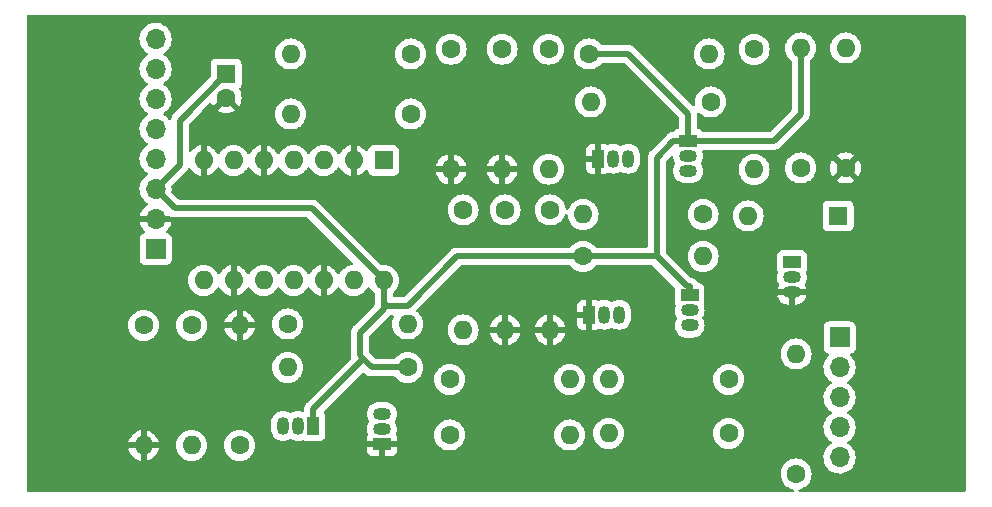
<source format=gtl>
G04 #@! TF.GenerationSoftware,KiCad,Pcbnew,6.0.0-d3dd2cf0fa~116~ubuntu20.04.1*
G04 #@! TF.CreationDate,2021-12-31T12:13:54+00:00*
G04 #@! TF.ProjectId,videopac_rgb,76696465-6f70-4616-935f-7267622e6b69,rev?*
G04 #@! TF.SameCoordinates,Original*
G04 #@! TF.FileFunction,Copper,L1,Top*
G04 #@! TF.FilePolarity,Positive*
%FSLAX46Y46*%
G04 Gerber Fmt 4.6, Leading zero omitted, Abs format (unit mm)*
G04 Created by KiCad (PCBNEW 6.0.0-d3dd2cf0fa~116~ubuntu20.04.1) date 2021-12-31 12:13:54*
%MOMM*%
%LPD*%
G01*
G04 APERTURE LIST*
G04 #@! TA.AperFunction,ComponentPad*
%ADD10R,1.500000X1.050000*%
G04 #@! TD*
G04 #@! TA.AperFunction,ComponentPad*
%ADD11O,1.500000X1.050000*%
G04 #@! TD*
G04 #@! TA.AperFunction,ComponentPad*
%ADD12R,1.050000X1.500000*%
G04 #@! TD*
G04 #@! TA.AperFunction,ComponentPad*
%ADD13O,1.050000X1.500000*%
G04 #@! TD*
G04 #@! TA.AperFunction,ComponentPad*
%ADD14C,1.600000*%
G04 #@! TD*
G04 #@! TA.AperFunction,ComponentPad*
%ADD15O,1.600000X1.600000*%
G04 #@! TD*
G04 #@! TA.AperFunction,ComponentPad*
%ADD16R,1.700000X1.700000*%
G04 #@! TD*
G04 #@! TA.AperFunction,ComponentPad*
%ADD17O,1.700000X1.700000*%
G04 #@! TD*
G04 #@! TA.AperFunction,ComponentPad*
%ADD18R,1.600000X1.600000*%
G04 #@! TD*
G04 #@! TA.AperFunction,Conductor*
%ADD19C,0.500000*%
G04 #@! TD*
G04 APERTURE END LIST*
D10*
X86487000Y-37592000D03*
D11*
X86487000Y-38862000D03*
X86487000Y-40132000D03*
D12*
X78740000Y-26014000D03*
D13*
X80010000Y-26014000D03*
X81280000Y-26014000D03*
D14*
X77470000Y-34290000D03*
D15*
X87630000Y-34290000D03*
D14*
X89789000Y-49276000D03*
D15*
X79629000Y-49276000D03*
D14*
X88265000Y-21209000D03*
D15*
X78105000Y-21209000D03*
D14*
X74676000Y-30353000D03*
D15*
X74676000Y-40513000D03*
D10*
X95144000Y-34798000D03*
D11*
X95144000Y-36068000D03*
X95144000Y-37338000D03*
D14*
X62865000Y-22225000D03*
D15*
X52705000Y-22225000D03*
D16*
X41275000Y-33655000D03*
D17*
X41275000Y-31115000D03*
X41275000Y-28575000D03*
X41275000Y-26035000D03*
X41275000Y-23495000D03*
X41275000Y-20955000D03*
X41275000Y-18415000D03*
X41275000Y-15875000D03*
D12*
X77978000Y-39222000D03*
D13*
X79248000Y-39222000D03*
X80518000Y-39222000D03*
D14*
X99695000Y-26797000D03*
D15*
X99695000Y-16637000D03*
D14*
X66167000Y-49403000D03*
D15*
X76327000Y-49403000D03*
D14*
X89789000Y-44704000D03*
D15*
X79629000Y-44704000D03*
D14*
X91948000Y-16764000D03*
D15*
X91948000Y-26924000D03*
D14*
X77978000Y-17145000D03*
D15*
X88138000Y-17145000D03*
D14*
X67310000Y-30353000D03*
D15*
X67310000Y-40513000D03*
D14*
X48387000Y-50292000D03*
D15*
X48387000Y-40132000D03*
D14*
X52451000Y-40005000D03*
D15*
X62611000Y-40005000D03*
D14*
X40259000Y-40132000D03*
D15*
X40259000Y-50292000D03*
D12*
X54610000Y-48641000D03*
D13*
X53340000Y-48641000D03*
X52070000Y-48641000D03*
D14*
X95885000Y-26797000D03*
D15*
X95885000Y-16637000D03*
D10*
X86360000Y-24511000D03*
D11*
X86360000Y-25781000D03*
X86360000Y-27051000D03*
D16*
X99187000Y-41148000D03*
D17*
X99187000Y-43688000D03*
X99187000Y-46228000D03*
X99187000Y-48768000D03*
X99187000Y-51308000D03*
D14*
X70612000Y-16743000D03*
D15*
X70612000Y-26903000D03*
D14*
X62865000Y-17145000D03*
D15*
X52705000Y-17145000D03*
D14*
X66167000Y-44704000D03*
D15*
X76327000Y-44704000D03*
D10*
X60431000Y-50165000D03*
D11*
X60431000Y-48895000D03*
X60431000Y-47625000D03*
D14*
X70866000Y-30353000D03*
D15*
X70866000Y-40513000D03*
D14*
X66294000Y-16743000D03*
D15*
X66294000Y-26903000D03*
D18*
X47244000Y-18856888D03*
D14*
X47244000Y-20856888D03*
X62611000Y-43688000D03*
D15*
X52451000Y-43688000D03*
D18*
X60579000Y-26162000D03*
D15*
X58039000Y-26162000D03*
X55499000Y-26162000D03*
X52959000Y-26162000D03*
X50419000Y-26162000D03*
X47879000Y-26162000D03*
X45339000Y-26162000D03*
X45339000Y-36322000D03*
X47879000Y-36322000D03*
X50419000Y-36322000D03*
X52959000Y-36322000D03*
X55499000Y-36322000D03*
X58039000Y-36322000D03*
X60579000Y-36322000D03*
D14*
X87630000Y-30734000D03*
D15*
X77470000Y-30734000D03*
D14*
X95504000Y-52705000D03*
D15*
X95504000Y-42545000D03*
D14*
X44323000Y-40132000D03*
D15*
X44323000Y-50292000D03*
D14*
X74549000Y-16743000D03*
D15*
X74549000Y-26903000D03*
D18*
X99060000Y-30861000D03*
D15*
X91440000Y-30861000D03*
D19*
X77470000Y-34290000D02*
X66802000Y-34290000D01*
X58547000Y-40767000D02*
X58547000Y-42672000D01*
X66802000Y-34290000D02*
X62611000Y-38481000D01*
X54610000Y-48641000D02*
X54610000Y-47244000D01*
X42926000Y-30226000D02*
X54483000Y-30226000D01*
X60579000Y-38735000D02*
X58547000Y-40767000D01*
X54483000Y-30226000D02*
X60579000Y-36322000D01*
X62611000Y-38481000D02*
X60833000Y-38481000D01*
X60833000Y-38481000D02*
X60579000Y-38227000D01*
X41275000Y-28575000D02*
X42926000Y-30226000D01*
X86233000Y-36830000D02*
X86487000Y-36830000D01*
X77978000Y-17145000D02*
X81280000Y-17145000D01*
X43307000Y-26543000D02*
X43307000Y-22793888D01*
X41275000Y-28575000D02*
X43307000Y-26543000D01*
X77470000Y-34290000D02*
X83693000Y-34290000D01*
X83693000Y-34290000D02*
X86233000Y-36830000D01*
X85110000Y-24511000D02*
X86360000Y-24511000D01*
X83693000Y-25928000D02*
X85110000Y-24511000D01*
X83693000Y-34290000D02*
X83693000Y-25928000D01*
X59563000Y-43688000D02*
X62611000Y-43688000D01*
X47244000Y-18856888D02*
X43307000Y-22793888D01*
X60579000Y-38227000D02*
X60579000Y-38735000D01*
X95885000Y-16637000D02*
X95885000Y-22225000D01*
X86360000Y-22225000D02*
X86360000Y-24511000D01*
X81280000Y-17145000D02*
X86360000Y-22225000D01*
X58864500Y-42989500D02*
X59563000Y-43688000D01*
X54610000Y-47244000D02*
X58864500Y-42989500D01*
X95885000Y-22225000D02*
X93599000Y-24511000D01*
X60579000Y-36322000D02*
X60579000Y-38227000D01*
X58547000Y-42672000D02*
X58864500Y-42989500D01*
X86487000Y-36830000D02*
X86487000Y-37592000D01*
X93599000Y-24511000D02*
X86360000Y-24511000D01*
X60431000Y-50313000D02*
X60431000Y-50165000D01*
G04 #@! TA.AperFunction,Conductor*
G36*
X109797121Y-13863002D02*
G01*
X109843614Y-13916658D01*
X109855000Y-13969000D01*
X109855000Y-54103000D01*
X109834998Y-54171121D01*
X109781342Y-54217614D01*
X109729000Y-54229000D01*
X95829075Y-54229000D01*
X95760954Y-54208998D01*
X95714461Y-54155342D01*
X95704357Y-54085068D01*
X95733851Y-54020488D01*
X95796464Y-53981293D01*
X95947933Y-53940707D01*
X95947935Y-53940706D01*
X95953243Y-53939284D01*
X95958225Y-53936961D01*
X96155762Y-53844849D01*
X96155767Y-53844846D01*
X96160749Y-53842523D01*
X96265611Y-53769098D01*
X96343789Y-53714357D01*
X96343792Y-53714355D01*
X96348300Y-53711198D01*
X96510198Y-53549300D01*
X96641523Y-53361749D01*
X96643846Y-53356767D01*
X96643849Y-53356762D01*
X96735961Y-53159225D01*
X96735961Y-53159224D01*
X96738284Y-53154243D01*
X96797543Y-52933087D01*
X96817498Y-52705000D01*
X96797543Y-52476913D01*
X96745299Y-52281938D01*
X96739707Y-52261067D01*
X96739706Y-52261065D01*
X96738284Y-52255757D01*
X96708316Y-52191489D01*
X96643849Y-52053238D01*
X96643846Y-52053233D01*
X96641523Y-52048251D01*
X96510198Y-51860700D01*
X96348300Y-51698802D01*
X96343792Y-51695645D01*
X96343789Y-51695643D01*
X96214364Y-51605019D01*
X96160749Y-51567477D01*
X96155767Y-51565154D01*
X96155762Y-51565151D01*
X95958225Y-51473039D01*
X95958224Y-51473039D01*
X95953243Y-51470716D01*
X95947935Y-51469294D01*
X95947933Y-51469293D01*
X95737402Y-51412881D01*
X95737400Y-51412881D01*
X95732087Y-51411457D01*
X95504000Y-51391502D01*
X95275913Y-51411457D01*
X95270600Y-51412881D01*
X95270598Y-51412881D01*
X95060067Y-51469293D01*
X95060065Y-51469294D01*
X95054757Y-51470716D01*
X95049776Y-51473039D01*
X95049775Y-51473039D01*
X94852238Y-51565151D01*
X94852233Y-51565154D01*
X94847251Y-51567477D01*
X94793636Y-51605019D01*
X94664211Y-51695643D01*
X94664208Y-51695645D01*
X94659700Y-51698802D01*
X94497802Y-51860700D01*
X94366477Y-52048251D01*
X94364154Y-52053233D01*
X94364151Y-52053238D01*
X94299684Y-52191489D01*
X94269716Y-52255757D01*
X94268294Y-52261065D01*
X94268293Y-52261067D01*
X94262701Y-52281938D01*
X94210457Y-52476913D01*
X94190502Y-52705000D01*
X94210457Y-52933087D01*
X94269716Y-53154243D01*
X94272039Y-53159224D01*
X94272039Y-53159225D01*
X94364151Y-53356762D01*
X94364154Y-53356767D01*
X94366477Y-53361749D01*
X94497802Y-53549300D01*
X94659700Y-53711198D01*
X94664208Y-53714355D01*
X94664211Y-53714357D01*
X94742389Y-53769098D01*
X94847251Y-53842523D01*
X94852233Y-53844846D01*
X94852238Y-53844849D01*
X95049775Y-53936961D01*
X95054757Y-53939284D01*
X95060065Y-53940706D01*
X95060067Y-53940707D01*
X95211536Y-53981293D01*
X95272159Y-54018245D01*
X95303180Y-54082106D01*
X95294752Y-54152600D01*
X95249549Y-54207347D01*
X95178925Y-54229000D01*
X30479000Y-54229000D01*
X30410879Y-54208998D01*
X30364386Y-54155342D01*
X30353000Y-54103000D01*
X30353000Y-50558522D01*
X38976273Y-50558522D01*
X39023764Y-50735761D01*
X39027510Y-50746053D01*
X39119586Y-50943511D01*
X39125069Y-50953007D01*
X39250028Y-51131467D01*
X39257084Y-51139875D01*
X39411125Y-51293916D01*
X39419533Y-51300972D01*
X39597993Y-51425931D01*
X39607489Y-51431414D01*
X39804947Y-51523490D01*
X39815239Y-51527236D01*
X39987503Y-51573394D01*
X40001599Y-51573058D01*
X40005000Y-51565116D01*
X40005000Y-51559967D01*
X40513000Y-51559967D01*
X40516973Y-51573498D01*
X40525522Y-51574727D01*
X40702761Y-51527236D01*
X40713053Y-51523490D01*
X40910511Y-51431414D01*
X40920007Y-51425931D01*
X41098467Y-51300972D01*
X41106875Y-51293916D01*
X41260916Y-51139875D01*
X41267972Y-51131467D01*
X41392931Y-50953007D01*
X41398414Y-50943511D01*
X41490490Y-50746053D01*
X41494236Y-50735761D01*
X41540394Y-50563497D01*
X41540058Y-50549401D01*
X41532116Y-50546000D01*
X40531115Y-50546000D01*
X40515876Y-50550475D01*
X40514671Y-50551865D01*
X40513000Y-50559548D01*
X40513000Y-51559967D01*
X40005000Y-51559967D01*
X40005000Y-50564115D01*
X40000525Y-50548876D01*
X39999135Y-50547671D01*
X39991452Y-50546000D01*
X38991033Y-50546000D01*
X38977502Y-50549973D01*
X38976273Y-50558522D01*
X30353000Y-50558522D01*
X30353000Y-50292000D01*
X43009502Y-50292000D01*
X43029457Y-50520087D01*
X43030881Y-50525400D01*
X43030881Y-50525402D01*
X43082086Y-50716498D01*
X43088716Y-50741243D01*
X43091039Y-50746224D01*
X43091039Y-50746225D01*
X43183151Y-50943762D01*
X43183154Y-50943767D01*
X43185477Y-50948749D01*
X43316802Y-51136300D01*
X43478700Y-51298198D01*
X43483208Y-51301355D01*
X43483211Y-51301357D01*
X43497504Y-51311365D01*
X43666251Y-51429523D01*
X43671233Y-51431846D01*
X43671238Y-51431849D01*
X43801407Y-51492547D01*
X43873757Y-51526284D01*
X43879065Y-51527706D01*
X43879067Y-51527707D01*
X44089598Y-51584119D01*
X44089600Y-51584119D01*
X44094913Y-51585543D01*
X44323000Y-51605498D01*
X44551087Y-51585543D01*
X44556400Y-51584119D01*
X44556402Y-51584119D01*
X44766933Y-51527707D01*
X44766935Y-51527706D01*
X44772243Y-51526284D01*
X44844593Y-51492547D01*
X44974762Y-51431849D01*
X44974767Y-51431846D01*
X44979749Y-51429523D01*
X45148496Y-51311365D01*
X45162789Y-51301357D01*
X45162792Y-51301355D01*
X45167300Y-51298198D01*
X45329198Y-51136300D01*
X45460523Y-50948749D01*
X45462846Y-50943767D01*
X45462849Y-50943762D01*
X45554961Y-50746225D01*
X45554961Y-50746224D01*
X45557284Y-50741243D01*
X45563915Y-50716498D01*
X45615119Y-50525402D01*
X45615119Y-50525400D01*
X45616543Y-50520087D01*
X45636498Y-50292000D01*
X47073502Y-50292000D01*
X47093457Y-50520087D01*
X47094881Y-50525400D01*
X47094881Y-50525402D01*
X47146086Y-50716498D01*
X47152716Y-50741243D01*
X47155039Y-50746224D01*
X47155039Y-50746225D01*
X47247151Y-50943762D01*
X47247154Y-50943767D01*
X47249477Y-50948749D01*
X47380802Y-51136300D01*
X47542700Y-51298198D01*
X47547208Y-51301355D01*
X47547211Y-51301357D01*
X47561504Y-51311365D01*
X47730251Y-51429523D01*
X47735233Y-51431846D01*
X47735238Y-51431849D01*
X47865407Y-51492547D01*
X47937757Y-51526284D01*
X47943065Y-51527706D01*
X47943067Y-51527707D01*
X48153598Y-51584119D01*
X48153600Y-51584119D01*
X48158913Y-51585543D01*
X48387000Y-51605498D01*
X48615087Y-51585543D01*
X48620400Y-51584119D01*
X48620402Y-51584119D01*
X48830933Y-51527707D01*
X48830935Y-51527706D01*
X48836243Y-51526284D01*
X48908593Y-51492547D01*
X49038762Y-51431849D01*
X49038767Y-51431846D01*
X49043749Y-51429523D01*
X49212496Y-51311365D01*
X49226789Y-51301357D01*
X49226792Y-51301355D01*
X49231300Y-51298198D01*
X49254803Y-51274695D01*
X97824251Y-51274695D01*
X97824548Y-51279848D01*
X97824548Y-51279851D01*
X97832971Y-51425931D01*
X97837110Y-51497715D01*
X97838247Y-51502761D01*
X97838248Y-51502767D01*
X97856582Y-51584119D01*
X97886222Y-51715639D01*
X97970266Y-51922616D01*
X98086987Y-52113088D01*
X98233250Y-52281938D01*
X98405126Y-52424632D01*
X98598000Y-52537338D01*
X98806692Y-52617030D01*
X98811760Y-52618061D01*
X98811763Y-52618062D01*
X98919017Y-52639883D01*
X99025597Y-52661567D01*
X99030772Y-52661757D01*
X99030774Y-52661757D01*
X99243673Y-52669564D01*
X99243677Y-52669564D01*
X99248837Y-52669753D01*
X99253957Y-52669097D01*
X99253959Y-52669097D01*
X99465288Y-52642025D01*
X99465289Y-52642025D01*
X99470416Y-52641368D01*
X99475366Y-52639883D01*
X99679429Y-52578661D01*
X99679434Y-52578659D01*
X99684384Y-52577174D01*
X99884994Y-52478896D01*
X100066860Y-52349173D01*
X100225096Y-52191489D01*
X100284594Y-52108689D01*
X100352435Y-52014277D01*
X100355453Y-52010077D01*
X100454430Y-51809811D01*
X100519370Y-51596069D01*
X100548529Y-51374590D01*
X100550156Y-51308000D01*
X100531852Y-51085361D01*
X100477431Y-50868702D01*
X100388354Y-50663840D01*
X100323439Y-50563497D01*
X100269822Y-50480617D01*
X100269820Y-50480614D01*
X100267014Y-50476277D01*
X100116670Y-50311051D01*
X100112619Y-50307852D01*
X100112615Y-50307848D01*
X99945414Y-50175800D01*
X99945410Y-50175798D01*
X99941359Y-50172598D01*
X99900053Y-50149796D01*
X99850084Y-50099364D01*
X99835312Y-50029921D01*
X99860428Y-49963516D01*
X99887780Y-49936909D01*
X99953585Y-49889971D01*
X100066860Y-49809173D01*
X100075600Y-49800464D01*
X100221435Y-49655137D01*
X100225096Y-49651489D01*
X100240004Y-49630743D01*
X100352435Y-49474277D01*
X100355453Y-49470077D01*
X100366513Y-49447700D01*
X100452136Y-49274453D01*
X100452137Y-49274451D01*
X100454430Y-49269811D01*
X100519370Y-49056069D01*
X100548529Y-48834590D01*
X100548611Y-48831240D01*
X100550074Y-48771365D01*
X100550074Y-48771361D01*
X100550156Y-48768000D01*
X100531852Y-48545361D01*
X100477431Y-48328702D01*
X100388354Y-48123840D01*
X100309205Y-48001494D01*
X100269822Y-47940617D01*
X100269820Y-47940614D01*
X100267014Y-47936277D01*
X100116670Y-47771051D01*
X100112619Y-47767852D01*
X100112615Y-47767848D01*
X99945414Y-47635800D01*
X99945410Y-47635798D01*
X99941359Y-47632598D01*
X99900053Y-47609796D01*
X99850084Y-47559364D01*
X99835312Y-47489921D01*
X99860428Y-47423516D01*
X99887780Y-47396909D01*
X99931603Y-47365650D01*
X100066860Y-47269173D01*
X100225096Y-47111489D01*
X100248657Y-47078701D01*
X100352435Y-46934277D01*
X100355453Y-46930077D01*
X100364964Y-46910834D01*
X100452136Y-46734453D01*
X100452137Y-46734451D01*
X100454430Y-46729811D01*
X100519370Y-46516069D01*
X100548529Y-46294590D01*
X100550156Y-46228000D01*
X100531852Y-46005361D01*
X100477431Y-45788702D01*
X100388354Y-45583840D01*
X100267014Y-45396277D01*
X100116670Y-45231051D01*
X100112619Y-45227852D01*
X100112615Y-45227848D01*
X99945414Y-45095800D01*
X99945410Y-45095798D01*
X99941359Y-45092598D01*
X99900053Y-45069796D01*
X99850084Y-45019364D01*
X99835312Y-44949921D01*
X99860428Y-44883516D01*
X99887780Y-44856909D01*
X99936207Y-44822366D01*
X100066860Y-44729173D01*
X100098788Y-44697357D01*
X100221435Y-44575137D01*
X100225096Y-44571489D01*
X100256498Y-44527789D01*
X100352435Y-44394277D01*
X100355453Y-44390077D01*
X100365099Y-44370561D01*
X100452136Y-44194453D01*
X100452137Y-44194451D01*
X100454430Y-44189811D01*
X100519370Y-43976069D01*
X100548529Y-43754590D01*
X100550156Y-43688000D01*
X100531852Y-43465361D01*
X100477431Y-43248702D01*
X100388354Y-43043840D01*
X100348906Y-42982862D01*
X100269822Y-42860617D01*
X100269820Y-42860614D01*
X100267014Y-42856277D01*
X100259673Y-42848209D01*
X100119798Y-42694488D01*
X100088746Y-42630642D01*
X100097141Y-42560143D01*
X100142317Y-42505375D01*
X100168761Y-42491706D01*
X100275297Y-42451767D01*
X100283705Y-42448615D01*
X100400261Y-42361261D01*
X100487615Y-42244705D01*
X100538745Y-42108316D01*
X100545500Y-42046134D01*
X100545500Y-40249866D01*
X100545021Y-40245452D01*
X100544815Y-40243560D01*
X100538745Y-40187684D01*
X100487615Y-40051295D01*
X100400261Y-39934739D01*
X100283705Y-39847385D01*
X100147316Y-39796255D01*
X100085134Y-39789500D01*
X98288866Y-39789500D01*
X98226684Y-39796255D01*
X98090295Y-39847385D01*
X97973739Y-39934739D01*
X97886385Y-40051295D01*
X97835255Y-40187684D01*
X97829185Y-40243560D01*
X97828980Y-40245452D01*
X97828500Y-40249866D01*
X97828500Y-42046134D01*
X97835255Y-42108316D01*
X97886385Y-42244705D01*
X97973739Y-42361261D01*
X98090295Y-42448615D01*
X98098704Y-42451767D01*
X98098705Y-42451768D01*
X98207451Y-42492535D01*
X98264216Y-42535176D01*
X98288916Y-42601738D01*
X98273709Y-42671087D01*
X98254316Y-42697568D01*
X98127629Y-42830138D01*
X98124715Y-42834410D01*
X98124714Y-42834411D01*
X98115662Y-42847681D01*
X98001743Y-43014680D01*
X97986003Y-43048590D01*
X97917224Y-43196762D01*
X97907688Y-43217305D01*
X97847989Y-43432570D01*
X97824251Y-43654695D01*
X97824548Y-43659848D01*
X97824548Y-43659851D01*
X97831517Y-43780707D01*
X97837110Y-43877715D01*
X97838247Y-43882761D01*
X97838248Y-43882767D01*
X97846955Y-43921402D01*
X97886222Y-44095639D01*
X97970266Y-44302616D01*
X97986693Y-44329423D01*
X98037678Y-44412622D01*
X98086987Y-44493088D01*
X98233250Y-44661938D01*
X98405126Y-44804632D01*
X98475595Y-44845811D01*
X98478445Y-44847476D01*
X98527169Y-44899114D01*
X98540240Y-44968897D01*
X98513509Y-45034669D01*
X98473055Y-45068027D01*
X98460607Y-45074507D01*
X98456474Y-45077610D01*
X98456471Y-45077612D01*
X98286100Y-45205530D01*
X98281965Y-45208635D01*
X98127629Y-45370138D01*
X98001743Y-45554680D01*
X97907688Y-45757305D01*
X97847989Y-45972570D01*
X97824251Y-46194695D01*
X97824548Y-46199848D01*
X97824548Y-46199851D01*
X97830011Y-46294590D01*
X97837110Y-46417715D01*
X97838247Y-46422761D01*
X97838248Y-46422767D01*
X97858119Y-46510939D01*
X97886222Y-46635639D01*
X97970266Y-46842616D01*
X98086987Y-47033088D01*
X98090367Y-47036990D01*
X98096680Y-47044278D01*
X98233250Y-47201938D01*
X98405126Y-47344632D01*
X98461414Y-47377524D01*
X98478445Y-47387476D01*
X98527169Y-47439114D01*
X98540240Y-47508897D01*
X98513509Y-47574669D01*
X98473055Y-47608027D01*
X98460607Y-47614507D01*
X98456474Y-47617610D01*
X98456471Y-47617612D01*
X98386484Y-47670160D01*
X98281965Y-47748635D01*
X98127629Y-47910138D01*
X98001743Y-48094680D01*
X97958340Y-48188185D01*
X97920997Y-48268634D01*
X97907688Y-48297305D01*
X97847989Y-48512570D01*
X97824251Y-48734695D01*
X97824548Y-48739848D01*
X97824548Y-48739851D01*
X97833076Y-48887750D01*
X97837110Y-48957715D01*
X97838247Y-48962761D01*
X97838248Y-48962767D01*
X97860170Y-49060039D01*
X97886222Y-49175639D01*
X97970266Y-49382616D01*
X98086987Y-49573088D01*
X98233250Y-49741938D01*
X98405126Y-49884632D01*
X98455938Y-49914324D01*
X98478445Y-49927476D01*
X98527169Y-49979114D01*
X98540240Y-50048897D01*
X98513509Y-50114669D01*
X98473055Y-50148027D01*
X98460607Y-50154507D01*
X98456474Y-50157610D01*
X98456471Y-50157612D01*
X98286100Y-50285530D01*
X98281965Y-50288635D01*
X98127629Y-50450138D01*
X98124715Y-50454410D01*
X98124714Y-50454411D01*
X98059916Y-50549401D01*
X98001743Y-50634680D01*
X97986003Y-50668590D01*
X97921475Y-50807604D01*
X97907688Y-50837305D01*
X97847989Y-51052570D01*
X97824251Y-51274695D01*
X49254803Y-51274695D01*
X49393198Y-51136300D01*
X49524523Y-50948749D01*
X49526846Y-50943767D01*
X49526849Y-50943762D01*
X49618961Y-50746225D01*
X49618961Y-50746224D01*
X49621284Y-50741243D01*
X49623046Y-50734669D01*
X59173001Y-50734669D01*
X59173371Y-50741490D01*
X59178895Y-50792352D01*
X59182521Y-50807604D01*
X59227676Y-50928054D01*
X59236214Y-50943649D01*
X59312715Y-51045724D01*
X59325276Y-51058285D01*
X59427351Y-51134786D01*
X59442946Y-51143324D01*
X59563394Y-51188478D01*
X59578649Y-51192105D01*
X59629514Y-51197631D01*
X59636328Y-51198000D01*
X60158885Y-51198000D01*
X60174124Y-51193525D01*
X60175329Y-51192135D01*
X60177000Y-51184452D01*
X60177000Y-51179884D01*
X60685000Y-51179884D01*
X60689475Y-51195123D01*
X60690865Y-51196328D01*
X60698548Y-51197999D01*
X61225669Y-51197999D01*
X61232490Y-51197629D01*
X61283352Y-51192105D01*
X61298604Y-51188479D01*
X61419054Y-51143324D01*
X61434649Y-51134786D01*
X61536724Y-51058285D01*
X61549285Y-51045724D01*
X61625786Y-50943649D01*
X61634324Y-50928054D01*
X61679478Y-50807606D01*
X61683105Y-50792351D01*
X61688631Y-50741486D01*
X61689000Y-50734672D01*
X61689000Y-50437115D01*
X61684525Y-50421876D01*
X61683135Y-50420671D01*
X61675452Y-50419000D01*
X60703115Y-50419000D01*
X60687876Y-50423475D01*
X60686671Y-50424865D01*
X60685000Y-50432548D01*
X60685000Y-51179884D01*
X60177000Y-51179884D01*
X60177000Y-50437115D01*
X60172525Y-50421876D01*
X60171135Y-50420671D01*
X60163452Y-50419000D01*
X59191116Y-50419000D01*
X59175877Y-50423475D01*
X59174672Y-50424865D01*
X59173001Y-50432548D01*
X59173001Y-50734669D01*
X49623046Y-50734669D01*
X49627915Y-50716498D01*
X49679119Y-50525402D01*
X49679119Y-50525400D01*
X49680543Y-50520087D01*
X49700498Y-50292000D01*
X49680543Y-50063913D01*
X49677179Y-50051357D01*
X49622707Y-49848067D01*
X49622706Y-49848065D01*
X49621284Y-49842757D01*
X49618240Y-49836229D01*
X49526849Y-49640238D01*
X49526846Y-49640233D01*
X49524523Y-49635251D01*
X49432681Y-49504087D01*
X49396357Y-49452211D01*
X49396355Y-49452208D01*
X49393198Y-49447700D01*
X49231300Y-49285802D01*
X49226792Y-49282645D01*
X49226789Y-49282643D01*
X49080806Y-49180425D01*
X49043749Y-49154477D01*
X49038767Y-49152154D01*
X49038762Y-49152151D01*
X48841225Y-49060039D01*
X48841224Y-49060039D01*
X48836243Y-49057716D01*
X48830935Y-49056294D01*
X48830933Y-49056293D01*
X48620402Y-48999881D01*
X48620400Y-48999881D01*
X48615087Y-48998457D01*
X48387000Y-48978502D01*
X48158913Y-48998457D01*
X48153600Y-48999881D01*
X48153598Y-48999881D01*
X47943067Y-49056293D01*
X47943065Y-49056294D01*
X47937757Y-49057716D01*
X47932776Y-49060039D01*
X47932775Y-49060039D01*
X47735238Y-49152151D01*
X47735233Y-49152154D01*
X47730251Y-49154477D01*
X47693194Y-49180425D01*
X47547211Y-49282643D01*
X47547208Y-49282645D01*
X47542700Y-49285802D01*
X47380802Y-49447700D01*
X47377645Y-49452208D01*
X47377643Y-49452211D01*
X47341319Y-49504087D01*
X47249477Y-49635251D01*
X47247154Y-49640233D01*
X47247151Y-49640238D01*
X47155760Y-49836229D01*
X47152716Y-49842757D01*
X47151294Y-49848065D01*
X47151293Y-49848067D01*
X47096821Y-50051357D01*
X47093457Y-50063913D01*
X47073502Y-50292000D01*
X45636498Y-50292000D01*
X45616543Y-50063913D01*
X45613179Y-50051357D01*
X45558707Y-49848067D01*
X45558706Y-49848065D01*
X45557284Y-49842757D01*
X45554240Y-49836229D01*
X45462849Y-49640238D01*
X45462846Y-49640233D01*
X45460523Y-49635251D01*
X45368681Y-49504087D01*
X45332357Y-49452211D01*
X45332355Y-49452208D01*
X45329198Y-49447700D01*
X45167300Y-49285802D01*
X45162792Y-49282645D01*
X45162789Y-49282643D01*
X45016806Y-49180425D01*
X44979749Y-49154477D01*
X44974767Y-49152154D01*
X44974762Y-49152151D01*
X44777225Y-49060039D01*
X44777224Y-49060039D01*
X44772243Y-49057716D01*
X44766935Y-49056294D01*
X44766933Y-49056293D01*
X44556402Y-48999881D01*
X44556400Y-48999881D01*
X44551087Y-48998457D01*
X44323000Y-48978502D01*
X44094913Y-48998457D01*
X44089600Y-48999881D01*
X44089598Y-48999881D01*
X43879067Y-49056293D01*
X43879065Y-49056294D01*
X43873757Y-49057716D01*
X43868776Y-49060039D01*
X43868775Y-49060039D01*
X43671238Y-49152151D01*
X43671233Y-49152154D01*
X43666251Y-49154477D01*
X43629194Y-49180425D01*
X43483211Y-49282643D01*
X43483208Y-49282645D01*
X43478700Y-49285802D01*
X43316802Y-49447700D01*
X43313645Y-49452208D01*
X43313643Y-49452211D01*
X43277319Y-49504087D01*
X43185477Y-49635251D01*
X43183154Y-49640233D01*
X43183151Y-49640238D01*
X43091760Y-49836229D01*
X43088716Y-49842757D01*
X43087294Y-49848065D01*
X43087293Y-49848067D01*
X43032821Y-50051357D01*
X43029457Y-50063913D01*
X43009502Y-50292000D01*
X30353000Y-50292000D01*
X30353000Y-50020503D01*
X38977606Y-50020503D01*
X38977942Y-50034599D01*
X38985884Y-50038000D01*
X39986885Y-50038000D01*
X40002124Y-50033525D01*
X40003329Y-50032135D01*
X40005000Y-50024452D01*
X40005000Y-50019885D01*
X40513000Y-50019885D01*
X40517475Y-50035124D01*
X40518865Y-50036329D01*
X40526548Y-50038000D01*
X41526967Y-50038000D01*
X41540498Y-50034027D01*
X41541727Y-50025478D01*
X41494236Y-49848239D01*
X41490490Y-49837947D01*
X41398414Y-49640489D01*
X41392931Y-49630993D01*
X41267972Y-49452533D01*
X41260916Y-49444125D01*
X41106875Y-49290084D01*
X41098467Y-49283028D01*
X40920007Y-49158069D01*
X40910511Y-49152586D01*
X40713053Y-49060510D01*
X40702761Y-49056764D01*
X40530497Y-49010606D01*
X40516401Y-49010942D01*
X40513000Y-49018884D01*
X40513000Y-50019885D01*
X40005000Y-50019885D01*
X40005000Y-49024033D01*
X40001027Y-49010502D01*
X39992478Y-49009273D01*
X39815239Y-49056764D01*
X39804947Y-49060510D01*
X39607489Y-49152586D01*
X39597993Y-49158069D01*
X39419533Y-49283028D01*
X39411125Y-49290084D01*
X39257084Y-49444125D01*
X39250028Y-49452533D01*
X39125069Y-49630993D01*
X39119586Y-49640489D01*
X39027510Y-49837947D01*
X39023764Y-49848239D01*
X38977606Y-50020503D01*
X30353000Y-50020503D01*
X30353000Y-43688000D01*
X51137502Y-43688000D01*
X51157457Y-43916087D01*
X51158881Y-43921400D01*
X51158881Y-43921402D01*
X51206851Y-44100425D01*
X51216716Y-44137243D01*
X51219039Y-44142224D01*
X51219039Y-44142225D01*
X51311151Y-44339762D01*
X51311154Y-44339767D01*
X51313477Y-44344749D01*
X51357033Y-44406953D01*
X51420078Y-44496990D01*
X51444802Y-44532300D01*
X51606700Y-44694198D01*
X51611208Y-44697355D01*
X51611211Y-44697357D01*
X51651445Y-44725529D01*
X51794251Y-44825523D01*
X51799233Y-44827846D01*
X51799238Y-44827849D01*
X51918618Y-44883516D01*
X52001757Y-44922284D01*
X52007065Y-44923706D01*
X52007067Y-44923707D01*
X52217598Y-44980119D01*
X52217600Y-44980119D01*
X52222913Y-44981543D01*
X52451000Y-45001498D01*
X52679087Y-44981543D01*
X52684400Y-44980119D01*
X52684402Y-44980119D01*
X52894933Y-44923707D01*
X52894935Y-44923706D01*
X52900243Y-44922284D01*
X52983382Y-44883516D01*
X53102762Y-44827849D01*
X53102767Y-44827846D01*
X53107749Y-44825523D01*
X53250555Y-44725529D01*
X53290789Y-44697357D01*
X53290792Y-44697355D01*
X53295300Y-44694198D01*
X53457198Y-44532300D01*
X53481923Y-44496990D01*
X53544967Y-44406953D01*
X53588523Y-44344749D01*
X53590846Y-44339767D01*
X53590849Y-44339762D01*
X53682961Y-44142225D01*
X53682961Y-44142224D01*
X53685284Y-44137243D01*
X53695150Y-44100425D01*
X53743119Y-43921402D01*
X53743119Y-43921400D01*
X53744543Y-43916087D01*
X53764498Y-43688000D01*
X53744543Y-43459913D01*
X53738593Y-43437707D01*
X53686707Y-43244067D01*
X53686706Y-43244065D01*
X53685284Y-43238757D01*
X53665702Y-43196762D01*
X53590849Y-43036238D01*
X53590846Y-43036233D01*
X53588523Y-43031251D01*
X53473898Y-42867550D01*
X53460357Y-42848211D01*
X53460355Y-42848208D01*
X53457198Y-42843700D01*
X53295300Y-42681802D01*
X53290792Y-42678645D01*
X53290789Y-42678643D01*
X53121553Y-42560143D01*
X53107749Y-42550477D01*
X53102767Y-42548154D01*
X53102762Y-42548151D01*
X52905225Y-42456039D01*
X52905224Y-42456039D01*
X52900243Y-42453716D01*
X52894935Y-42452294D01*
X52894933Y-42452293D01*
X52684402Y-42395881D01*
X52684400Y-42395881D01*
X52679087Y-42394457D01*
X52451000Y-42374502D01*
X52222913Y-42394457D01*
X52217600Y-42395881D01*
X52217598Y-42395881D01*
X52007067Y-42452293D01*
X52007065Y-42452294D01*
X52001757Y-42453716D01*
X51996776Y-42456039D01*
X51996775Y-42456039D01*
X51799238Y-42548151D01*
X51799233Y-42548154D01*
X51794251Y-42550477D01*
X51780447Y-42560143D01*
X51611211Y-42678643D01*
X51611208Y-42678645D01*
X51606700Y-42681802D01*
X51444802Y-42843700D01*
X51441645Y-42848208D01*
X51441643Y-42848211D01*
X51428102Y-42867550D01*
X51313477Y-43031251D01*
X51311154Y-43036233D01*
X51311151Y-43036238D01*
X51236298Y-43196762D01*
X51216716Y-43238757D01*
X51215294Y-43244065D01*
X51215293Y-43244067D01*
X51163407Y-43437707D01*
X51157457Y-43459913D01*
X51137502Y-43688000D01*
X30353000Y-43688000D01*
X30353000Y-40132000D01*
X38945502Y-40132000D01*
X38965457Y-40360087D01*
X38966881Y-40365400D01*
X38966881Y-40365402D01*
X39013626Y-40539853D01*
X39024716Y-40581243D01*
X39027039Y-40586224D01*
X39027039Y-40586225D01*
X39119151Y-40783762D01*
X39119154Y-40783767D01*
X39121477Y-40788749D01*
X39180320Y-40872785D01*
X39246448Y-40967225D01*
X39252802Y-40976300D01*
X39414700Y-41138198D01*
X39419208Y-41141355D01*
X39419211Y-41141357D01*
X39452637Y-41164762D01*
X39602251Y-41269523D01*
X39607233Y-41271846D01*
X39607238Y-41271849D01*
X39798157Y-41360875D01*
X39809757Y-41366284D01*
X39815065Y-41367706D01*
X39815067Y-41367707D01*
X40025598Y-41424119D01*
X40025600Y-41424119D01*
X40030913Y-41425543D01*
X40259000Y-41445498D01*
X40487087Y-41425543D01*
X40492400Y-41424119D01*
X40492402Y-41424119D01*
X40702933Y-41367707D01*
X40702935Y-41367706D01*
X40708243Y-41366284D01*
X40719843Y-41360875D01*
X40910762Y-41271849D01*
X40910767Y-41271846D01*
X40915749Y-41269523D01*
X41065363Y-41164762D01*
X41098789Y-41141357D01*
X41098792Y-41141355D01*
X41103300Y-41138198D01*
X41265198Y-40976300D01*
X41271553Y-40967225D01*
X41337680Y-40872785D01*
X41396523Y-40788749D01*
X41398846Y-40783767D01*
X41398849Y-40783762D01*
X41490961Y-40586225D01*
X41490961Y-40586224D01*
X41493284Y-40581243D01*
X41504375Y-40539853D01*
X41551119Y-40365402D01*
X41551119Y-40365400D01*
X41552543Y-40360087D01*
X41572498Y-40132000D01*
X43009502Y-40132000D01*
X43029457Y-40360087D01*
X43030881Y-40365400D01*
X43030881Y-40365402D01*
X43077626Y-40539853D01*
X43088716Y-40581243D01*
X43091039Y-40586224D01*
X43091039Y-40586225D01*
X43183151Y-40783762D01*
X43183154Y-40783767D01*
X43185477Y-40788749D01*
X43244320Y-40872785D01*
X43310448Y-40967225D01*
X43316802Y-40976300D01*
X43478700Y-41138198D01*
X43483208Y-41141355D01*
X43483211Y-41141357D01*
X43516637Y-41164762D01*
X43666251Y-41269523D01*
X43671233Y-41271846D01*
X43671238Y-41271849D01*
X43862157Y-41360875D01*
X43873757Y-41366284D01*
X43879065Y-41367706D01*
X43879067Y-41367707D01*
X44089598Y-41424119D01*
X44089600Y-41424119D01*
X44094913Y-41425543D01*
X44323000Y-41445498D01*
X44551087Y-41425543D01*
X44556400Y-41424119D01*
X44556402Y-41424119D01*
X44766933Y-41367707D01*
X44766935Y-41367706D01*
X44772243Y-41366284D01*
X44783843Y-41360875D01*
X44974762Y-41271849D01*
X44974767Y-41271846D01*
X44979749Y-41269523D01*
X45129363Y-41164762D01*
X45162789Y-41141357D01*
X45162792Y-41141355D01*
X45167300Y-41138198D01*
X45329198Y-40976300D01*
X45335553Y-40967225D01*
X45401680Y-40872785D01*
X45460523Y-40788749D01*
X45462846Y-40783767D01*
X45462849Y-40783762D01*
X45554961Y-40586225D01*
X45554961Y-40586224D01*
X45557284Y-40581243D01*
X45568375Y-40539853D01*
X45606245Y-40398522D01*
X47104273Y-40398522D01*
X47151764Y-40575761D01*
X47155510Y-40586053D01*
X47247586Y-40783511D01*
X47253069Y-40793007D01*
X47378028Y-40971467D01*
X47385084Y-40979875D01*
X47539125Y-41133916D01*
X47547533Y-41140972D01*
X47725993Y-41265931D01*
X47735489Y-41271414D01*
X47932947Y-41363490D01*
X47943239Y-41367236D01*
X48115503Y-41413394D01*
X48129599Y-41413058D01*
X48133000Y-41405116D01*
X48133000Y-41399967D01*
X48641000Y-41399967D01*
X48644973Y-41413498D01*
X48653522Y-41414727D01*
X48830761Y-41367236D01*
X48841053Y-41363490D01*
X49038511Y-41271414D01*
X49048007Y-41265931D01*
X49226467Y-41140972D01*
X49234875Y-41133916D01*
X49388916Y-40979875D01*
X49395972Y-40971467D01*
X49520931Y-40793007D01*
X49526414Y-40783511D01*
X49618490Y-40586053D01*
X49622236Y-40575761D01*
X49668394Y-40403497D01*
X49668058Y-40389401D01*
X49660116Y-40386000D01*
X48659115Y-40386000D01*
X48643876Y-40390475D01*
X48642671Y-40391865D01*
X48641000Y-40399548D01*
X48641000Y-41399967D01*
X48133000Y-41399967D01*
X48133000Y-40404115D01*
X48128525Y-40388876D01*
X48127135Y-40387671D01*
X48119452Y-40386000D01*
X47119033Y-40386000D01*
X47105502Y-40389973D01*
X47104273Y-40398522D01*
X45606245Y-40398522D01*
X45615119Y-40365402D01*
X45615119Y-40365400D01*
X45616543Y-40360087D01*
X45636498Y-40132000D01*
X45625387Y-40005000D01*
X51137502Y-40005000D01*
X51157457Y-40233087D01*
X51158881Y-40238400D01*
X51158881Y-40238402D01*
X51210709Y-40431823D01*
X51216716Y-40454243D01*
X51219039Y-40459224D01*
X51219039Y-40459225D01*
X51311151Y-40656762D01*
X51311154Y-40656767D01*
X51313477Y-40661749D01*
X51444802Y-40849300D01*
X51606700Y-41011198D01*
X51611208Y-41014355D01*
X51611211Y-41014357D01*
X51653940Y-41044276D01*
X51794251Y-41142523D01*
X51799233Y-41144846D01*
X51799238Y-41144849D01*
X51996775Y-41236961D01*
X52001757Y-41239284D01*
X52007065Y-41240706D01*
X52007067Y-41240707D01*
X52217598Y-41297119D01*
X52217600Y-41297119D01*
X52222913Y-41298543D01*
X52451000Y-41318498D01*
X52679087Y-41298543D01*
X52684400Y-41297119D01*
X52684402Y-41297119D01*
X52894933Y-41240707D01*
X52894935Y-41240706D01*
X52900243Y-41239284D01*
X52905225Y-41236961D01*
X53102762Y-41144849D01*
X53102767Y-41144846D01*
X53107749Y-41142523D01*
X53248060Y-41044276D01*
X53290789Y-41014357D01*
X53290792Y-41014355D01*
X53295300Y-41011198D01*
X53457198Y-40849300D01*
X53588523Y-40661749D01*
X53590846Y-40656767D01*
X53590849Y-40656762D01*
X53682961Y-40459225D01*
X53682961Y-40459224D01*
X53685284Y-40454243D01*
X53691292Y-40431823D01*
X53743119Y-40238402D01*
X53743119Y-40238400D01*
X53744543Y-40233087D01*
X53764498Y-40005000D01*
X53744543Y-39776913D01*
X53733985Y-39737511D01*
X53686707Y-39561067D01*
X53686706Y-39561065D01*
X53685284Y-39555757D01*
X53656540Y-39494115D01*
X53590849Y-39353238D01*
X53590846Y-39353233D01*
X53588523Y-39348251D01*
X53457198Y-39160700D01*
X53295300Y-38998802D01*
X53290792Y-38995645D01*
X53290789Y-38995643D01*
X53154252Y-38900039D01*
X53107749Y-38867477D01*
X53102767Y-38865154D01*
X53102762Y-38865151D01*
X52905225Y-38773039D01*
X52905224Y-38773039D01*
X52900243Y-38770716D01*
X52894935Y-38769294D01*
X52894933Y-38769293D01*
X52684402Y-38712881D01*
X52684400Y-38712881D01*
X52679087Y-38711457D01*
X52451000Y-38691502D01*
X52222913Y-38711457D01*
X52217600Y-38712881D01*
X52217598Y-38712881D01*
X52007067Y-38769293D01*
X52007065Y-38769294D01*
X52001757Y-38770716D01*
X51996776Y-38773039D01*
X51996775Y-38773039D01*
X51799238Y-38865151D01*
X51799233Y-38865154D01*
X51794251Y-38867477D01*
X51747748Y-38900039D01*
X51611211Y-38995643D01*
X51611208Y-38995645D01*
X51606700Y-38998802D01*
X51444802Y-39160700D01*
X51313477Y-39348251D01*
X51311154Y-39353233D01*
X51311151Y-39353238D01*
X51245460Y-39494115D01*
X51216716Y-39555757D01*
X51215294Y-39561065D01*
X51215293Y-39561067D01*
X51168015Y-39737511D01*
X51157457Y-39776913D01*
X51137502Y-40005000D01*
X45625387Y-40005000D01*
X45616543Y-39903913D01*
X45606244Y-39865478D01*
X45604911Y-39860503D01*
X47105606Y-39860503D01*
X47105942Y-39874599D01*
X47113884Y-39878000D01*
X48114885Y-39878000D01*
X48130124Y-39873525D01*
X48131329Y-39872135D01*
X48133000Y-39864452D01*
X48133000Y-39859885D01*
X48641000Y-39859885D01*
X48645475Y-39875124D01*
X48646865Y-39876329D01*
X48654548Y-39878000D01*
X49654967Y-39878000D01*
X49668498Y-39874027D01*
X49669727Y-39865478D01*
X49622236Y-39688239D01*
X49618490Y-39677947D01*
X49526414Y-39480489D01*
X49520931Y-39470993D01*
X49395972Y-39292533D01*
X49388916Y-39284125D01*
X49234875Y-39130084D01*
X49226467Y-39123028D01*
X49048007Y-38998069D01*
X49038511Y-38992586D01*
X48841053Y-38900510D01*
X48830761Y-38896764D01*
X48658497Y-38850606D01*
X48644401Y-38850942D01*
X48641000Y-38858884D01*
X48641000Y-39859885D01*
X48133000Y-39859885D01*
X48133000Y-38864033D01*
X48129027Y-38850502D01*
X48120478Y-38849273D01*
X47943239Y-38896764D01*
X47932947Y-38900510D01*
X47735489Y-38992586D01*
X47725993Y-38998069D01*
X47547533Y-39123028D01*
X47539125Y-39130084D01*
X47385084Y-39284125D01*
X47378028Y-39292533D01*
X47253069Y-39470993D01*
X47247586Y-39480489D01*
X47155510Y-39677947D01*
X47151764Y-39688239D01*
X47105606Y-39860503D01*
X45604911Y-39860503D01*
X45558707Y-39688067D01*
X45558706Y-39688065D01*
X45557284Y-39682757D01*
X45541409Y-39648713D01*
X45462849Y-39480238D01*
X45462846Y-39480233D01*
X45460523Y-39475251D01*
X45347024Y-39313158D01*
X45332357Y-39292211D01*
X45332355Y-39292208D01*
X45329198Y-39287700D01*
X45167300Y-39125802D01*
X45162792Y-39122645D01*
X45162789Y-39122643D01*
X44991491Y-39002699D01*
X44979749Y-38994477D01*
X44974767Y-38992154D01*
X44974762Y-38992151D01*
X44777225Y-38900039D01*
X44777224Y-38900039D01*
X44772243Y-38897716D01*
X44766935Y-38896294D01*
X44766933Y-38896293D01*
X44556402Y-38839881D01*
X44556400Y-38839881D01*
X44551087Y-38838457D01*
X44323000Y-38818502D01*
X44094913Y-38838457D01*
X44089600Y-38839881D01*
X44089598Y-38839881D01*
X43879067Y-38896293D01*
X43879065Y-38896294D01*
X43873757Y-38897716D01*
X43868776Y-38900039D01*
X43868775Y-38900039D01*
X43671238Y-38992151D01*
X43671233Y-38992154D01*
X43666251Y-38994477D01*
X43654509Y-39002699D01*
X43483211Y-39122643D01*
X43483208Y-39122645D01*
X43478700Y-39125802D01*
X43316802Y-39287700D01*
X43313645Y-39292208D01*
X43313643Y-39292211D01*
X43298976Y-39313158D01*
X43185477Y-39475251D01*
X43183154Y-39480233D01*
X43183151Y-39480238D01*
X43104591Y-39648713D01*
X43088716Y-39682757D01*
X43087294Y-39688065D01*
X43087293Y-39688067D01*
X43039756Y-39865478D01*
X43029457Y-39903913D01*
X43009502Y-40132000D01*
X41572498Y-40132000D01*
X41552543Y-39903913D01*
X41542244Y-39865478D01*
X41494707Y-39688067D01*
X41494706Y-39688065D01*
X41493284Y-39682757D01*
X41477409Y-39648713D01*
X41398849Y-39480238D01*
X41398846Y-39480233D01*
X41396523Y-39475251D01*
X41283024Y-39313158D01*
X41268357Y-39292211D01*
X41268355Y-39292208D01*
X41265198Y-39287700D01*
X41103300Y-39125802D01*
X41098792Y-39122645D01*
X41098789Y-39122643D01*
X40927491Y-39002699D01*
X40915749Y-38994477D01*
X40910767Y-38992154D01*
X40910762Y-38992151D01*
X40713225Y-38900039D01*
X40713224Y-38900039D01*
X40708243Y-38897716D01*
X40702935Y-38896294D01*
X40702933Y-38896293D01*
X40492402Y-38839881D01*
X40492400Y-38839881D01*
X40487087Y-38838457D01*
X40259000Y-38818502D01*
X40030913Y-38838457D01*
X40025600Y-38839881D01*
X40025598Y-38839881D01*
X39815067Y-38896293D01*
X39815065Y-38896294D01*
X39809757Y-38897716D01*
X39804776Y-38900039D01*
X39804775Y-38900039D01*
X39607238Y-38992151D01*
X39607233Y-38992154D01*
X39602251Y-38994477D01*
X39590509Y-39002699D01*
X39419211Y-39122643D01*
X39419208Y-39122645D01*
X39414700Y-39125802D01*
X39252802Y-39287700D01*
X39249645Y-39292208D01*
X39249643Y-39292211D01*
X39234976Y-39313158D01*
X39121477Y-39475251D01*
X39119154Y-39480233D01*
X39119151Y-39480238D01*
X39040591Y-39648713D01*
X39024716Y-39682757D01*
X39023294Y-39688065D01*
X39023293Y-39688067D01*
X38975756Y-39865478D01*
X38965457Y-39903913D01*
X38945502Y-40132000D01*
X30353000Y-40132000D01*
X30353000Y-36322000D01*
X44025502Y-36322000D01*
X44045457Y-36550087D01*
X44046881Y-36555400D01*
X44046881Y-36555402D01*
X44086407Y-36702912D01*
X44104716Y-36771243D01*
X44107039Y-36776224D01*
X44107039Y-36776225D01*
X44199151Y-36973762D01*
X44199154Y-36973767D01*
X44201477Y-36978749D01*
X44332802Y-37166300D01*
X44494700Y-37328198D01*
X44499208Y-37331355D01*
X44499211Y-37331357D01*
X44526769Y-37350653D01*
X44682251Y-37459523D01*
X44687233Y-37461846D01*
X44687238Y-37461849D01*
X44883765Y-37553490D01*
X44889757Y-37556284D01*
X44895065Y-37557706D01*
X44895067Y-37557707D01*
X45105598Y-37614119D01*
X45105600Y-37614119D01*
X45110913Y-37615543D01*
X45339000Y-37635498D01*
X45567087Y-37615543D01*
X45572400Y-37614119D01*
X45572402Y-37614119D01*
X45782933Y-37557707D01*
X45782935Y-37557706D01*
X45788243Y-37556284D01*
X45794235Y-37553490D01*
X45990762Y-37461849D01*
X45990767Y-37461846D01*
X45995749Y-37459523D01*
X46151231Y-37350653D01*
X46178789Y-37331357D01*
X46178792Y-37331355D01*
X46183300Y-37328198D01*
X46345198Y-37166300D01*
X46476523Y-36978749D01*
X46478846Y-36973767D01*
X46478849Y-36973762D01*
X46495081Y-36938951D01*
X46541998Y-36885666D01*
X46610275Y-36866205D01*
X46678235Y-36886747D01*
X46723471Y-36938951D01*
X46739586Y-36973511D01*
X46745069Y-36983007D01*
X46870028Y-37161467D01*
X46877084Y-37169875D01*
X47031125Y-37323916D01*
X47039533Y-37330972D01*
X47217993Y-37455931D01*
X47227489Y-37461414D01*
X47424947Y-37553490D01*
X47435239Y-37557236D01*
X47607503Y-37603394D01*
X47621599Y-37603058D01*
X47625000Y-37595116D01*
X47625000Y-37589967D01*
X48133000Y-37589967D01*
X48136973Y-37603498D01*
X48145522Y-37604727D01*
X48322761Y-37557236D01*
X48333053Y-37553490D01*
X48530511Y-37461414D01*
X48540007Y-37455931D01*
X48718467Y-37330972D01*
X48726875Y-37323916D01*
X48880916Y-37169875D01*
X48887972Y-37161467D01*
X49012931Y-36983007D01*
X49018414Y-36973511D01*
X49034529Y-36938951D01*
X49081446Y-36885666D01*
X49149723Y-36866205D01*
X49217683Y-36886747D01*
X49262919Y-36938951D01*
X49279151Y-36973762D01*
X49279154Y-36973767D01*
X49281477Y-36978749D01*
X49412802Y-37166300D01*
X49574700Y-37328198D01*
X49579208Y-37331355D01*
X49579211Y-37331357D01*
X49606769Y-37350653D01*
X49762251Y-37459523D01*
X49767233Y-37461846D01*
X49767238Y-37461849D01*
X49963765Y-37553490D01*
X49969757Y-37556284D01*
X49975065Y-37557706D01*
X49975067Y-37557707D01*
X50185598Y-37614119D01*
X50185600Y-37614119D01*
X50190913Y-37615543D01*
X50419000Y-37635498D01*
X50647087Y-37615543D01*
X50652400Y-37614119D01*
X50652402Y-37614119D01*
X50862933Y-37557707D01*
X50862935Y-37557706D01*
X50868243Y-37556284D01*
X50874235Y-37553490D01*
X51070762Y-37461849D01*
X51070767Y-37461846D01*
X51075749Y-37459523D01*
X51231231Y-37350653D01*
X51258789Y-37331357D01*
X51258792Y-37331355D01*
X51263300Y-37328198D01*
X51425198Y-37166300D01*
X51556523Y-36978749D01*
X51558846Y-36973767D01*
X51558849Y-36973762D01*
X51574805Y-36939543D01*
X51621722Y-36886258D01*
X51689999Y-36866797D01*
X51757959Y-36887339D01*
X51803195Y-36939543D01*
X51819151Y-36973762D01*
X51819154Y-36973767D01*
X51821477Y-36978749D01*
X51952802Y-37166300D01*
X52114700Y-37328198D01*
X52119208Y-37331355D01*
X52119211Y-37331357D01*
X52146769Y-37350653D01*
X52302251Y-37459523D01*
X52307233Y-37461846D01*
X52307238Y-37461849D01*
X52503765Y-37553490D01*
X52509757Y-37556284D01*
X52515065Y-37557706D01*
X52515067Y-37557707D01*
X52725598Y-37614119D01*
X52725600Y-37614119D01*
X52730913Y-37615543D01*
X52959000Y-37635498D01*
X53187087Y-37615543D01*
X53192400Y-37614119D01*
X53192402Y-37614119D01*
X53402933Y-37557707D01*
X53402935Y-37557706D01*
X53408243Y-37556284D01*
X53414235Y-37553490D01*
X53610762Y-37461849D01*
X53610767Y-37461846D01*
X53615749Y-37459523D01*
X53771231Y-37350653D01*
X53798789Y-37331357D01*
X53798792Y-37331355D01*
X53803300Y-37328198D01*
X53965198Y-37166300D01*
X54096523Y-36978749D01*
X54098846Y-36973767D01*
X54098849Y-36973762D01*
X54115081Y-36938951D01*
X54161998Y-36885666D01*
X54230275Y-36866205D01*
X54298235Y-36886747D01*
X54343471Y-36938951D01*
X54359586Y-36973511D01*
X54365069Y-36983007D01*
X54490028Y-37161467D01*
X54497084Y-37169875D01*
X54651125Y-37323916D01*
X54659533Y-37330972D01*
X54837993Y-37455931D01*
X54847489Y-37461414D01*
X55044947Y-37553490D01*
X55055239Y-37557236D01*
X55227503Y-37603394D01*
X55241599Y-37603058D01*
X55245000Y-37595116D01*
X55245000Y-35054033D01*
X55241027Y-35040502D01*
X55232478Y-35039273D01*
X55055239Y-35086764D01*
X55044947Y-35090510D01*
X54847489Y-35182586D01*
X54837993Y-35188069D01*
X54659533Y-35313028D01*
X54651125Y-35320084D01*
X54497084Y-35474125D01*
X54490028Y-35482533D01*
X54365069Y-35660993D01*
X54359586Y-35670489D01*
X54343471Y-35705049D01*
X54296554Y-35758334D01*
X54228277Y-35777795D01*
X54160317Y-35757253D01*
X54115081Y-35705049D01*
X54098849Y-35670238D01*
X54098846Y-35670233D01*
X54096523Y-35665251D01*
X53965198Y-35477700D01*
X53803300Y-35315802D01*
X53798792Y-35312645D01*
X53798789Y-35312643D01*
X53720611Y-35257902D01*
X53615749Y-35184477D01*
X53610767Y-35182154D01*
X53610762Y-35182151D01*
X53413225Y-35090039D01*
X53413224Y-35090039D01*
X53408243Y-35087716D01*
X53402935Y-35086294D01*
X53402933Y-35086293D01*
X53192402Y-35029881D01*
X53192400Y-35029881D01*
X53187087Y-35028457D01*
X52959000Y-35008502D01*
X52730913Y-35028457D01*
X52725600Y-35029881D01*
X52725598Y-35029881D01*
X52515067Y-35086293D01*
X52515065Y-35086294D01*
X52509757Y-35087716D01*
X52504776Y-35090039D01*
X52504775Y-35090039D01*
X52307238Y-35182151D01*
X52307233Y-35182154D01*
X52302251Y-35184477D01*
X52197389Y-35257902D01*
X52119211Y-35312643D01*
X52119208Y-35312645D01*
X52114700Y-35315802D01*
X51952802Y-35477700D01*
X51821477Y-35665251D01*
X51819154Y-35670233D01*
X51819151Y-35670238D01*
X51803195Y-35704457D01*
X51756278Y-35757742D01*
X51688001Y-35777203D01*
X51620041Y-35756661D01*
X51574805Y-35704457D01*
X51558849Y-35670238D01*
X51558846Y-35670233D01*
X51556523Y-35665251D01*
X51425198Y-35477700D01*
X51263300Y-35315802D01*
X51258792Y-35312645D01*
X51258789Y-35312643D01*
X51180611Y-35257902D01*
X51075749Y-35184477D01*
X51070767Y-35182154D01*
X51070762Y-35182151D01*
X50873225Y-35090039D01*
X50873224Y-35090039D01*
X50868243Y-35087716D01*
X50862935Y-35086294D01*
X50862933Y-35086293D01*
X50652402Y-35029881D01*
X50652400Y-35029881D01*
X50647087Y-35028457D01*
X50419000Y-35008502D01*
X50190913Y-35028457D01*
X50185600Y-35029881D01*
X50185598Y-35029881D01*
X49975067Y-35086293D01*
X49975065Y-35086294D01*
X49969757Y-35087716D01*
X49964776Y-35090039D01*
X49964775Y-35090039D01*
X49767238Y-35182151D01*
X49767233Y-35182154D01*
X49762251Y-35184477D01*
X49657389Y-35257902D01*
X49579211Y-35312643D01*
X49579208Y-35312645D01*
X49574700Y-35315802D01*
X49412802Y-35477700D01*
X49281477Y-35665251D01*
X49279154Y-35670233D01*
X49279151Y-35670238D01*
X49262919Y-35705049D01*
X49216002Y-35758334D01*
X49147725Y-35777795D01*
X49079765Y-35757253D01*
X49034529Y-35705049D01*
X49018414Y-35670489D01*
X49012931Y-35660993D01*
X48887972Y-35482533D01*
X48880916Y-35474125D01*
X48726875Y-35320084D01*
X48718467Y-35313028D01*
X48540007Y-35188069D01*
X48530511Y-35182586D01*
X48333053Y-35090510D01*
X48322761Y-35086764D01*
X48150497Y-35040606D01*
X48136401Y-35040942D01*
X48133000Y-35048884D01*
X48133000Y-37589967D01*
X47625000Y-37589967D01*
X47625000Y-35054033D01*
X47621027Y-35040502D01*
X47612478Y-35039273D01*
X47435239Y-35086764D01*
X47424947Y-35090510D01*
X47227489Y-35182586D01*
X47217993Y-35188069D01*
X47039533Y-35313028D01*
X47031125Y-35320084D01*
X46877084Y-35474125D01*
X46870028Y-35482533D01*
X46745069Y-35660993D01*
X46739586Y-35670489D01*
X46723471Y-35705049D01*
X46676554Y-35758334D01*
X46608277Y-35777795D01*
X46540317Y-35757253D01*
X46495081Y-35705049D01*
X46478849Y-35670238D01*
X46478846Y-35670233D01*
X46476523Y-35665251D01*
X46345198Y-35477700D01*
X46183300Y-35315802D01*
X46178792Y-35312645D01*
X46178789Y-35312643D01*
X46100611Y-35257902D01*
X45995749Y-35184477D01*
X45990767Y-35182154D01*
X45990762Y-35182151D01*
X45793225Y-35090039D01*
X45793224Y-35090039D01*
X45788243Y-35087716D01*
X45782935Y-35086294D01*
X45782933Y-35086293D01*
X45572402Y-35029881D01*
X45572400Y-35029881D01*
X45567087Y-35028457D01*
X45339000Y-35008502D01*
X45110913Y-35028457D01*
X45105600Y-35029881D01*
X45105598Y-35029881D01*
X44895067Y-35086293D01*
X44895065Y-35086294D01*
X44889757Y-35087716D01*
X44884776Y-35090039D01*
X44884775Y-35090039D01*
X44687238Y-35182151D01*
X44687233Y-35182154D01*
X44682251Y-35184477D01*
X44577389Y-35257902D01*
X44499211Y-35312643D01*
X44499208Y-35312645D01*
X44494700Y-35315802D01*
X44332802Y-35477700D01*
X44201477Y-35665251D01*
X44199154Y-35670233D01*
X44199151Y-35670238D01*
X44192738Y-35683991D01*
X44104716Y-35872757D01*
X44103294Y-35878065D01*
X44103293Y-35878067D01*
X44048816Y-36081378D01*
X44045457Y-36093913D01*
X44025502Y-36322000D01*
X30353000Y-36322000D01*
X30353000Y-34553134D01*
X39916500Y-34553134D01*
X39923255Y-34615316D01*
X39974385Y-34751705D01*
X40061739Y-34868261D01*
X40178295Y-34955615D01*
X40314684Y-35006745D01*
X40376866Y-35013500D01*
X42173134Y-35013500D01*
X42235316Y-35006745D01*
X42371705Y-34955615D01*
X42488261Y-34868261D01*
X42575615Y-34751705D01*
X42626745Y-34615316D01*
X42633500Y-34553134D01*
X42633500Y-32756866D01*
X42626745Y-32694684D01*
X42575615Y-32558295D01*
X42488261Y-32441739D01*
X42371705Y-32354385D01*
X42252687Y-32309767D01*
X42195923Y-32267125D01*
X42171223Y-32200564D01*
X42186430Y-32131215D01*
X42207977Y-32102535D01*
X42309052Y-32001812D01*
X42315730Y-31993965D01*
X42440003Y-31821020D01*
X42445313Y-31812183D01*
X42539670Y-31621267D01*
X42543469Y-31611672D01*
X42605377Y-31407910D01*
X42607555Y-31397837D01*
X42608986Y-31386962D01*
X42606775Y-31372778D01*
X42593617Y-31369000D01*
X39958225Y-31369000D01*
X39944694Y-31372973D01*
X39943257Y-31382966D01*
X39973565Y-31517446D01*
X39976645Y-31527275D01*
X40056770Y-31724603D01*
X40061413Y-31733794D01*
X40172694Y-31915388D01*
X40178777Y-31923699D01*
X40318213Y-32084667D01*
X40325577Y-32091879D01*
X40330522Y-32095985D01*
X40370156Y-32154889D01*
X40371653Y-32225870D01*
X40334537Y-32286392D01*
X40294264Y-32310910D01*
X40186705Y-32351232D01*
X40186704Y-32351233D01*
X40178295Y-32354385D01*
X40061739Y-32441739D01*
X39974385Y-32558295D01*
X39923255Y-32694684D01*
X39916500Y-32756866D01*
X39916500Y-34553134D01*
X30353000Y-34553134D01*
X30353000Y-28541695D01*
X39912251Y-28541695D01*
X39912548Y-28546848D01*
X39912548Y-28546851D01*
X39918011Y-28641590D01*
X39925110Y-28764715D01*
X39926247Y-28769761D01*
X39926248Y-28769767D01*
X39941624Y-28837991D01*
X39974222Y-28982639D01*
X40058266Y-29189616D01*
X40060965Y-29194020D01*
X40152654Y-29343643D01*
X40174987Y-29380088D01*
X40321250Y-29548938D01*
X40493126Y-29691632D01*
X40549618Y-29724643D01*
X40566955Y-29734774D01*
X40615679Y-29786412D01*
X40628750Y-29856195D01*
X40602019Y-29921967D01*
X40561562Y-29955327D01*
X40553457Y-29959546D01*
X40544738Y-29965036D01*
X40374433Y-30092905D01*
X40366726Y-30099748D01*
X40219590Y-30253717D01*
X40213104Y-30261727D01*
X40093098Y-30437649D01*
X40088000Y-30446623D01*
X39998338Y-30639783D01*
X39994775Y-30649470D01*
X39939389Y-30849183D01*
X39940912Y-30857607D01*
X39953292Y-30861000D01*
X42466698Y-30861000D01*
X42524000Y-30877267D01*
X42524716Y-30875735D01*
X42590895Y-30906664D01*
X42594779Y-30908563D01*
X42659808Y-30941769D01*
X42666923Y-30943510D01*
X42672578Y-30945613D01*
X42678317Y-30947522D01*
X42684950Y-30950622D01*
X42756435Y-30965491D01*
X42760701Y-30966457D01*
X42831610Y-30983808D01*
X42837212Y-30984156D01*
X42837215Y-30984156D01*
X42842764Y-30984500D01*
X42842762Y-30984535D01*
X42846734Y-30984775D01*
X42850955Y-30985152D01*
X42858115Y-30986641D01*
X42935542Y-30984546D01*
X42938950Y-30984500D01*
X54116629Y-30984500D01*
X54184750Y-31004502D01*
X54205724Y-31021405D01*
X57989380Y-34805061D01*
X58023406Y-34867373D01*
X58018341Y-34938188D01*
X57975794Y-34995024D01*
X57911267Y-35019677D01*
X57884209Y-35022044D01*
X57810913Y-35028457D01*
X57805600Y-35029881D01*
X57805598Y-35029881D01*
X57595067Y-35086293D01*
X57595065Y-35086294D01*
X57589757Y-35087716D01*
X57584776Y-35090039D01*
X57584775Y-35090039D01*
X57387238Y-35182151D01*
X57387233Y-35182154D01*
X57382251Y-35184477D01*
X57277389Y-35257902D01*
X57199211Y-35312643D01*
X57199208Y-35312645D01*
X57194700Y-35315802D01*
X57032802Y-35477700D01*
X56901477Y-35665251D01*
X56899154Y-35670233D01*
X56899151Y-35670238D01*
X56882919Y-35705049D01*
X56836002Y-35758334D01*
X56767725Y-35777795D01*
X56699765Y-35757253D01*
X56654529Y-35705049D01*
X56638414Y-35670489D01*
X56632931Y-35660993D01*
X56507972Y-35482533D01*
X56500916Y-35474125D01*
X56346875Y-35320084D01*
X56338467Y-35313028D01*
X56160007Y-35188069D01*
X56150511Y-35182586D01*
X55953053Y-35090510D01*
X55942761Y-35086764D01*
X55770497Y-35040606D01*
X55756401Y-35040942D01*
X55753000Y-35048884D01*
X55753000Y-37589967D01*
X55756973Y-37603498D01*
X55765522Y-37604727D01*
X55942761Y-37557236D01*
X55953053Y-37553490D01*
X56150511Y-37461414D01*
X56160007Y-37455931D01*
X56338467Y-37330972D01*
X56346875Y-37323916D01*
X56500916Y-37169875D01*
X56507972Y-37161467D01*
X56632931Y-36983007D01*
X56638414Y-36973511D01*
X56654529Y-36938951D01*
X56701446Y-36885666D01*
X56769723Y-36866205D01*
X56837683Y-36886747D01*
X56882919Y-36938951D01*
X56899151Y-36973762D01*
X56899154Y-36973767D01*
X56901477Y-36978749D01*
X57032802Y-37166300D01*
X57194700Y-37328198D01*
X57199208Y-37331355D01*
X57199211Y-37331357D01*
X57226769Y-37350653D01*
X57382251Y-37459523D01*
X57387233Y-37461846D01*
X57387238Y-37461849D01*
X57583765Y-37553490D01*
X57589757Y-37556284D01*
X57595065Y-37557706D01*
X57595067Y-37557707D01*
X57805598Y-37614119D01*
X57805600Y-37614119D01*
X57810913Y-37615543D01*
X58039000Y-37635498D01*
X58267087Y-37615543D01*
X58272400Y-37614119D01*
X58272402Y-37614119D01*
X58482933Y-37557707D01*
X58482935Y-37557706D01*
X58488243Y-37556284D01*
X58494235Y-37553490D01*
X58690762Y-37461849D01*
X58690767Y-37461846D01*
X58695749Y-37459523D01*
X58851231Y-37350653D01*
X58878789Y-37331357D01*
X58878792Y-37331355D01*
X58883300Y-37328198D01*
X59045198Y-37166300D01*
X59176523Y-36978749D01*
X59178846Y-36973767D01*
X59178849Y-36973762D01*
X59194805Y-36939543D01*
X59241722Y-36886258D01*
X59309999Y-36866797D01*
X59377959Y-36887339D01*
X59423195Y-36939543D01*
X59439151Y-36973762D01*
X59439154Y-36973767D01*
X59441477Y-36978749D01*
X59572802Y-37166300D01*
X59734700Y-37328198D01*
X59766771Y-37350655D01*
X59811099Y-37406110D01*
X59820500Y-37453867D01*
X59820500Y-38159930D01*
X59819067Y-38178880D01*
X59815801Y-38200349D01*
X59816394Y-38207641D01*
X59816394Y-38207644D01*
X59820085Y-38253018D01*
X59820500Y-38263233D01*
X59820500Y-38368629D01*
X59800498Y-38436750D01*
X59783595Y-38457724D01*
X58058089Y-40183230D01*
X58043677Y-40195616D01*
X58032082Y-40204149D01*
X58032077Y-40204154D01*
X58026182Y-40208492D01*
X58021443Y-40214070D01*
X58021440Y-40214073D01*
X57991965Y-40248768D01*
X57985035Y-40256284D01*
X57979340Y-40261979D01*
X57977060Y-40264861D01*
X57961719Y-40284251D01*
X57958928Y-40287655D01*
X57916409Y-40337703D01*
X57911667Y-40343285D01*
X57908339Y-40349801D01*
X57904972Y-40354850D01*
X57901805Y-40359979D01*
X57897266Y-40365716D01*
X57866345Y-40431875D01*
X57864442Y-40435769D01*
X57831231Y-40500808D01*
X57829492Y-40507916D01*
X57827393Y-40513559D01*
X57825476Y-40519322D01*
X57822378Y-40525950D01*
X57820888Y-40533112D01*
X57820888Y-40533113D01*
X57807514Y-40597412D01*
X57806544Y-40601696D01*
X57789192Y-40672610D01*
X57788500Y-40683764D01*
X57788464Y-40683762D01*
X57788225Y-40687755D01*
X57787851Y-40691947D01*
X57786360Y-40699115D01*
X57786728Y-40712722D01*
X57788454Y-40776521D01*
X57788500Y-40779928D01*
X57788500Y-42604930D01*
X57787067Y-42623880D01*
X57783801Y-42645349D01*
X57784394Y-42652641D01*
X57784394Y-42652644D01*
X57788085Y-42698018D01*
X57788500Y-42708233D01*
X57788500Y-42716293D01*
X57788925Y-42719937D01*
X57791789Y-42744507D01*
X57792222Y-42748882D01*
X57798140Y-42821637D01*
X57800396Y-42828601D01*
X57801587Y-42834560D01*
X57802971Y-42840416D01*
X57803818Y-42847681D01*
X57806313Y-42854554D01*
X57806313Y-42854555D01*
X57811030Y-42867550D01*
X57815469Y-42938407D01*
X57781685Y-42999634D01*
X54121089Y-46660230D01*
X54106677Y-46672616D01*
X54095082Y-46681149D01*
X54095077Y-46681154D01*
X54089182Y-46685492D01*
X54084443Y-46691070D01*
X54084440Y-46691073D01*
X54054965Y-46725768D01*
X54048035Y-46733284D01*
X54042340Y-46738979D01*
X54040060Y-46741861D01*
X54024719Y-46761251D01*
X54021928Y-46764655D01*
X54015622Y-46772078D01*
X53974667Y-46820285D01*
X53971339Y-46826801D01*
X53967972Y-46831850D01*
X53964805Y-46836979D01*
X53960266Y-46842716D01*
X53929345Y-46908875D01*
X53927442Y-46912769D01*
X53894231Y-46977808D01*
X53892492Y-46984916D01*
X53890393Y-46990559D01*
X53888476Y-46996322D01*
X53885378Y-47002950D01*
X53883888Y-47010112D01*
X53883888Y-47010113D01*
X53870514Y-47074412D01*
X53869544Y-47078696D01*
X53852192Y-47149610D01*
X53851500Y-47160764D01*
X53851464Y-47160762D01*
X53851225Y-47164755D01*
X53850851Y-47168947D01*
X53849360Y-47176115D01*
X53849558Y-47183432D01*
X53851454Y-47253521D01*
X53851500Y-47256928D01*
X53851500Y-47321503D01*
X53831498Y-47389624D01*
X53777842Y-47436117D01*
X53707568Y-47446221D01*
X53688241Y-47441868D01*
X53554707Y-47400532D01*
X53554704Y-47400531D01*
X53548820Y-47398710D01*
X53542695Y-47398066D01*
X53542694Y-47398066D01*
X53353378Y-47378168D01*
X53353377Y-47378168D01*
X53347250Y-47377524D01*
X53263986Y-47385102D01*
X53151543Y-47395335D01*
X53151540Y-47395336D01*
X53145404Y-47395894D01*
X53139498Y-47397632D01*
X53139494Y-47397633D01*
X53007291Y-47436543D01*
X52950971Y-47453119D01*
X52945514Y-47455972D01*
X52945511Y-47455973D01*
X52876833Y-47491877D01*
X52771540Y-47546923D01*
X52771538Y-47546923D01*
X52771355Y-47547019D01*
X52771337Y-47546984D01*
X52705559Y-47566889D01*
X52644591Y-47551729D01*
X52635815Y-47546984D01*
X52472435Y-47458644D01*
X52375627Y-47428677D01*
X52284707Y-47400532D01*
X52284704Y-47400531D01*
X52278820Y-47398710D01*
X52272695Y-47398066D01*
X52272694Y-47398066D01*
X52083378Y-47378168D01*
X52083377Y-47378168D01*
X52077250Y-47377524D01*
X51993986Y-47385102D01*
X51881543Y-47395335D01*
X51881540Y-47395336D01*
X51875404Y-47395894D01*
X51869498Y-47397632D01*
X51869494Y-47397633D01*
X51737291Y-47436543D01*
X51680971Y-47453119D01*
X51675514Y-47455972D01*
X51675511Y-47455973D01*
X51606833Y-47491877D01*
X51501355Y-47547019D01*
X51343399Y-47674019D01*
X51213119Y-47829281D01*
X51210155Y-47834673D01*
X51210152Y-47834677D01*
X51203772Y-47846283D01*
X51115477Y-48006891D01*
X51054193Y-48200084D01*
X51036500Y-48357817D01*
X51036500Y-48917004D01*
X51051277Y-49067713D01*
X51109858Y-49261742D01*
X51205010Y-49440698D01*
X51208904Y-49445472D01*
X51208905Y-49445474D01*
X51233575Y-49475722D01*
X51333110Y-49597763D01*
X51337857Y-49601690D01*
X51337859Y-49601692D01*
X51484528Y-49723027D01*
X51484531Y-49723029D01*
X51489278Y-49726956D01*
X51667565Y-49823356D01*
X51736733Y-49844767D01*
X51855293Y-49881468D01*
X51855296Y-49881469D01*
X51861180Y-49883290D01*
X51867305Y-49883934D01*
X51867306Y-49883934D01*
X52056622Y-49903832D01*
X52056623Y-49903832D01*
X52062750Y-49904476D01*
X52146014Y-49896898D01*
X52258457Y-49886665D01*
X52258460Y-49886664D01*
X52264596Y-49886106D01*
X52270502Y-49884368D01*
X52270506Y-49884367D01*
X52415763Y-49841615D01*
X52459029Y-49828881D01*
X52464486Y-49826028D01*
X52464489Y-49826027D01*
X52548837Y-49781931D01*
X52638460Y-49735077D01*
X52638462Y-49735077D01*
X52638645Y-49734981D01*
X52638663Y-49735016D01*
X52704441Y-49715111D01*
X52765409Y-49730271D01*
X52937565Y-49823356D01*
X53006733Y-49844767D01*
X53125293Y-49881468D01*
X53125296Y-49881469D01*
X53131180Y-49883290D01*
X53137305Y-49883934D01*
X53137306Y-49883934D01*
X53326622Y-49903832D01*
X53326623Y-49903832D01*
X53332750Y-49904476D01*
X53416014Y-49896898D01*
X53528457Y-49886665D01*
X53528460Y-49886664D01*
X53534596Y-49886106D01*
X53540502Y-49884368D01*
X53540506Y-49884367D01*
X53723121Y-49830620D01*
X53723123Y-49830619D01*
X53726111Y-49829740D01*
X53729029Y-49828881D01*
X53729282Y-49829740D01*
X53794662Y-49823286D01*
X53831406Y-49836452D01*
X53838295Y-49841615D01*
X53846696Y-49844764D01*
X53846699Y-49844766D01*
X53927414Y-49875024D01*
X53974684Y-49892745D01*
X54036866Y-49899500D01*
X55183134Y-49899500D01*
X55245316Y-49892745D01*
X55381705Y-49841615D01*
X55498261Y-49754261D01*
X55585615Y-49637705D01*
X55636745Y-49501316D01*
X55643500Y-49439134D01*
X55643500Y-48887750D01*
X59167524Y-48887750D01*
X59170465Y-48920069D01*
X59184440Y-49073615D01*
X59185894Y-49089596D01*
X59187632Y-49095502D01*
X59187633Y-49095506D01*
X59205919Y-49157634D01*
X59242069Y-49280461D01*
X59243119Y-49284029D01*
X59242441Y-49284229D01*
X59248956Y-49350273D01*
X59235680Y-49387323D01*
X59227679Y-49401937D01*
X59182522Y-49522394D01*
X59178895Y-49537649D01*
X59173369Y-49588514D01*
X59173000Y-49595328D01*
X59173000Y-49892885D01*
X59177475Y-49908124D01*
X59178865Y-49909329D01*
X59186548Y-49911000D01*
X59984758Y-49911000D01*
X59998803Y-49911785D01*
X60147817Y-49928500D01*
X60707004Y-49928500D01*
X60857713Y-49913723D01*
X60860002Y-49913032D01*
X60880724Y-49911000D01*
X61670884Y-49911000D01*
X61686123Y-49906525D01*
X61687328Y-49905135D01*
X61688999Y-49897452D01*
X61688999Y-49595331D01*
X61688629Y-49588510D01*
X61683105Y-49537648D01*
X61679479Y-49522396D01*
X61634719Y-49403000D01*
X64853502Y-49403000D01*
X64873457Y-49631087D01*
X64874881Y-49636400D01*
X64874881Y-49636402D01*
X64930713Y-49844766D01*
X64932716Y-49852243D01*
X64935039Y-49857224D01*
X64935039Y-49857225D01*
X65027151Y-50054762D01*
X65027154Y-50054767D01*
X65029477Y-50059749D01*
X65160802Y-50247300D01*
X65322700Y-50409198D01*
X65327208Y-50412355D01*
X65327211Y-50412357D01*
X65356047Y-50432548D01*
X65510251Y-50540523D01*
X65515233Y-50542846D01*
X65515238Y-50542849D01*
X65712775Y-50634961D01*
X65717757Y-50637284D01*
X65723065Y-50638706D01*
X65723067Y-50638707D01*
X65933598Y-50695119D01*
X65933600Y-50695119D01*
X65938913Y-50696543D01*
X66167000Y-50716498D01*
X66395087Y-50696543D01*
X66400400Y-50695119D01*
X66400402Y-50695119D01*
X66610933Y-50638707D01*
X66610935Y-50638706D01*
X66616243Y-50637284D01*
X66621225Y-50634961D01*
X66818762Y-50542849D01*
X66818767Y-50542846D01*
X66823749Y-50540523D01*
X66977953Y-50432548D01*
X67006789Y-50412357D01*
X67006792Y-50412355D01*
X67011300Y-50409198D01*
X67173198Y-50247300D01*
X67304523Y-50059749D01*
X67306846Y-50054767D01*
X67306849Y-50054762D01*
X67398961Y-49857225D01*
X67398961Y-49857224D01*
X67401284Y-49852243D01*
X67403288Y-49844766D01*
X67459119Y-49636402D01*
X67459119Y-49636400D01*
X67460543Y-49631087D01*
X67480498Y-49403000D01*
X75013502Y-49403000D01*
X75033457Y-49631087D01*
X75034881Y-49636400D01*
X75034881Y-49636402D01*
X75090713Y-49844766D01*
X75092716Y-49852243D01*
X75095039Y-49857224D01*
X75095039Y-49857225D01*
X75187151Y-50054762D01*
X75187154Y-50054767D01*
X75189477Y-50059749D01*
X75320802Y-50247300D01*
X75482700Y-50409198D01*
X75487208Y-50412355D01*
X75487211Y-50412357D01*
X75516047Y-50432548D01*
X75670251Y-50540523D01*
X75675233Y-50542846D01*
X75675238Y-50542849D01*
X75872775Y-50634961D01*
X75877757Y-50637284D01*
X75883065Y-50638706D01*
X75883067Y-50638707D01*
X76093598Y-50695119D01*
X76093600Y-50695119D01*
X76098913Y-50696543D01*
X76327000Y-50716498D01*
X76555087Y-50696543D01*
X76560400Y-50695119D01*
X76560402Y-50695119D01*
X76770933Y-50638707D01*
X76770935Y-50638706D01*
X76776243Y-50637284D01*
X76781225Y-50634961D01*
X76978762Y-50542849D01*
X76978767Y-50542846D01*
X76983749Y-50540523D01*
X77137953Y-50432548D01*
X77166789Y-50412357D01*
X77166792Y-50412355D01*
X77171300Y-50409198D01*
X77333198Y-50247300D01*
X77464523Y-50059749D01*
X77466846Y-50054767D01*
X77466849Y-50054762D01*
X77558961Y-49857225D01*
X77558961Y-49857224D01*
X77561284Y-49852243D01*
X77563288Y-49844766D01*
X77619119Y-49636402D01*
X77619119Y-49636400D01*
X77620543Y-49631087D01*
X77640498Y-49403000D01*
X77629387Y-49276000D01*
X78315502Y-49276000D01*
X78335457Y-49504087D01*
X78336881Y-49509400D01*
X78336881Y-49509402D01*
X78374954Y-49651489D01*
X78394716Y-49725243D01*
X78397039Y-49730224D01*
X78397039Y-49730225D01*
X78489151Y-49927762D01*
X78489154Y-49927767D01*
X78491477Y-49932749D01*
X78622802Y-50120300D01*
X78784700Y-50282198D01*
X78789208Y-50285355D01*
X78789211Y-50285357D01*
X78821332Y-50307848D01*
X78972251Y-50413523D01*
X78977233Y-50415846D01*
X78977238Y-50415849D01*
X79098636Y-50472457D01*
X79179757Y-50510284D01*
X79185065Y-50511706D01*
X79185067Y-50511707D01*
X79395598Y-50568119D01*
X79395600Y-50568119D01*
X79400913Y-50569543D01*
X79629000Y-50589498D01*
X79857087Y-50569543D01*
X79862400Y-50568119D01*
X79862402Y-50568119D01*
X80072933Y-50511707D01*
X80072935Y-50511706D01*
X80078243Y-50510284D01*
X80159364Y-50472457D01*
X80280762Y-50415849D01*
X80280767Y-50415846D01*
X80285749Y-50413523D01*
X80436668Y-50307848D01*
X80468789Y-50285357D01*
X80468792Y-50285355D01*
X80473300Y-50282198D01*
X80635198Y-50120300D01*
X80766523Y-49932749D01*
X80768846Y-49927767D01*
X80768849Y-49927762D01*
X80860961Y-49730225D01*
X80860961Y-49730224D01*
X80863284Y-49725243D01*
X80883047Y-49651489D01*
X80921119Y-49509402D01*
X80921119Y-49509400D01*
X80922543Y-49504087D01*
X80942498Y-49276000D01*
X88475502Y-49276000D01*
X88495457Y-49504087D01*
X88496881Y-49509400D01*
X88496881Y-49509402D01*
X88534954Y-49651489D01*
X88554716Y-49725243D01*
X88557039Y-49730224D01*
X88557039Y-49730225D01*
X88649151Y-49927762D01*
X88649154Y-49927767D01*
X88651477Y-49932749D01*
X88782802Y-50120300D01*
X88944700Y-50282198D01*
X88949208Y-50285355D01*
X88949211Y-50285357D01*
X88981332Y-50307848D01*
X89132251Y-50413523D01*
X89137233Y-50415846D01*
X89137238Y-50415849D01*
X89258636Y-50472457D01*
X89339757Y-50510284D01*
X89345065Y-50511706D01*
X89345067Y-50511707D01*
X89555598Y-50568119D01*
X89555600Y-50568119D01*
X89560913Y-50569543D01*
X89789000Y-50589498D01*
X90017087Y-50569543D01*
X90022400Y-50568119D01*
X90022402Y-50568119D01*
X90232933Y-50511707D01*
X90232935Y-50511706D01*
X90238243Y-50510284D01*
X90319364Y-50472457D01*
X90440762Y-50415849D01*
X90440767Y-50415846D01*
X90445749Y-50413523D01*
X90596668Y-50307848D01*
X90628789Y-50285357D01*
X90628792Y-50285355D01*
X90633300Y-50282198D01*
X90795198Y-50120300D01*
X90926523Y-49932749D01*
X90928846Y-49927767D01*
X90928849Y-49927762D01*
X91020961Y-49730225D01*
X91020961Y-49730224D01*
X91023284Y-49725243D01*
X91043047Y-49651489D01*
X91081119Y-49509402D01*
X91081119Y-49509400D01*
X91082543Y-49504087D01*
X91102498Y-49276000D01*
X91082543Y-49047913D01*
X91072519Y-49010502D01*
X91024707Y-48832067D01*
X91024706Y-48832065D01*
X91023284Y-48826757D01*
X91020961Y-48821775D01*
X90928849Y-48624238D01*
X90928846Y-48624233D01*
X90926523Y-48619251D01*
X90795198Y-48431700D01*
X90633300Y-48269802D01*
X90628792Y-48266645D01*
X90628789Y-48266643D01*
X90542474Y-48206205D01*
X90445749Y-48138477D01*
X90440767Y-48136154D01*
X90440762Y-48136151D01*
X90243225Y-48044039D01*
X90243224Y-48044039D01*
X90238243Y-48041716D01*
X90232935Y-48040294D01*
X90232933Y-48040293D01*
X90022402Y-47983881D01*
X90022400Y-47983881D01*
X90017087Y-47982457D01*
X89789000Y-47962502D01*
X89560913Y-47982457D01*
X89555600Y-47983881D01*
X89555598Y-47983881D01*
X89345067Y-48040293D01*
X89345065Y-48040294D01*
X89339757Y-48041716D01*
X89334776Y-48044039D01*
X89334775Y-48044039D01*
X89137238Y-48136151D01*
X89137233Y-48136154D01*
X89132251Y-48138477D01*
X89035526Y-48206205D01*
X88949211Y-48266643D01*
X88949208Y-48266645D01*
X88944700Y-48269802D01*
X88782802Y-48431700D01*
X88651477Y-48619251D01*
X88649154Y-48624233D01*
X88649151Y-48624238D01*
X88557039Y-48821775D01*
X88554716Y-48826757D01*
X88553294Y-48832065D01*
X88553293Y-48832067D01*
X88505481Y-49010502D01*
X88495457Y-49047913D01*
X88475502Y-49276000D01*
X80942498Y-49276000D01*
X80922543Y-49047913D01*
X80912519Y-49010502D01*
X80864707Y-48832067D01*
X80864706Y-48832065D01*
X80863284Y-48826757D01*
X80860961Y-48821775D01*
X80768849Y-48624238D01*
X80768846Y-48624233D01*
X80766523Y-48619251D01*
X80635198Y-48431700D01*
X80473300Y-48269802D01*
X80468792Y-48266645D01*
X80468789Y-48266643D01*
X80382474Y-48206205D01*
X80285749Y-48138477D01*
X80280767Y-48136154D01*
X80280762Y-48136151D01*
X80083225Y-48044039D01*
X80083224Y-48044039D01*
X80078243Y-48041716D01*
X80072935Y-48040294D01*
X80072933Y-48040293D01*
X79862402Y-47983881D01*
X79862400Y-47983881D01*
X79857087Y-47982457D01*
X79629000Y-47962502D01*
X79400913Y-47982457D01*
X79395600Y-47983881D01*
X79395598Y-47983881D01*
X79185067Y-48040293D01*
X79185065Y-48040294D01*
X79179757Y-48041716D01*
X79174776Y-48044039D01*
X79174775Y-48044039D01*
X78977238Y-48136151D01*
X78977233Y-48136154D01*
X78972251Y-48138477D01*
X78875526Y-48206205D01*
X78789211Y-48266643D01*
X78789208Y-48266645D01*
X78784700Y-48269802D01*
X78622802Y-48431700D01*
X78491477Y-48619251D01*
X78489154Y-48624233D01*
X78489151Y-48624238D01*
X78397039Y-48821775D01*
X78394716Y-48826757D01*
X78393294Y-48832065D01*
X78393293Y-48832067D01*
X78345481Y-49010502D01*
X78335457Y-49047913D01*
X78315502Y-49276000D01*
X77629387Y-49276000D01*
X77620543Y-49174913D01*
X77615067Y-49154477D01*
X77562707Y-48959067D01*
X77562706Y-48959065D01*
X77561284Y-48953757D01*
X77505716Y-48834590D01*
X77466849Y-48751238D01*
X77466846Y-48751233D01*
X77464523Y-48746251D01*
X77333198Y-48558700D01*
X77171300Y-48396802D01*
X77166792Y-48393645D01*
X77166789Y-48393643D01*
X77070953Y-48326538D01*
X76983749Y-48265477D01*
X76978767Y-48263154D01*
X76978762Y-48263151D01*
X76781225Y-48171039D01*
X76781224Y-48171039D01*
X76776243Y-48168716D01*
X76770935Y-48167294D01*
X76770933Y-48167293D01*
X76560402Y-48110881D01*
X76560400Y-48110881D01*
X76555087Y-48109457D01*
X76327000Y-48089502D01*
X76098913Y-48109457D01*
X76093600Y-48110881D01*
X76093598Y-48110881D01*
X75883067Y-48167293D01*
X75883065Y-48167294D01*
X75877757Y-48168716D01*
X75872776Y-48171039D01*
X75872775Y-48171039D01*
X75675238Y-48263151D01*
X75675233Y-48263154D01*
X75670251Y-48265477D01*
X75583047Y-48326538D01*
X75487211Y-48393643D01*
X75487208Y-48393645D01*
X75482700Y-48396802D01*
X75320802Y-48558700D01*
X75189477Y-48746251D01*
X75187154Y-48751233D01*
X75187151Y-48751238D01*
X75148284Y-48834590D01*
X75092716Y-48953757D01*
X75091294Y-48959065D01*
X75091293Y-48959067D01*
X75038933Y-49154477D01*
X75033457Y-49174913D01*
X75013502Y-49403000D01*
X67480498Y-49403000D01*
X67460543Y-49174913D01*
X67455067Y-49154477D01*
X67402707Y-48959067D01*
X67402706Y-48959065D01*
X67401284Y-48953757D01*
X67345716Y-48834590D01*
X67306849Y-48751238D01*
X67306846Y-48751233D01*
X67304523Y-48746251D01*
X67173198Y-48558700D01*
X67011300Y-48396802D01*
X67006792Y-48393645D01*
X67006789Y-48393643D01*
X66910953Y-48326538D01*
X66823749Y-48265477D01*
X66818767Y-48263154D01*
X66818762Y-48263151D01*
X66621225Y-48171039D01*
X66621224Y-48171039D01*
X66616243Y-48168716D01*
X66610935Y-48167294D01*
X66610933Y-48167293D01*
X66400402Y-48110881D01*
X66400400Y-48110881D01*
X66395087Y-48109457D01*
X66167000Y-48089502D01*
X65938913Y-48109457D01*
X65933600Y-48110881D01*
X65933598Y-48110881D01*
X65723067Y-48167293D01*
X65723065Y-48167294D01*
X65717757Y-48168716D01*
X65712776Y-48171039D01*
X65712775Y-48171039D01*
X65515238Y-48263151D01*
X65515233Y-48263154D01*
X65510251Y-48265477D01*
X65423047Y-48326538D01*
X65327211Y-48393643D01*
X65327208Y-48393645D01*
X65322700Y-48396802D01*
X65160802Y-48558700D01*
X65029477Y-48746251D01*
X65027154Y-48751233D01*
X65027151Y-48751238D01*
X64988284Y-48834590D01*
X64932716Y-48953757D01*
X64931294Y-48959065D01*
X64931293Y-48959067D01*
X64878933Y-49154477D01*
X64873457Y-49174913D01*
X64853502Y-49403000D01*
X61634719Y-49403000D01*
X61634323Y-49401944D01*
X61625886Y-49386534D01*
X61610716Y-49317177D01*
X61616040Y-49288764D01*
X61623441Y-49264857D01*
X61673290Y-49103820D01*
X61694476Y-48902250D01*
X61681953Y-48764646D01*
X61676665Y-48706543D01*
X61676664Y-48706540D01*
X61676106Y-48700404D01*
X61650895Y-48614743D01*
X61620620Y-48511880D01*
X61618881Y-48505971D01*
X61614951Y-48498452D01*
X61543271Y-48361341D01*
X61524981Y-48326355D01*
X61525016Y-48326337D01*
X61505111Y-48260559D01*
X61520271Y-48199591D01*
X61536965Y-48168716D01*
X61613356Y-48027435D01*
X61673290Y-47833820D01*
X61681851Y-47752373D01*
X61693832Y-47638378D01*
X61693832Y-47638377D01*
X61694476Y-47632250D01*
X61686459Y-47544165D01*
X61676665Y-47436543D01*
X61676664Y-47436540D01*
X61676106Y-47430404D01*
X61673779Y-47422495D01*
X61620620Y-47241880D01*
X61618881Y-47235971D01*
X61614951Y-47228452D01*
X61527835Y-47061815D01*
X61524981Y-47056355D01*
X61519630Y-47049699D01*
X61472080Y-46990559D01*
X61397981Y-46898399D01*
X61242719Y-46768119D01*
X61237327Y-46765155D01*
X61237323Y-46765152D01*
X61070506Y-46673444D01*
X61065109Y-46670477D01*
X60871916Y-46609193D01*
X60865799Y-46608507D01*
X60865795Y-46608506D01*
X60791652Y-46600190D01*
X60714183Y-46591500D01*
X60154996Y-46591500D01*
X60004287Y-46606277D01*
X59810258Y-46664858D01*
X59631302Y-46760010D01*
X59626528Y-46763904D01*
X59626526Y-46763905D01*
X59624997Y-46765152D01*
X59474237Y-46888110D01*
X59470310Y-46892857D01*
X59470308Y-46892859D01*
X59348973Y-47039528D01*
X59348971Y-47039531D01*
X59345044Y-47044278D01*
X59248644Y-47222565D01*
X59218677Y-47319373D01*
X59194990Y-47395894D01*
X59188710Y-47416180D01*
X59188066Y-47422305D01*
X59188066Y-47422306D01*
X59175258Y-47544165D01*
X59167524Y-47617750D01*
X59169940Y-47644295D01*
X59183068Y-47788540D01*
X59185894Y-47819596D01*
X59187632Y-47825502D01*
X59187633Y-47825506D01*
X59227954Y-47962502D01*
X59243119Y-48014029D01*
X59245972Y-48019486D01*
X59245973Y-48019489D01*
X59282575Y-48089502D01*
X59336923Y-48193460D01*
X59336923Y-48193462D01*
X59337019Y-48193645D01*
X59336984Y-48193663D01*
X59356889Y-48259441D01*
X59341729Y-48320409D01*
X59248644Y-48492565D01*
X59188710Y-48686180D01*
X59188066Y-48692305D01*
X59188066Y-48692306D01*
X59173111Y-48834590D01*
X59167524Y-48887750D01*
X55643500Y-48887750D01*
X55643500Y-47842866D01*
X55636745Y-47780684D01*
X55585615Y-47644295D01*
X55521227Y-47558382D01*
X55496379Y-47491877D01*
X55511432Y-47422495D01*
X55532958Y-47393723D01*
X58775405Y-44151276D01*
X58837717Y-44117250D01*
X58908532Y-44122315D01*
X58953595Y-44151276D01*
X58979230Y-44176911D01*
X58991616Y-44191323D01*
X59000149Y-44202918D01*
X59000154Y-44202923D01*
X59004492Y-44208818D01*
X59010070Y-44213557D01*
X59010073Y-44213560D01*
X59044768Y-44243035D01*
X59052284Y-44249965D01*
X59057979Y-44255660D01*
X59060861Y-44257940D01*
X59080251Y-44273281D01*
X59083655Y-44276072D01*
X59133703Y-44318591D01*
X59139285Y-44323333D01*
X59145801Y-44326661D01*
X59150850Y-44330028D01*
X59155979Y-44333195D01*
X59161716Y-44337734D01*
X59227875Y-44368655D01*
X59231769Y-44370558D01*
X59296808Y-44403769D01*
X59303916Y-44405508D01*
X59309559Y-44407607D01*
X59315322Y-44409524D01*
X59321950Y-44412622D01*
X59329112Y-44414112D01*
X59329113Y-44414112D01*
X59393412Y-44427486D01*
X59397696Y-44428456D01*
X59468610Y-44445808D01*
X59474212Y-44446156D01*
X59474215Y-44446156D01*
X59479764Y-44446500D01*
X59479762Y-44446536D01*
X59483755Y-44446775D01*
X59487947Y-44447149D01*
X59495115Y-44448640D01*
X59572520Y-44446546D01*
X59575928Y-44446500D01*
X61479133Y-44446500D01*
X61547254Y-44466502D01*
X61582345Y-44500228D01*
X61604802Y-44532300D01*
X61766700Y-44694198D01*
X61771208Y-44697355D01*
X61771211Y-44697357D01*
X61811445Y-44725529D01*
X61954251Y-44825523D01*
X61959233Y-44827846D01*
X61959238Y-44827849D01*
X62078618Y-44883516D01*
X62161757Y-44922284D01*
X62167065Y-44923706D01*
X62167067Y-44923707D01*
X62377598Y-44980119D01*
X62377600Y-44980119D01*
X62382913Y-44981543D01*
X62611000Y-45001498D01*
X62839087Y-44981543D01*
X62844400Y-44980119D01*
X62844402Y-44980119D01*
X63054933Y-44923707D01*
X63054935Y-44923706D01*
X63060243Y-44922284D01*
X63143382Y-44883516D01*
X63262762Y-44827849D01*
X63262767Y-44827846D01*
X63267749Y-44825523D01*
X63410555Y-44725529D01*
X63441302Y-44704000D01*
X64853502Y-44704000D01*
X64873457Y-44932087D01*
X64874881Y-44937400D01*
X64874881Y-44937402D01*
X64912451Y-45077612D01*
X64932716Y-45153243D01*
X64935039Y-45158224D01*
X64935039Y-45158225D01*
X65027151Y-45355762D01*
X65027154Y-45355767D01*
X65029477Y-45360749D01*
X65160802Y-45548300D01*
X65322700Y-45710198D01*
X65327208Y-45713355D01*
X65327211Y-45713357D01*
X65397105Y-45762297D01*
X65510251Y-45841523D01*
X65515233Y-45843846D01*
X65515238Y-45843849D01*
X65712775Y-45935961D01*
X65717757Y-45938284D01*
X65723065Y-45939706D01*
X65723067Y-45939707D01*
X65933598Y-45996119D01*
X65933600Y-45996119D01*
X65938913Y-45997543D01*
X66167000Y-46017498D01*
X66395087Y-45997543D01*
X66400400Y-45996119D01*
X66400402Y-45996119D01*
X66610933Y-45939707D01*
X66610935Y-45939706D01*
X66616243Y-45938284D01*
X66621225Y-45935961D01*
X66818762Y-45843849D01*
X66818767Y-45843846D01*
X66823749Y-45841523D01*
X66936895Y-45762297D01*
X67006789Y-45713357D01*
X67006792Y-45713355D01*
X67011300Y-45710198D01*
X67173198Y-45548300D01*
X67304523Y-45360749D01*
X67306846Y-45355767D01*
X67306849Y-45355762D01*
X67398961Y-45158225D01*
X67398961Y-45158224D01*
X67401284Y-45153243D01*
X67421550Y-45077612D01*
X67459119Y-44937402D01*
X67459119Y-44937400D01*
X67460543Y-44932087D01*
X67480498Y-44704000D01*
X75013502Y-44704000D01*
X75033457Y-44932087D01*
X75034881Y-44937400D01*
X75034881Y-44937402D01*
X75072451Y-45077612D01*
X75092716Y-45153243D01*
X75095039Y-45158224D01*
X75095039Y-45158225D01*
X75187151Y-45355762D01*
X75187154Y-45355767D01*
X75189477Y-45360749D01*
X75320802Y-45548300D01*
X75482700Y-45710198D01*
X75487208Y-45713355D01*
X75487211Y-45713357D01*
X75557105Y-45762297D01*
X75670251Y-45841523D01*
X75675233Y-45843846D01*
X75675238Y-45843849D01*
X75872775Y-45935961D01*
X75877757Y-45938284D01*
X75883065Y-45939706D01*
X75883067Y-45939707D01*
X76093598Y-45996119D01*
X76093600Y-45996119D01*
X76098913Y-45997543D01*
X76327000Y-46017498D01*
X76555087Y-45997543D01*
X76560400Y-45996119D01*
X76560402Y-45996119D01*
X76770933Y-45939707D01*
X76770935Y-45939706D01*
X76776243Y-45938284D01*
X76781225Y-45935961D01*
X76978762Y-45843849D01*
X76978767Y-45843846D01*
X76983749Y-45841523D01*
X77096895Y-45762297D01*
X77166789Y-45713357D01*
X77166792Y-45713355D01*
X77171300Y-45710198D01*
X77333198Y-45548300D01*
X77464523Y-45360749D01*
X77466846Y-45355767D01*
X77466849Y-45355762D01*
X77558961Y-45158225D01*
X77558961Y-45158224D01*
X77561284Y-45153243D01*
X77581550Y-45077612D01*
X77619119Y-44937402D01*
X77619119Y-44937400D01*
X77620543Y-44932087D01*
X77640498Y-44704000D01*
X78315502Y-44704000D01*
X78335457Y-44932087D01*
X78336881Y-44937400D01*
X78336881Y-44937402D01*
X78374451Y-45077612D01*
X78394716Y-45153243D01*
X78397039Y-45158224D01*
X78397039Y-45158225D01*
X78489151Y-45355762D01*
X78489154Y-45355767D01*
X78491477Y-45360749D01*
X78622802Y-45548300D01*
X78784700Y-45710198D01*
X78789208Y-45713355D01*
X78789211Y-45713357D01*
X78859105Y-45762297D01*
X78972251Y-45841523D01*
X78977233Y-45843846D01*
X78977238Y-45843849D01*
X79174775Y-45935961D01*
X79179757Y-45938284D01*
X79185065Y-45939706D01*
X79185067Y-45939707D01*
X79395598Y-45996119D01*
X79395600Y-45996119D01*
X79400913Y-45997543D01*
X79629000Y-46017498D01*
X79857087Y-45997543D01*
X79862400Y-45996119D01*
X79862402Y-45996119D01*
X80072933Y-45939707D01*
X80072935Y-45939706D01*
X80078243Y-45938284D01*
X80083225Y-45935961D01*
X80280762Y-45843849D01*
X80280767Y-45843846D01*
X80285749Y-45841523D01*
X80398895Y-45762297D01*
X80468789Y-45713357D01*
X80468792Y-45713355D01*
X80473300Y-45710198D01*
X80635198Y-45548300D01*
X80766523Y-45360749D01*
X80768846Y-45355767D01*
X80768849Y-45355762D01*
X80860961Y-45158225D01*
X80860961Y-45158224D01*
X80863284Y-45153243D01*
X80883550Y-45077612D01*
X80921119Y-44937402D01*
X80921119Y-44937400D01*
X80922543Y-44932087D01*
X80942498Y-44704000D01*
X88475502Y-44704000D01*
X88495457Y-44932087D01*
X88496881Y-44937400D01*
X88496881Y-44937402D01*
X88534451Y-45077612D01*
X88554716Y-45153243D01*
X88557039Y-45158224D01*
X88557039Y-45158225D01*
X88649151Y-45355762D01*
X88649154Y-45355767D01*
X88651477Y-45360749D01*
X88782802Y-45548300D01*
X88944700Y-45710198D01*
X88949208Y-45713355D01*
X88949211Y-45713357D01*
X89019105Y-45762297D01*
X89132251Y-45841523D01*
X89137233Y-45843846D01*
X89137238Y-45843849D01*
X89334775Y-45935961D01*
X89339757Y-45938284D01*
X89345065Y-45939706D01*
X89345067Y-45939707D01*
X89555598Y-45996119D01*
X89555600Y-45996119D01*
X89560913Y-45997543D01*
X89789000Y-46017498D01*
X90017087Y-45997543D01*
X90022400Y-45996119D01*
X90022402Y-45996119D01*
X90232933Y-45939707D01*
X90232935Y-45939706D01*
X90238243Y-45938284D01*
X90243225Y-45935961D01*
X90440762Y-45843849D01*
X90440767Y-45843846D01*
X90445749Y-45841523D01*
X90558895Y-45762297D01*
X90628789Y-45713357D01*
X90628792Y-45713355D01*
X90633300Y-45710198D01*
X90795198Y-45548300D01*
X90926523Y-45360749D01*
X90928846Y-45355767D01*
X90928849Y-45355762D01*
X91020961Y-45158225D01*
X91020961Y-45158224D01*
X91023284Y-45153243D01*
X91043550Y-45077612D01*
X91081119Y-44937402D01*
X91081119Y-44937400D01*
X91082543Y-44932087D01*
X91102498Y-44704000D01*
X91082543Y-44475913D01*
X91075182Y-44448442D01*
X91024707Y-44260067D01*
X91024706Y-44260065D01*
X91023284Y-44254757D01*
X91004074Y-44213560D01*
X90928849Y-44052238D01*
X90928846Y-44052233D01*
X90926523Y-44047251D01*
X90811350Y-43882767D01*
X90798357Y-43864211D01*
X90798355Y-43864208D01*
X90795198Y-43859700D01*
X90633300Y-43697802D01*
X90628792Y-43694645D01*
X90628789Y-43694643D01*
X90550611Y-43639902D01*
X90445749Y-43566477D01*
X90440767Y-43564154D01*
X90440762Y-43564151D01*
X90243225Y-43472039D01*
X90243224Y-43472039D01*
X90238243Y-43469716D01*
X90232935Y-43468294D01*
X90232933Y-43468293D01*
X90022402Y-43411881D01*
X90022400Y-43411881D01*
X90017087Y-43410457D01*
X89789000Y-43390502D01*
X89560913Y-43410457D01*
X89555600Y-43411881D01*
X89555598Y-43411881D01*
X89345067Y-43468293D01*
X89345065Y-43468294D01*
X89339757Y-43469716D01*
X89334776Y-43472039D01*
X89334775Y-43472039D01*
X89137238Y-43564151D01*
X89137233Y-43564154D01*
X89132251Y-43566477D01*
X89027389Y-43639902D01*
X88949211Y-43694643D01*
X88949208Y-43694645D01*
X88944700Y-43697802D01*
X88782802Y-43859700D01*
X88779645Y-43864208D01*
X88779643Y-43864211D01*
X88766650Y-43882767D01*
X88651477Y-44047251D01*
X88649154Y-44052233D01*
X88649151Y-44052238D01*
X88573926Y-44213560D01*
X88554716Y-44254757D01*
X88553294Y-44260065D01*
X88553293Y-44260067D01*
X88502818Y-44448442D01*
X88495457Y-44475913D01*
X88475502Y-44704000D01*
X80942498Y-44704000D01*
X80922543Y-44475913D01*
X80915182Y-44448442D01*
X80864707Y-44260067D01*
X80864706Y-44260065D01*
X80863284Y-44254757D01*
X80844074Y-44213560D01*
X80768849Y-44052238D01*
X80768846Y-44052233D01*
X80766523Y-44047251D01*
X80651350Y-43882767D01*
X80638357Y-43864211D01*
X80638355Y-43864208D01*
X80635198Y-43859700D01*
X80473300Y-43697802D01*
X80468792Y-43694645D01*
X80468789Y-43694643D01*
X80390611Y-43639902D01*
X80285749Y-43566477D01*
X80280767Y-43564154D01*
X80280762Y-43564151D01*
X80083225Y-43472039D01*
X80083224Y-43472039D01*
X80078243Y-43469716D01*
X80072935Y-43468294D01*
X80072933Y-43468293D01*
X79862402Y-43411881D01*
X79862400Y-43411881D01*
X79857087Y-43410457D01*
X79629000Y-43390502D01*
X79400913Y-43410457D01*
X79395600Y-43411881D01*
X79395598Y-43411881D01*
X79185067Y-43468293D01*
X79185065Y-43468294D01*
X79179757Y-43469716D01*
X79174776Y-43472039D01*
X79174775Y-43472039D01*
X78977238Y-43564151D01*
X78977233Y-43564154D01*
X78972251Y-43566477D01*
X78867389Y-43639902D01*
X78789211Y-43694643D01*
X78789208Y-43694645D01*
X78784700Y-43697802D01*
X78622802Y-43859700D01*
X78619645Y-43864208D01*
X78619643Y-43864211D01*
X78606650Y-43882767D01*
X78491477Y-44047251D01*
X78489154Y-44052233D01*
X78489151Y-44052238D01*
X78413926Y-44213560D01*
X78394716Y-44254757D01*
X78393294Y-44260065D01*
X78393293Y-44260067D01*
X78342818Y-44448442D01*
X78335457Y-44475913D01*
X78315502Y-44704000D01*
X77640498Y-44704000D01*
X77620543Y-44475913D01*
X77613182Y-44448442D01*
X77562707Y-44260067D01*
X77562706Y-44260065D01*
X77561284Y-44254757D01*
X77542074Y-44213560D01*
X77466849Y-44052238D01*
X77466846Y-44052233D01*
X77464523Y-44047251D01*
X77349350Y-43882767D01*
X77336357Y-43864211D01*
X77336355Y-43864208D01*
X77333198Y-43859700D01*
X77171300Y-43697802D01*
X77166792Y-43694645D01*
X77166789Y-43694643D01*
X77088611Y-43639902D01*
X76983749Y-43566477D01*
X76978767Y-43564154D01*
X76978762Y-43564151D01*
X76781225Y-43472039D01*
X76781224Y-43472039D01*
X76776243Y-43469716D01*
X76770935Y-43468294D01*
X76770933Y-43468293D01*
X76560402Y-43411881D01*
X76560400Y-43411881D01*
X76555087Y-43410457D01*
X76327000Y-43390502D01*
X76098913Y-43410457D01*
X76093600Y-43411881D01*
X76093598Y-43411881D01*
X75883067Y-43468293D01*
X75883065Y-43468294D01*
X75877757Y-43469716D01*
X75872776Y-43472039D01*
X75872775Y-43472039D01*
X75675238Y-43564151D01*
X75675233Y-43564154D01*
X75670251Y-43566477D01*
X75565389Y-43639902D01*
X75487211Y-43694643D01*
X75487208Y-43694645D01*
X75482700Y-43697802D01*
X75320802Y-43859700D01*
X75317645Y-43864208D01*
X75317643Y-43864211D01*
X75304650Y-43882767D01*
X75189477Y-44047251D01*
X75187154Y-44052233D01*
X75187151Y-44052238D01*
X75111926Y-44213560D01*
X75092716Y-44254757D01*
X75091294Y-44260065D01*
X75091293Y-44260067D01*
X75040818Y-44448442D01*
X75033457Y-44475913D01*
X75013502Y-44704000D01*
X67480498Y-44704000D01*
X67460543Y-44475913D01*
X67453182Y-44448442D01*
X67402707Y-44260067D01*
X67402706Y-44260065D01*
X67401284Y-44254757D01*
X67382074Y-44213560D01*
X67306849Y-44052238D01*
X67306846Y-44052233D01*
X67304523Y-44047251D01*
X67189350Y-43882767D01*
X67176357Y-43864211D01*
X67176355Y-43864208D01*
X67173198Y-43859700D01*
X67011300Y-43697802D01*
X67006792Y-43694645D01*
X67006789Y-43694643D01*
X66928611Y-43639902D01*
X66823749Y-43566477D01*
X66818767Y-43564154D01*
X66818762Y-43564151D01*
X66621225Y-43472039D01*
X66621224Y-43472039D01*
X66616243Y-43469716D01*
X66610935Y-43468294D01*
X66610933Y-43468293D01*
X66400402Y-43411881D01*
X66400400Y-43411881D01*
X66395087Y-43410457D01*
X66167000Y-43390502D01*
X65938913Y-43410457D01*
X65933600Y-43411881D01*
X65933598Y-43411881D01*
X65723067Y-43468293D01*
X65723065Y-43468294D01*
X65717757Y-43469716D01*
X65712776Y-43472039D01*
X65712775Y-43472039D01*
X65515238Y-43564151D01*
X65515233Y-43564154D01*
X65510251Y-43566477D01*
X65405389Y-43639902D01*
X65327211Y-43694643D01*
X65327208Y-43694645D01*
X65322700Y-43697802D01*
X65160802Y-43859700D01*
X65157645Y-43864208D01*
X65157643Y-43864211D01*
X65144650Y-43882767D01*
X65029477Y-44047251D01*
X65027154Y-44052233D01*
X65027151Y-44052238D01*
X64951926Y-44213560D01*
X64932716Y-44254757D01*
X64931294Y-44260065D01*
X64931293Y-44260067D01*
X64880818Y-44448442D01*
X64873457Y-44475913D01*
X64853502Y-44704000D01*
X63441302Y-44704000D01*
X63450789Y-44697357D01*
X63450792Y-44697355D01*
X63455300Y-44694198D01*
X63617198Y-44532300D01*
X63641923Y-44496990D01*
X63704967Y-44406953D01*
X63748523Y-44344749D01*
X63750846Y-44339767D01*
X63750849Y-44339762D01*
X63842961Y-44142225D01*
X63842961Y-44142224D01*
X63845284Y-44137243D01*
X63855150Y-44100425D01*
X63903119Y-43921402D01*
X63903119Y-43921400D01*
X63904543Y-43916087D01*
X63924498Y-43688000D01*
X63904543Y-43459913D01*
X63898593Y-43437707D01*
X63846707Y-43244067D01*
X63846706Y-43244065D01*
X63845284Y-43238757D01*
X63825702Y-43196762D01*
X63750849Y-43036238D01*
X63750846Y-43036233D01*
X63748523Y-43031251D01*
X63633898Y-42867550D01*
X63620357Y-42848211D01*
X63620355Y-42848208D01*
X63617198Y-42843700D01*
X63455300Y-42681802D01*
X63450792Y-42678645D01*
X63450789Y-42678643D01*
X63281553Y-42560143D01*
X63267749Y-42550477D01*
X63262767Y-42548154D01*
X63262762Y-42548151D01*
X63256005Y-42545000D01*
X94190502Y-42545000D01*
X94210457Y-42773087D01*
X94211881Y-42778400D01*
X94211881Y-42778402D01*
X94249384Y-42918362D01*
X94269716Y-42994243D01*
X94272039Y-42999224D01*
X94272039Y-42999225D01*
X94364151Y-43196762D01*
X94364154Y-43196767D01*
X94366477Y-43201749D01*
X94497802Y-43389300D01*
X94659700Y-43551198D01*
X94664208Y-43554355D01*
X94664211Y-43554357D01*
X94686029Y-43569634D01*
X94847251Y-43682523D01*
X94852233Y-43684846D01*
X94852238Y-43684849D01*
X95049775Y-43776961D01*
X95054757Y-43779284D01*
X95060065Y-43780706D01*
X95060067Y-43780707D01*
X95270598Y-43837119D01*
X95270600Y-43837119D01*
X95275913Y-43838543D01*
X95504000Y-43858498D01*
X95732087Y-43838543D01*
X95737400Y-43837119D01*
X95737402Y-43837119D01*
X95947933Y-43780707D01*
X95947935Y-43780706D01*
X95953243Y-43779284D01*
X95958225Y-43776961D01*
X96155762Y-43684849D01*
X96155767Y-43684846D01*
X96160749Y-43682523D01*
X96321971Y-43569634D01*
X96343789Y-43554357D01*
X96343792Y-43554355D01*
X96348300Y-43551198D01*
X96510198Y-43389300D01*
X96641523Y-43201749D01*
X96643846Y-43196767D01*
X96643849Y-43196762D01*
X96735961Y-42999225D01*
X96735961Y-42999224D01*
X96738284Y-42994243D01*
X96758617Y-42918362D01*
X96796119Y-42778402D01*
X96796119Y-42778400D01*
X96797543Y-42773087D01*
X96817498Y-42545000D01*
X96797543Y-42316913D01*
X96796119Y-42311598D01*
X96739707Y-42101067D01*
X96739706Y-42101065D01*
X96738284Y-42095757D01*
X96713551Y-42042717D01*
X96643849Y-41893238D01*
X96643846Y-41893233D01*
X96641523Y-41888251D01*
X96510198Y-41700700D01*
X96348300Y-41538802D01*
X96343792Y-41535645D01*
X96343789Y-41535643D01*
X96214364Y-41445019D01*
X96160749Y-41407477D01*
X96155767Y-41405154D01*
X96155762Y-41405151D01*
X95958225Y-41313039D01*
X95958224Y-41313039D01*
X95953243Y-41310716D01*
X95947935Y-41309294D01*
X95947933Y-41309293D01*
X95737402Y-41252881D01*
X95737400Y-41252881D01*
X95732087Y-41251457D01*
X95504000Y-41231502D01*
X95275913Y-41251457D01*
X95270600Y-41252881D01*
X95270598Y-41252881D01*
X95060067Y-41309293D01*
X95060065Y-41309294D01*
X95054757Y-41310716D01*
X95049776Y-41313039D01*
X95049775Y-41313039D01*
X94852238Y-41405151D01*
X94852233Y-41405154D01*
X94847251Y-41407477D01*
X94793636Y-41445019D01*
X94664211Y-41535643D01*
X94664208Y-41535645D01*
X94659700Y-41538802D01*
X94497802Y-41700700D01*
X94366477Y-41888251D01*
X94364154Y-41893233D01*
X94364151Y-41893238D01*
X94294449Y-42042717D01*
X94269716Y-42095757D01*
X94268294Y-42101065D01*
X94268293Y-42101067D01*
X94211881Y-42311598D01*
X94210457Y-42316913D01*
X94190502Y-42545000D01*
X63256005Y-42545000D01*
X63065225Y-42456039D01*
X63065224Y-42456039D01*
X63060243Y-42453716D01*
X63054935Y-42452294D01*
X63054933Y-42452293D01*
X62844402Y-42395881D01*
X62844400Y-42395881D01*
X62839087Y-42394457D01*
X62611000Y-42374502D01*
X62382913Y-42394457D01*
X62377600Y-42395881D01*
X62377598Y-42395881D01*
X62167067Y-42452293D01*
X62167065Y-42452294D01*
X62161757Y-42453716D01*
X62156776Y-42456039D01*
X62156775Y-42456039D01*
X61959238Y-42548151D01*
X61959233Y-42548154D01*
X61954251Y-42550477D01*
X61940447Y-42560143D01*
X61771211Y-42678643D01*
X61771208Y-42678645D01*
X61766700Y-42681802D01*
X61604802Y-42843700D01*
X61582345Y-42875771D01*
X61526890Y-42920099D01*
X61479133Y-42929500D01*
X59929371Y-42929500D01*
X59861250Y-42909498D01*
X59840276Y-42892595D01*
X59420537Y-42472856D01*
X59415190Y-42467168D01*
X59379345Y-42426581D01*
X59374500Y-42421095D01*
X59363755Y-42413501D01*
X59347381Y-42399700D01*
X59342405Y-42394724D01*
X59308379Y-42332412D01*
X59305500Y-42305629D01*
X59305500Y-41133371D01*
X59325502Y-41065250D01*
X59342405Y-41044276D01*
X61067911Y-39318770D01*
X61082323Y-39306384D01*
X61093918Y-39297851D01*
X61093923Y-39297846D01*
X61099818Y-39293508D01*
X61107965Y-39283918D01*
X61167313Y-39244955D01*
X61203988Y-39239500D01*
X61326408Y-39239500D01*
X61394529Y-39259502D01*
X61441022Y-39313158D01*
X61451126Y-39383432D01*
X61440603Y-39418750D01*
X61407590Y-39489548D01*
X61376716Y-39555757D01*
X61375294Y-39561065D01*
X61375293Y-39561067D01*
X61328015Y-39737511D01*
X61317457Y-39776913D01*
X61297502Y-40005000D01*
X61317457Y-40233087D01*
X61318881Y-40238400D01*
X61318881Y-40238402D01*
X61370709Y-40431823D01*
X61376716Y-40454243D01*
X61379039Y-40459224D01*
X61379039Y-40459225D01*
X61471151Y-40656762D01*
X61471154Y-40656767D01*
X61473477Y-40661749D01*
X61604802Y-40849300D01*
X61766700Y-41011198D01*
X61771208Y-41014355D01*
X61771211Y-41014357D01*
X61813940Y-41044276D01*
X61954251Y-41142523D01*
X61959233Y-41144846D01*
X61959238Y-41144849D01*
X62156775Y-41236961D01*
X62161757Y-41239284D01*
X62167065Y-41240706D01*
X62167067Y-41240707D01*
X62377598Y-41297119D01*
X62377600Y-41297119D01*
X62382913Y-41298543D01*
X62611000Y-41318498D01*
X62839087Y-41298543D01*
X62844400Y-41297119D01*
X62844402Y-41297119D01*
X63054933Y-41240707D01*
X63054935Y-41240706D01*
X63060243Y-41239284D01*
X63065225Y-41236961D01*
X63262762Y-41144849D01*
X63262767Y-41144846D01*
X63267749Y-41142523D01*
X63408060Y-41044276D01*
X63450789Y-41014357D01*
X63450792Y-41014355D01*
X63455300Y-41011198D01*
X63617198Y-40849300D01*
X63748523Y-40661749D01*
X63750846Y-40656767D01*
X63750849Y-40656762D01*
X63817886Y-40513000D01*
X65996502Y-40513000D01*
X66016457Y-40741087D01*
X66017881Y-40746400D01*
X66017881Y-40746402D01*
X66051746Y-40872785D01*
X66075716Y-40962243D01*
X66078039Y-40967224D01*
X66078039Y-40967225D01*
X66170151Y-41164762D01*
X66170154Y-41164767D01*
X66172477Y-41169749D01*
X66303802Y-41357300D01*
X66465700Y-41519198D01*
X66470208Y-41522355D01*
X66470211Y-41522357D01*
X66548389Y-41577098D01*
X66653251Y-41650523D01*
X66658233Y-41652846D01*
X66658238Y-41652849D01*
X66854765Y-41744490D01*
X66860757Y-41747284D01*
X66866065Y-41748706D01*
X66866067Y-41748707D01*
X67076598Y-41805119D01*
X67076600Y-41805119D01*
X67081913Y-41806543D01*
X67310000Y-41826498D01*
X67538087Y-41806543D01*
X67543400Y-41805119D01*
X67543402Y-41805119D01*
X67753933Y-41748707D01*
X67753935Y-41748706D01*
X67759243Y-41747284D01*
X67765235Y-41744490D01*
X67961762Y-41652849D01*
X67961767Y-41652846D01*
X67966749Y-41650523D01*
X68071611Y-41577098D01*
X68149789Y-41522357D01*
X68149792Y-41522355D01*
X68154300Y-41519198D01*
X68316198Y-41357300D01*
X68447523Y-41169749D01*
X68449846Y-41164767D01*
X68449849Y-41164762D01*
X68541961Y-40967225D01*
X68541961Y-40967224D01*
X68544284Y-40962243D01*
X68568255Y-40872785D01*
X68593245Y-40779522D01*
X69583273Y-40779522D01*
X69630764Y-40956761D01*
X69634510Y-40967053D01*
X69726586Y-41164511D01*
X69732069Y-41174007D01*
X69857028Y-41352467D01*
X69864084Y-41360875D01*
X70018125Y-41514916D01*
X70026533Y-41521972D01*
X70204993Y-41646931D01*
X70214489Y-41652414D01*
X70411947Y-41744490D01*
X70422239Y-41748236D01*
X70594503Y-41794394D01*
X70608599Y-41794058D01*
X70612000Y-41786116D01*
X70612000Y-41780967D01*
X71120000Y-41780967D01*
X71123973Y-41794498D01*
X71132522Y-41795727D01*
X71309761Y-41748236D01*
X71320053Y-41744490D01*
X71517511Y-41652414D01*
X71527007Y-41646931D01*
X71705467Y-41521972D01*
X71713875Y-41514916D01*
X71867916Y-41360875D01*
X71874972Y-41352467D01*
X71999931Y-41174007D01*
X72005414Y-41164511D01*
X72097490Y-40967053D01*
X72101236Y-40956761D01*
X72147394Y-40784497D01*
X72147275Y-40779522D01*
X73393273Y-40779522D01*
X73440764Y-40956761D01*
X73444510Y-40967053D01*
X73536586Y-41164511D01*
X73542069Y-41174007D01*
X73667028Y-41352467D01*
X73674084Y-41360875D01*
X73828125Y-41514916D01*
X73836533Y-41521972D01*
X74014993Y-41646931D01*
X74024489Y-41652414D01*
X74221947Y-41744490D01*
X74232239Y-41748236D01*
X74404503Y-41794394D01*
X74418599Y-41794058D01*
X74422000Y-41786116D01*
X74422000Y-41780967D01*
X74930000Y-41780967D01*
X74933973Y-41794498D01*
X74942522Y-41795727D01*
X75119761Y-41748236D01*
X75130053Y-41744490D01*
X75327511Y-41652414D01*
X75337007Y-41646931D01*
X75515467Y-41521972D01*
X75523875Y-41514916D01*
X75677916Y-41360875D01*
X75684972Y-41352467D01*
X75809931Y-41174007D01*
X75815414Y-41164511D01*
X75907490Y-40967053D01*
X75911236Y-40956761D01*
X75957394Y-40784497D01*
X75957058Y-40770401D01*
X75949116Y-40767000D01*
X74948115Y-40767000D01*
X74932876Y-40771475D01*
X74931671Y-40772865D01*
X74930000Y-40780548D01*
X74930000Y-41780967D01*
X74422000Y-41780967D01*
X74422000Y-40785115D01*
X74417525Y-40769876D01*
X74416135Y-40768671D01*
X74408452Y-40767000D01*
X73408033Y-40767000D01*
X73394502Y-40770973D01*
X73393273Y-40779522D01*
X72147275Y-40779522D01*
X72147058Y-40770401D01*
X72139116Y-40767000D01*
X71138115Y-40767000D01*
X71122876Y-40771475D01*
X71121671Y-40772865D01*
X71120000Y-40780548D01*
X71120000Y-41780967D01*
X70612000Y-41780967D01*
X70612000Y-40785115D01*
X70607525Y-40769876D01*
X70606135Y-40768671D01*
X70598452Y-40767000D01*
X69598033Y-40767000D01*
X69584502Y-40770973D01*
X69583273Y-40779522D01*
X68593245Y-40779522D01*
X68602119Y-40746402D01*
X68602119Y-40746400D01*
X68603543Y-40741087D01*
X68623498Y-40513000D01*
X68603543Y-40284913D01*
X68593242Y-40246469D01*
X68591911Y-40241503D01*
X69584606Y-40241503D01*
X69584942Y-40255599D01*
X69592884Y-40259000D01*
X70593885Y-40259000D01*
X70609124Y-40254525D01*
X70610329Y-40253135D01*
X70612000Y-40245452D01*
X70612000Y-40240885D01*
X71120000Y-40240885D01*
X71124475Y-40256124D01*
X71125865Y-40257329D01*
X71133548Y-40259000D01*
X72133967Y-40259000D01*
X72147498Y-40255027D01*
X72148727Y-40246478D01*
X72147394Y-40241503D01*
X73394606Y-40241503D01*
X73394942Y-40255599D01*
X73402884Y-40259000D01*
X74403885Y-40259000D01*
X74419124Y-40254525D01*
X74420329Y-40253135D01*
X74422000Y-40245452D01*
X74422000Y-40240885D01*
X74930000Y-40240885D01*
X74934475Y-40256124D01*
X74935865Y-40257329D01*
X74943548Y-40259000D01*
X75943967Y-40259000D01*
X75957498Y-40255027D01*
X75958727Y-40246478D01*
X75911236Y-40069239D01*
X75907490Y-40058947D01*
X75887775Y-40016669D01*
X76945001Y-40016669D01*
X76945371Y-40023490D01*
X76950895Y-40074352D01*
X76954521Y-40089604D01*
X76999676Y-40210054D01*
X77008214Y-40225649D01*
X77084715Y-40327724D01*
X77097276Y-40340285D01*
X77199351Y-40416786D01*
X77214946Y-40425324D01*
X77335394Y-40470478D01*
X77350649Y-40474105D01*
X77401514Y-40479631D01*
X77408328Y-40480000D01*
X77705885Y-40480000D01*
X77721124Y-40475525D01*
X77722329Y-40474135D01*
X77724000Y-40466452D01*
X77724000Y-39498004D01*
X78214500Y-39498004D01*
X78229277Y-39648713D01*
X78229968Y-39651002D01*
X78232000Y-39671724D01*
X78232000Y-40461884D01*
X78236475Y-40477123D01*
X78237865Y-40478328D01*
X78245548Y-40479999D01*
X78547669Y-40479999D01*
X78554490Y-40479629D01*
X78605352Y-40474105D01*
X78620604Y-40470479D01*
X78741056Y-40425323D01*
X78756466Y-40416886D01*
X78825823Y-40401716D01*
X78854235Y-40407040D01*
X79039180Y-40464290D01*
X79045305Y-40464934D01*
X79045306Y-40464934D01*
X79234622Y-40484832D01*
X79234623Y-40484832D01*
X79240750Y-40485476D01*
X79350090Y-40475525D01*
X79436457Y-40467665D01*
X79436460Y-40467664D01*
X79442596Y-40467106D01*
X79448502Y-40465368D01*
X79448506Y-40465367D01*
X79631120Y-40411620D01*
X79631119Y-40411620D01*
X79637029Y-40409881D01*
X79642486Y-40407028D01*
X79642489Y-40407027D01*
X79742295Y-40354850D01*
X79816460Y-40316077D01*
X79816462Y-40316077D01*
X79816645Y-40315981D01*
X79816663Y-40316016D01*
X79882441Y-40296111D01*
X79943409Y-40311271D01*
X80115565Y-40404356D01*
X80204296Y-40431823D01*
X80303293Y-40462468D01*
X80303296Y-40462469D01*
X80309180Y-40464290D01*
X80315305Y-40464934D01*
X80315306Y-40464934D01*
X80504622Y-40484832D01*
X80504623Y-40484832D01*
X80510750Y-40485476D01*
X80620090Y-40475525D01*
X80706457Y-40467665D01*
X80706460Y-40467664D01*
X80712596Y-40467106D01*
X80718502Y-40465368D01*
X80718506Y-40465367D01*
X80901120Y-40411620D01*
X80901119Y-40411620D01*
X80907029Y-40409881D01*
X80912486Y-40407028D01*
X80912489Y-40407027D01*
X81012295Y-40354850D01*
X81086645Y-40315981D01*
X81244601Y-40188981D01*
X81374881Y-40033719D01*
X81377845Y-40028327D01*
X81377848Y-40028323D01*
X81469556Y-39861506D01*
X81472523Y-39856109D01*
X81533807Y-39662916D01*
X81535401Y-39648713D01*
X81551107Y-39508683D01*
X81551500Y-39505183D01*
X81551500Y-38945996D01*
X81536723Y-38795287D01*
X81478142Y-38601258D01*
X81382990Y-38422302D01*
X81327286Y-38354002D01*
X81258785Y-38270013D01*
X81254890Y-38265237D01*
X81240120Y-38253018D01*
X81103472Y-38139973D01*
X81103469Y-38139971D01*
X81098722Y-38136044D01*
X80920435Y-38039644D01*
X80823627Y-38009677D01*
X80732707Y-37981532D01*
X80732704Y-37981531D01*
X80726820Y-37979710D01*
X80720695Y-37979066D01*
X80720694Y-37979066D01*
X80531378Y-37959168D01*
X80531377Y-37959168D01*
X80525250Y-37958524D01*
X80446709Y-37965672D01*
X80329543Y-37976335D01*
X80329540Y-37976336D01*
X80323404Y-37976894D01*
X80317498Y-37978632D01*
X80317494Y-37978633D01*
X80181442Y-38018676D01*
X80128971Y-38034119D01*
X80123514Y-38036972D01*
X80123511Y-38036973D01*
X80060749Y-38069784D01*
X79949540Y-38127923D01*
X79949538Y-38127923D01*
X79949355Y-38128019D01*
X79949337Y-38127984D01*
X79883559Y-38147889D01*
X79822591Y-38132729D01*
X79813815Y-38127984D01*
X79650435Y-38039644D01*
X79553627Y-38009677D01*
X79462707Y-37981532D01*
X79462704Y-37981531D01*
X79456820Y-37979710D01*
X79450695Y-37979066D01*
X79450694Y-37979066D01*
X79261378Y-37959168D01*
X79261377Y-37959168D01*
X79255250Y-37958524D01*
X79176709Y-37965672D01*
X79059543Y-37976335D01*
X79059540Y-37976336D01*
X79053404Y-37976894D01*
X79047498Y-37978632D01*
X79047494Y-37978633D01*
X78956187Y-38005507D01*
X78858971Y-38034119D01*
X78858771Y-38033441D01*
X78792727Y-38039956D01*
X78755677Y-38026680D01*
X78741063Y-38018679D01*
X78620606Y-37973522D01*
X78605351Y-37969895D01*
X78554486Y-37964369D01*
X78547672Y-37964000D01*
X78250115Y-37964000D01*
X78234876Y-37968475D01*
X78233671Y-37969865D01*
X78232000Y-37977548D01*
X78232000Y-38775758D01*
X78231215Y-38789803D01*
X78214500Y-38938817D01*
X78214500Y-39498004D01*
X77724000Y-39498004D01*
X77724000Y-39494115D01*
X77719525Y-39478876D01*
X77718135Y-39477671D01*
X77710452Y-39476000D01*
X76963116Y-39476000D01*
X76947877Y-39480475D01*
X76946672Y-39481865D01*
X76945001Y-39489548D01*
X76945001Y-40016669D01*
X75887775Y-40016669D01*
X75815414Y-39861489D01*
X75809931Y-39851993D01*
X75684972Y-39673533D01*
X75677916Y-39665125D01*
X75523875Y-39511084D01*
X75515467Y-39504028D01*
X75337007Y-39379069D01*
X75327511Y-39373586D01*
X75130053Y-39281510D01*
X75119761Y-39277764D01*
X74947497Y-39231606D01*
X74933401Y-39231942D01*
X74930000Y-39239884D01*
X74930000Y-40240885D01*
X74422000Y-40240885D01*
X74422000Y-39245033D01*
X74418027Y-39231502D01*
X74409478Y-39230273D01*
X74232239Y-39277764D01*
X74221947Y-39281510D01*
X74024489Y-39373586D01*
X74014993Y-39379069D01*
X73836533Y-39504028D01*
X73828125Y-39511084D01*
X73674084Y-39665125D01*
X73667028Y-39673533D01*
X73542069Y-39851993D01*
X73536586Y-39861489D01*
X73444510Y-40058947D01*
X73440764Y-40069239D01*
X73394606Y-40241503D01*
X72147394Y-40241503D01*
X72101236Y-40069239D01*
X72097490Y-40058947D01*
X72005414Y-39861489D01*
X71999931Y-39851993D01*
X71874972Y-39673533D01*
X71867916Y-39665125D01*
X71713875Y-39511084D01*
X71705467Y-39504028D01*
X71527007Y-39379069D01*
X71517511Y-39373586D01*
X71320053Y-39281510D01*
X71309761Y-39277764D01*
X71137497Y-39231606D01*
X71123401Y-39231942D01*
X71120000Y-39239884D01*
X71120000Y-40240885D01*
X70612000Y-40240885D01*
X70612000Y-39245033D01*
X70608027Y-39231502D01*
X70599478Y-39230273D01*
X70422239Y-39277764D01*
X70411947Y-39281510D01*
X70214489Y-39373586D01*
X70204993Y-39379069D01*
X70026533Y-39504028D01*
X70018125Y-39511084D01*
X69864084Y-39665125D01*
X69857028Y-39673533D01*
X69732069Y-39851993D01*
X69726586Y-39861489D01*
X69634510Y-40058947D01*
X69630764Y-40069239D01*
X69584606Y-40241503D01*
X68591911Y-40241503D01*
X68545707Y-40069067D01*
X68545706Y-40069065D01*
X68544284Y-40063757D01*
X68527761Y-40028323D01*
X68449849Y-39861238D01*
X68449846Y-39861233D01*
X68447523Y-39856251D01*
X68355023Y-39724147D01*
X68319357Y-39673211D01*
X68319355Y-39673208D01*
X68316198Y-39668700D01*
X68154300Y-39506802D01*
X68149792Y-39503645D01*
X68149789Y-39503643D01*
X68071611Y-39448902D01*
X67966749Y-39375477D01*
X67961767Y-39373154D01*
X67961762Y-39373151D01*
X67764225Y-39281039D01*
X67764224Y-39281039D01*
X67759243Y-39278716D01*
X67753935Y-39277294D01*
X67753933Y-39277293D01*
X67543402Y-39220881D01*
X67543400Y-39220881D01*
X67538087Y-39219457D01*
X67310000Y-39199502D01*
X67081913Y-39219457D01*
X67076600Y-39220881D01*
X67076598Y-39220881D01*
X66866067Y-39277293D01*
X66866065Y-39277294D01*
X66860757Y-39278716D01*
X66855776Y-39281039D01*
X66855775Y-39281039D01*
X66658238Y-39373151D01*
X66658233Y-39373154D01*
X66653251Y-39375477D01*
X66548389Y-39448902D01*
X66470211Y-39503643D01*
X66470208Y-39503645D01*
X66465700Y-39506802D01*
X66303802Y-39668700D01*
X66300645Y-39673208D01*
X66300643Y-39673211D01*
X66264977Y-39724147D01*
X66172477Y-39856251D01*
X66170154Y-39861233D01*
X66170151Y-39861238D01*
X66092239Y-40028323D01*
X66075716Y-40063757D01*
X66074294Y-40069065D01*
X66074293Y-40069067D01*
X66026758Y-40246469D01*
X66016457Y-40284913D01*
X65996502Y-40513000D01*
X63817886Y-40513000D01*
X63842961Y-40459225D01*
X63842961Y-40459224D01*
X63845284Y-40454243D01*
X63851292Y-40431823D01*
X63903119Y-40238402D01*
X63903119Y-40238400D01*
X63904543Y-40233087D01*
X63924498Y-40005000D01*
X63904543Y-39776913D01*
X63893985Y-39737511D01*
X63846707Y-39561067D01*
X63846706Y-39561065D01*
X63845284Y-39555757D01*
X63816540Y-39494115D01*
X63750849Y-39353238D01*
X63750846Y-39353233D01*
X63748523Y-39348251D01*
X63617198Y-39160700D01*
X63455300Y-38998802D01*
X63450792Y-38995645D01*
X63450789Y-38995643D01*
X63408077Y-38965736D01*
X63395407Y-38949885D01*
X76945000Y-38949885D01*
X76949475Y-38965124D01*
X76950865Y-38966329D01*
X76958548Y-38968000D01*
X77705885Y-38968000D01*
X77721124Y-38963525D01*
X77722329Y-38962135D01*
X77724000Y-38954452D01*
X77724000Y-37982116D01*
X77719525Y-37966877D01*
X77718135Y-37965672D01*
X77710452Y-37964001D01*
X77408331Y-37964001D01*
X77401510Y-37964371D01*
X77350648Y-37969895D01*
X77335396Y-37973521D01*
X77214946Y-38018676D01*
X77199351Y-38027214D01*
X77097276Y-38103715D01*
X77084715Y-38116276D01*
X77008214Y-38218351D01*
X76999676Y-38233946D01*
X76954522Y-38354394D01*
X76950895Y-38369649D01*
X76945369Y-38420514D01*
X76945000Y-38427328D01*
X76945000Y-38949885D01*
X63395407Y-38949885D01*
X63363749Y-38910279D01*
X63356440Y-38839659D01*
X63391253Y-38773428D01*
X67079276Y-35085405D01*
X67141588Y-35051379D01*
X67168371Y-35048500D01*
X76338133Y-35048500D01*
X76406254Y-35068502D01*
X76441345Y-35102228D01*
X76463802Y-35134300D01*
X76625700Y-35296198D01*
X76630208Y-35299355D01*
X76630211Y-35299357D01*
X76708389Y-35354098D01*
X76813251Y-35427523D01*
X76818233Y-35429846D01*
X76818238Y-35429849D01*
X77015775Y-35521961D01*
X77020757Y-35524284D01*
X77026065Y-35525706D01*
X77026067Y-35525707D01*
X77236598Y-35582119D01*
X77236600Y-35582119D01*
X77241913Y-35583543D01*
X77470000Y-35603498D01*
X77698087Y-35583543D01*
X77703400Y-35582119D01*
X77703402Y-35582119D01*
X77913933Y-35525707D01*
X77913935Y-35525706D01*
X77919243Y-35524284D01*
X77924225Y-35521961D01*
X78121762Y-35429849D01*
X78121767Y-35429846D01*
X78126749Y-35427523D01*
X78231611Y-35354098D01*
X78309789Y-35299357D01*
X78309792Y-35299355D01*
X78314300Y-35296198D01*
X78476198Y-35134300D01*
X78498655Y-35102229D01*
X78554110Y-35057901D01*
X78601867Y-35048500D01*
X83326629Y-35048500D01*
X83394750Y-35068502D01*
X83415724Y-35085405D01*
X85197638Y-36867319D01*
X85231664Y-36929631D01*
X85233806Y-36970022D01*
X85228500Y-37018866D01*
X85228500Y-38165134D01*
X85235255Y-38227316D01*
X85238029Y-38234715D01*
X85283232Y-38355296D01*
X85283234Y-38355299D01*
X85286385Y-38363705D01*
X85291773Y-38370894D01*
X85291906Y-38371137D01*
X85307076Y-38440494D01*
X85301752Y-38468907D01*
X85244710Y-38653180D01*
X85223524Y-38854750D01*
X85225786Y-38879608D01*
X85236241Y-38994477D01*
X85241894Y-39056596D01*
X85243632Y-39062502D01*
X85243633Y-39062506D01*
X85273861Y-39165211D01*
X85299119Y-39251029D01*
X85301972Y-39256486D01*
X85301973Y-39256489D01*
X85331007Y-39312026D01*
X85392923Y-39430460D01*
X85392923Y-39430462D01*
X85393019Y-39430645D01*
X85392984Y-39430663D01*
X85412889Y-39496441D01*
X85397729Y-39557409D01*
X85304644Y-39729565D01*
X85300494Y-39742971D01*
X85248978Y-39909393D01*
X85244710Y-39923180D01*
X85244066Y-39929305D01*
X85244066Y-39929306D01*
X85229358Y-40069239D01*
X85223524Y-40124750D01*
X85228440Y-40178763D01*
X85241188Y-40318835D01*
X85241894Y-40326596D01*
X85243632Y-40332502D01*
X85243633Y-40332506D01*
X85261104Y-40391865D01*
X85299119Y-40521029D01*
X85301972Y-40526486D01*
X85301973Y-40526489D01*
X85305436Y-40533113D01*
X85393019Y-40700645D01*
X85396879Y-40705445D01*
X85396879Y-40705446D01*
X85402729Y-40712722D01*
X85520019Y-40858601D01*
X85675281Y-40988881D01*
X85680673Y-40991845D01*
X85680677Y-40991848D01*
X85843174Y-41081181D01*
X85852891Y-41086523D01*
X86046084Y-41147807D01*
X86052201Y-41148493D01*
X86052205Y-41148494D01*
X86126348Y-41156810D01*
X86203817Y-41165500D01*
X86763004Y-41165500D01*
X86913713Y-41150723D01*
X87107742Y-41092142D01*
X87286698Y-40996990D01*
X87335813Y-40956933D01*
X87438987Y-40872785D01*
X87443763Y-40868890D01*
X87456246Y-40853801D01*
X87569027Y-40717472D01*
X87569029Y-40717469D01*
X87572956Y-40712722D01*
X87669356Y-40534435D01*
X87707912Y-40409881D01*
X87727468Y-40346707D01*
X87727469Y-40346704D01*
X87729290Y-40340820D01*
X87730667Y-40327724D01*
X87749832Y-40145378D01*
X87749832Y-40145377D01*
X87750476Y-40139250D01*
X87732106Y-39937404D01*
X87714623Y-39878000D01*
X87676620Y-39748880D01*
X87674881Y-39742971D01*
X87670951Y-39735452D01*
X87583835Y-39568815D01*
X87580981Y-39563355D01*
X87581016Y-39563337D01*
X87561111Y-39497559D01*
X87576271Y-39436591D01*
X87621340Y-39353238D01*
X87669356Y-39264435D01*
X87729290Y-39070820D01*
X87736860Y-38998802D01*
X87749832Y-38875378D01*
X87749832Y-38875377D01*
X87750476Y-38869250D01*
X87732106Y-38667404D01*
X87726188Y-38647294D01*
X87676620Y-38478879D01*
X87676619Y-38478877D01*
X87674881Y-38472971D01*
X87675740Y-38472718D01*
X87669286Y-38407338D01*
X87682452Y-38370594D01*
X87687615Y-38363705D01*
X87690768Y-38355296D01*
X87727197Y-38258120D01*
X87738745Y-38227316D01*
X87745500Y-38165134D01*
X87745500Y-37603768D01*
X93920363Y-37603768D01*
X93954846Y-37720932D01*
X93959439Y-37732300D01*
X94047586Y-37900911D01*
X94054302Y-37911173D01*
X94173515Y-38059443D01*
X94182103Y-38068213D01*
X94327838Y-38190499D01*
X94337969Y-38197437D01*
X94504692Y-38289094D01*
X94515962Y-38293924D01*
X94697315Y-38351452D01*
X94709309Y-38354002D01*
X94857350Y-38370607D01*
X94864374Y-38371000D01*
X94871885Y-38371000D01*
X94887124Y-38366525D01*
X94888329Y-38365135D01*
X94890000Y-38357452D01*
X94890000Y-38352885D01*
X95398000Y-38352885D01*
X95402475Y-38368124D01*
X95403865Y-38369329D01*
X95411548Y-38371000D01*
X95416890Y-38371000D01*
X95423035Y-38370700D01*
X95564481Y-38356830D01*
X95576519Y-38354447D01*
X95758651Y-38299458D01*
X95769993Y-38294783D01*
X95937977Y-38205465D01*
X95948193Y-38198678D01*
X96095634Y-38078428D01*
X96104338Y-38069784D01*
X96225610Y-37923191D01*
X96232470Y-37913020D01*
X96322962Y-37745658D01*
X96327714Y-37734353D01*
X96366422Y-37609308D01*
X96366628Y-37595205D01*
X96359873Y-37592000D01*
X95416115Y-37592000D01*
X95400876Y-37596475D01*
X95399671Y-37597865D01*
X95398000Y-37605548D01*
X95398000Y-38352885D01*
X94890000Y-38352885D01*
X94890000Y-37610115D01*
X94885525Y-37594876D01*
X94884135Y-37593671D01*
X94876452Y-37592000D01*
X93935014Y-37592000D01*
X93921483Y-37595973D01*
X93920363Y-37603768D01*
X87745500Y-37603768D01*
X87745500Y-37018866D01*
X87738745Y-36956684D01*
X87687615Y-36820295D01*
X87600261Y-36703739D01*
X87483705Y-36616385D01*
X87347316Y-36565255D01*
X87285134Y-36558500D01*
X87281718Y-36558500D01*
X87278320Y-36558316D01*
X87278367Y-36557440D01*
X87213855Y-36538498D01*
X87170706Y-36490467D01*
X87169833Y-36488063D01*
X87164627Y-36480122D01*
X87154067Y-36460385D01*
X87153213Y-36458377D01*
X87153206Y-36458365D01*
X87150343Y-36451636D01*
X87146007Y-36445744D01*
X87146004Y-36445739D01*
X87112100Y-36399668D01*
X87108210Y-36394072D01*
X87104894Y-36389014D01*
X87072856Y-36340148D01*
X87065961Y-36333616D01*
X87051139Y-36316834D01*
X87045508Y-36309182D01*
X87039935Y-36304447D01*
X87039928Y-36304440D01*
X86996351Y-36267419D01*
X86991277Y-36262867D01*
X86949766Y-36223543D01*
X86949765Y-36223542D01*
X86944453Y-36218510D01*
X86938126Y-36214835D01*
X86938117Y-36214828D01*
X86936232Y-36213733D01*
X86917953Y-36200815D01*
X86916294Y-36199406D01*
X86916291Y-36199404D01*
X86910715Y-36194667D01*
X86904201Y-36191341D01*
X86904197Y-36191338D01*
X86853264Y-36165330D01*
X86847281Y-36162068D01*
X86797841Y-36133351D01*
X86797839Y-36133350D01*
X86791510Y-36129674D01*
X86784506Y-36127553D01*
X86784502Y-36127551D01*
X86782425Y-36126922D01*
X86761649Y-36118549D01*
X86753192Y-36114231D01*
X86690505Y-36098892D01*
X86683988Y-36097109D01*
X86622233Y-36078405D01*
X86612983Y-36077831D01*
X86612754Y-36077817D01*
X86590617Y-36074449D01*
X86586853Y-36073528D01*
X86586844Y-36073527D01*
X86581896Y-36072316D01*
X86581894Y-36072315D01*
X86581396Y-36072193D01*
X86581420Y-36072094D01*
X86557105Y-36060750D01*
X93880524Y-36060750D01*
X93883922Y-36098090D01*
X93894547Y-36214828D01*
X93898894Y-36262596D01*
X93900632Y-36268502D01*
X93900633Y-36268506D01*
X93917521Y-36325886D01*
X93956119Y-36457029D01*
X93958972Y-36462486D01*
X93958973Y-36462489D01*
X94047162Y-36631181D01*
X94047165Y-36631185D01*
X94050019Y-36636645D01*
X94050221Y-36636897D01*
X94070201Y-36702912D01*
X94055041Y-36763885D01*
X93965038Y-36930342D01*
X93960286Y-36941647D01*
X93921578Y-37066692D01*
X93921372Y-37080795D01*
X93928127Y-37084000D01*
X94697758Y-37084000D01*
X94711803Y-37084785D01*
X94860817Y-37101500D01*
X95420004Y-37101500D01*
X95570713Y-37086723D01*
X95573002Y-37086032D01*
X95593724Y-37084000D01*
X96352986Y-37084000D01*
X96366517Y-37080027D01*
X96367637Y-37072232D01*
X96333154Y-36955068D01*
X96328561Y-36943700D01*
X96240416Y-36775093D01*
X96238403Y-36772017D01*
X96237846Y-36770178D01*
X96237560Y-36769630D01*
X96237664Y-36769576D01*
X96217839Y-36704064D01*
X96232999Y-36643094D01*
X96273587Y-36568029D01*
X96326356Y-36470435D01*
X96370610Y-36327475D01*
X96384468Y-36282707D01*
X96384469Y-36282704D01*
X96386290Y-36276820D01*
X96394279Y-36200815D01*
X96406832Y-36081378D01*
X96406832Y-36081377D01*
X96407476Y-36075250D01*
X96389106Y-35873404D01*
X96383188Y-35853294D01*
X96333620Y-35684879D01*
X96333619Y-35684877D01*
X96331881Y-35678971D01*
X96332740Y-35678718D01*
X96326286Y-35613338D01*
X96339452Y-35576594D01*
X96344615Y-35569705D01*
X96347768Y-35561296D01*
X96392971Y-35440715D01*
X96395745Y-35433316D01*
X96402500Y-35371134D01*
X96402500Y-34224866D01*
X96395745Y-34162684D01*
X96344615Y-34026295D01*
X96257261Y-33909739D01*
X96140705Y-33822385D01*
X96004316Y-33771255D01*
X95942134Y-33764500D01*
X94345866Y-33764500D01*
X94283684Y-33771255D01*
X94147295Y-33822385D01*
X94030739Y-33909739D01*
X93943385Y-34026295D01*
X93892255Y-34162684D01*
X93885500Y-34224866D01*
X93885500Y-35371134D01*
X93892255Y-35433316D01*
X93895029Y-35440715D01*
X93940232Y-35561296D01*
X93940234Y-35561299D01*
X93943385Y-35569705D01*
X93948773Y-35576894D01*
X93948906Y-35577137D01*
X93964076Y-35646494D01*
X93958752Y-35674907D01*
X93901710Y-35859180D01*
X93901066Y-35865305D01*
X93901066Y-35865306D01*
X93900283Y-35872757D01*
X93880524Y-36060750D01*
X86557105Y-36060750D01*
X86519015Y-36042979D01*
X86513204Y-36037523D01*
X84765681Y-34290000D01*
X86316502Y-34290000D01*
X86336457Y-34518087D01*
X86337881Y-34523400D01*
X86337881Y-34523402D01*
X86362510Y-34615316D01*
X86395716Y-34739243D01*
X86398039Y-34744224D01*
X86398039Y-34744225D01*
X86490151Y-34941762D01*
X86490154Y-34941767D01*
X86492477Y-34946749D01*
X86623802Y-35134300D01*
X86785700Y-35296198D01*
X86790208Y-35299355D01*
X86790211Y-35299357D01*
X86868389Y-35354098D01*
X86973251Y-35427523D01*
X86978233Y-35429846D01*
X86978238Y-35429849D01*
X87175775Y-35521961D01*
X87180757Y-35524284D01*
X87186065Y-35525706D01*
X87186067Y-35525707D01*
X87396598Y-35582119D01*
X87396600Y-35582119D01*
X87401913Y-35583543D01*
X87630000Y-35603498D01*
X87858087Y-35583543D01*
X87863400Y-35582119D01*
X87863402Y-35582119D01*
X88073933Y-35525707D01*
X88073935Y-35525706D01*
X88079243Y-35524284D01*
X88084225Y-35521961D01*
X88281762Y-35429849D01*
X88281767Y-35429846D01*
X88286749Y-35427523D01*
X88391611Y-35354098D01*
X88469789Y-35299357D01*
X88469792Y-35299355D01*
X88474300Y-35296198D01*
X88636198Y-35134300D01*
X88767523Y-34946749D01*
X88769846Y-34941767D01*
X88769849Y-34941762D01*
X88861961Y-34744225D01*
X88861961Y-34744224D01*
X88864284Y-34739243D01*
X88897491Y-34615316D01*
X88922119Y-34523402D01*
X88922119Y-34523400D01*
X88923543Y-34518087D01*
X88943498Y-34290000D01*
X88923543Y-34061913D01*
X88864284Y-33840757D01*
X88854247Y-33819233D01*
X88769849Y-33638238D01*
X88769846Y-33638233D01*
X88767523Y-33633251D01*
X88636198Y-33445700D01*
X88474300Y-33283802D01*
X88469792Y-33280645D01*
X88469789Y-33280643D01*
X88391611Y-33225902D01*
X88286749Y-33152477D01*
X88281767Y-33150154D01*
X88281762Y-33150151D01*
X88084225Y-33058039D01*
X88084224Y-33058039D01*
X88079243Y-33055716D01*
X88073935Y-33054294D01*
X88073933Y-33054293D01*
X87863402Y-32997881D01*
X87863400Y-32997881D01*
X87858087Y-32996457D01*
X87630000Y-32976502D01*
X87401913Y-32996457D01*
X87396600Y-32997881D01*
X87396598Y-32997881D01*
X87186067Y-33054293D01*
X87186065Y-33054294D01*
X87180757Y-33055716D01*
X87175776Y-33058039D01*
X87175775Y-33058039D01*
X86978238Y-33150151D01*
X86978233Y-33150154D01*
X86973251Y-33152477D01*
X86868389Y-33225902D01*
X86790211Y-33280643D01*
X86790208Y-33280645D01*
X86785700Y-33283802D01*
X86623802Y-33445700D01*
X86492477Y-33633251D01*
X86490154Y-33638233D01*
X86490151Y-33638238D01*
X86405753Y-33819233D01*
X86395716Y-33840757D01*
X86336457Y-34061913D01*
X86316502Y-34290000D01*
X84765681Y-34290000D01*
X84488405Y-34012724D01*
X84454379Y-33950412D01*
X84451500Y-33923629D01*
X84451500Y-30734000D01*
X86316502Y-30734000D01*
X86336457Y-30962087D01*
X86337881Y-30967400D01*
X86337881Y-30967402D01*
X86342463Y-30984500D01*
X86395716Y-31183243D01*
X86398039Y-31188224D01*
X86398039Y-31188225D01*
X86490151Y-31385762D01*
X86490154Y-31385767D01*
X86492477Y-31390749D01*
X86623802Y-31578300D01*
X86785700Y-31740198D01*
X86790208Y-31743355D01*
X86790211Y-31743357D01*
X86818921Y-31763460D01*
X86973251Y-31871523D01*
X86978233Y-31873846D01*
X86978238Y-31873849D01*
X87175775Y-31965961D01*
X87180757Y-31968284D01*
X87186065Y-31969706D01*
X87186067Y-31969707D01*
X87396598Y-32026119D01*
X87396600Y-32026119D01*
X87401913Y-32027543D01*
X87630000Y-32047498D01*
X87858087Y-32027543D01*
X87863400Y-32026119D01*
X87863402Y-32026119D01*
X88073933Y-31969707D01*
X88073935Y-31969706D01*
X88079243Y-31968284D01*
X88084225Y-31965961D01*
X88281762Y-31873849D01*
X88281767Y-31873846D01*
X88286749Y-31871523D01*
X88441079Y-31763460D01*
X88469789Y-31743357D01*
X88469792Y-31743355D01*
X88474300Y-31740198D01*
X88636198Y-31578300D01*
X88767523Y-31390749D01*
X88769846Y-31385767D01*
X88769849Y-31385762D01*
X88861961Y-31188225D01*
X88861961Y-31188224D01*
X88864284Y-31183243D01*
X88917538Y-30984500D01*
X88922119Y-30967402D01*
X88922119Y-30967400D01*
X88923543Y-30962087D01*
X88932387Y-30861000D01*
X90126502Y-30861000D01*
X90146457Y-31089087D01*
X90205716Y-31310243D01*
X90208039Y-31315224D01*
X90208039Y-31315225D01*
X90300151Y-31512762D01*
X90300154Y-31512767D01*
X90302477Y-31517749D01*
X90433802Y-31705300D01*
X90595700Y-31867198D01*
X90600208Y-31870355D01*
X90600211Y-31870357D01*
X90641542Y-31899297D01*
X90783251Y-31998523D01*
X90788233Y-32000846D01*
X90788238Y-32000849D01*
X90983455Y-32091879D01*
X90990757Y-32095284D01*
X90996065Y-32096706D01*
X90996067Y-32096707D01*
X91206598Y-32153119D01*
X91206600Y-32153119D01*
X91211913Y-32154543D01*
X91440000Y-32174498D01*
X91668087Y-32154543D01*
X91673400Y-32153119D01*
X91673402Y-32153119D01*
X91883933Y-32096707D01*
X91883935Y-32096706D01*
X91889243Y-32095284D01*
X91896545Y-32091879D01*
X92091762Y-32000849D01*
X92091767Y-32000846D01*
X92096749Y-31998523D01*
X92238458Y-31899297D01*
X92279789Y-31870357D01*
X92279792Y-31870355D01*
X92284300Y-31867198D01*
X92442364Y-31709134D01*
X97751500Y-31709134D01*
X97758255Y-31771316D01*
X97809385Y-31907705D01*
X97896739Y-32024261D01*
X98013295Y-32111615D01*
X98149684Y-32162745D01*
X98211866Y-32169500D01*
X99908134Y-32169500D01*
X99970316Y-32162745D01*
X100106705Y-32111615D01*
X100223261Y-32024261D01*
X100310615Y-31907705D01*
X100361745Y-31771316D01*
X100368500Y-31709134D01*
X100368500Y-30012866D01*
X100361745Y-29950684D01*
X100310615Y-29814295D01*
X100223261Y-29697739D01*
X100106705Y-29610385D01*
X99970316Y-29559255D01*
X99908134Y-29552500D01*
X98211866Y-29552500D01*
X98149684Y-29559255D01*
X98013295Y-29610385D01*
X97896739Y-29697739D01*
X97809385Y-29814295D01*
X97758255Y-29950684D01*
X97751500Y-30012866D01*
X97751500Y-31709134D01*
X92442364Y-31709134D01*
X92446198Y-31705300D01*
X92577523Y-31517749D01*
X92579846Y-31512767D01*
X92579849Y-31512762D01*
X92671961Y-31315225D01*
X92671961Y-31315224D01*
X92674284Y-31310243D01*
X92733543Y-31089087D01*
X92753498Y-30861000D01*
X92733543Y-30632913D01*
X92698089Y-30500598D01*
X92675707Y-30417067D01*
X92675706Y-30417065D01*
X92674284Y-30411757D01*
X92662858Y-30387253D01*
X92579849Y-30209238D01*
X92579846Y-30209233D01*
X92577523Y-30204251D01*
X92446198Y-30016700D01*
X92284300Y-29854802D01*
X92279792Y-29851645D01*
X92279789Y-29851643D01*
X92186629Y-29786412D01*
X92096749Y-29723477D01*
X92091767Y-29721154D01*
X92091762Y-29721151D01*
X91894225Y-29629039D01*
X91894224Y-29629039D01*
X91889243Y-29626716D01*
X91883935Y-29625294D01*
X91883933Y-29625293D01*
X91673402Y-29568881D01*
X91673400Y-29568881D01*
X91668087Y-29567457D01*
X91440000Y-29547502D01*
X91211913Y-29567457D01*
X91206600Y-29568881D01*
X91206598Y-29568881D01*
X90996067Y-29625293D01*
X90996065Y-29625294D01*
X90990757Y-29626716D01*
X90985776Y-29629039D01*
X90985775Y-29629039D01*
X90788238Y-29721151D01*
X90788233Y-29721154D01*
X90783251Y-29723477D01*
X90693371Y-29786412D01*
X90600211Y-29851643D01*
X90600208Y-29851645D01*
X90595700Y-29854802D01*
X90433802Y-30016700D01*
X90302477Y-30204251D01*
X90300154Y-30209233D01*
X90300151Y-30209238D01*
X90217142Y-30387253D01*
X90205716Y-30411757D01*
X90204294Y-30417065D01*
X90204293Y-30417067D01*
X90181911Y-30500598D01*
X90146457Y-30632913D01*
X90126502Y-30861000D01*
X88932387Y-30861000D01*
X88943498Y-30734000D01*
X88923543Y-30505913D01*
X88864284Y-30284757D01*
X88824642Y-30199743D01*
X88769849Y-30082238D01*
X88769846Y-30082233D01*
X88767523Y-30077251D01*
X88646041Y-29903757D01*
X88639357Y-29894211D01*
X88639355Y-29894208D01*
X88636198Y-29889700D01*
X88474300Y-29727802D01*
X88469792Y-29724645D01*
X88469789Y-29724643D01*
X88388403Y-29667656D01*
X88286749Y-29596477D01*
X88281767Y-29594154D01*
X88281762Y-29594151D01*
X88084225Y-29502039D01*
X88084224Y-29502039D01*
X88079243Y-29499716D01*
X88073935Y-29498294D01*
X88073933Y-29498293D01*
X87863402Y-29441881D01*
X87863400Y-29441881D01*
X87858087Y-29440457D01*
X87630000Y-29420502D01*
X87401913Y-29440457D01*
X87396600Y-29441881D01*
X87396598Y-29441881D01*
X87186067Y-29498293D01*
X87186065Y-29498294D01*
X87180757Y-29499716D01*
X87175776Y-29502039D01*
X87175775Y-29502039D01*
X86978238Y-29594151D01*
X86978233Y-29594154D01*
X86973251Y-29596477D01*
X86871597Y-29667656D01*
X86790211Y-29724643D01*
X86790208Y-29724645D01*
X86785700Y-29727802D01*
X86623802Y-29889700D01*
X86620645Y-29894208D01*
X86620643Y-29894211D01*
X86613959Y-29903757D01*
X86492477Y-30077251D01*
X86490154Y-30082233D01*
X86490151Y-30082238D01*
X86435358Y-30199743D01*
X86395716Y-30284757D01*
X86336457Y-30505913D01*
X86316502Y-30734000D01*
X84451500Y-30734000D01*
X84451500Y-26294371D01*
X84471502Y-26226250D01*
X84488405Y-26205276D01*
X84891596Y-25802085D01*
X84953908Y-25768059D01*
X85024723Y-25773124D01*
X85081559Y-25815671D01*
X85106172Y-25879760D01*
X85112456Y-25948803D01*
X85114894Y-25975596D01*
X85116632Y-25981502D01*
X85116633Y-25981506D01*
X85146188Y-26081923D01*
X85172119Y-26170029D01*
X85174972Y-26175486D01*
X85174973Y-26175489D01*
X85179127Y-26183435D01*
X85265923Y-26349460D01*
X85265923Y-26349462D01*
X85266019Y-26349645D01*
X85265984Y-26349663D01*
X85285889Y-26415441D01*
X85270729Y-26476409D01*
X85177644Y-26648565D01*
X85159618Y-26706797D01*
X85122806Y-26825719D01*
X85117710Y-26842180D01*
X85117066Y-26848305D01*
X85117066Y-26848306D01*
X85098416Y-27025749D01*
X85096524Y-27043750D01*
X85099124Y-27072316D01*
X85112191Y-27215891D01*
X85114894Y-27245596D01*
X85116632Y-27251502D01*
X85116633Y-27251506D01*
X85144719Y-27346933D01*
X85172119Y-27440029D01*
X85174972Y-27445486D01*
X85174973Y-27445489D01*
X85208286Y-27509211D01*
X85266019Y-27619645D01*
X85269879Y-27624445D01*
X85269879Y-27624446D01*
X85275729Y-27631722D01*
X85393019Y-27777601D01*
X85548281Y-27907881D01*
X85553673Y-27910845D01*
X85553677Y-27910848D01*
X85720494Y-28002556D01*
X85725891Y-28005523D01*
X85919084Y-28066807D01*
X85925201Y-28067493D01*
X85925205Y-28067494D01*
X85999348Y-28075810D01*
X86076817Y-28084500D01*
X86636004Y-28084500D01*
X86786713Y-28069723D01*
X86980742Y-28011142D01*
X87159698Y-27915990D01*
X87200072Y-27883062D01*
X87294120Y-27806357D01*
X87316763Y-27787890D01*
X87329246Y-27772801D01*
X87442027Y-27636472D01*
X87442029Y-27636469D01*
X87445956Y-27631722D01*
X87542356Y-27453435D01*
X87584931Y-27315897D01*
X87600468Y-27265707D01*
X87600469Y-27265704D01*
X87602290Y-27259820D01*
X87603194Y-27251225D01*
X87622832Y-27064378D01*
X87622832Y-27064377D01*
X87623476Y-27058250D01*
X87611258Y-26924000D01*
X90634502Y-26924000D01*
X90654457Y-27152087D01*
X90655881Y-27157400D01*
X90655881Y-27157402D01*
X90693963Y-27299523D01*
X90713716Y-27373243D01*
X90716039Y-27378224D01*
X90716039Y-27378225D01*
X90808151Y-27575762D01*
X90808154Y-27575767D01*
X90810477Y-27580749D01*
X90855604Y-27645197D01*
X90927098Y-27747300D01*
X90941802Y-27768300D01*
X91103700Y-27930198D01*
X91108208Y-27933355D01*
X91108211Y-27933357D01*
X91186389Y-27988098D01*
X91291251Y-28061523D01*
X91296233Y-28063846D01*
X91296238Y-28063849D01*
X91493775Y-28155961D01*
X91498757Y-28158284D01*
X91504065Y-28159706D01*
X91504067Y-28159707D01*
X91714598Y-28216119D01*
X91714600Y-28216119D01*
X91719913Y-28217543D01*
X91948000Y-28237498D01*
X92176087Y-28217543D01*
X92181400Y-28216119D01*
X92181402Y-28216119D01*
X92391933Y-28159707D01*
X92391935Y-28159706D01*
X92397243Y-28158284D01*
X92402225Y-28155961D01*
X92599762Y-28063849D01*
X92599767Y-28063846D01*
X92604749Y-28061523D01*
X92709611Y-27988098D01*
X92787789Y-27933357D01*
X92787792Y-27933355D01*
X92792300Y-27930198D01*
X92954198Y-27768300D01*
X92968903Y-27747300D01*
X93040396Y-27645197D01*
X93085523Y-27580749D01*
X93087846Y-27575767D01*
X93087849Y-27575762D01*
X93179961Y-27378225D01*
X93179961Y-27378224D01*
X93182284Y-27373243D01*
X93202038Y-27299523D01*
X93240119Y-27157402D01*
X93240119Y-27157400D01*
X93241543Y-27152087D01*
X93261498Y-26924000D01*
X93250387Y-26797000D01*
X94571502Y-26797000D01*
X94591457Y-27025087D01*
X94592881Y-27030400D01*
X94592881Y-27030402D01*
X94640658Y-27208705D01*
X94650716Y-27246243D01*
X94653039Y-27251224D01*
X94653039Y-27251225D01*
X94745151Y-27448762D01*
X94745154Y-27448767D01*
X94747477Y-27453749D01*
X94762706Y-27475498D01*
X94868300Y-27626301D01*
X94878802Y-27641300D01*
X95040700Y-27803198D01*
X95045208Y-27806355D01*
X95045211Y-27806357D01*
X95123389Y-27861098D01*
X95228251Y-27934523D01*
X95233233Y-27936846D01*
X95233238Y-27936849D01*
X95384507Y-28007386D01*
X95435757Y-28031284D01*
X95441065Y-28032706D01*
X95441067Y-28032707D01*
X95651598Y-28089119D01*
X95651600Y-28089119D01*
X95656913Y-28090543D01*
X95885000Y-28110498D01*
X96113087Y-28090543D01*
X96118400Y-28089119D01*
X96118402Y-28089119D01*
X96328933Y-28032707D01*
X96328935Y-28032706D01*
X96334243Y-28031284D01*
X96385493Y-28007386D01*
X96536762Y-27936849D01*
X96536767Y-27936846D01*
X96541749Y-27934523D01*
X96615243Y-27883062D01*
X98973493Y-27883062D01*
X98982789Y-27895077D01*
X99033994Y-27930931D01*
X99043489Y-27936414D01*
X99240947Y-28028490D01*
X99251239Y-28032236D01*
X99461688Y-28088625D01*
X99472481Y-28090528D01*
X99689525Y-28109517D01*
X99700475Y-28109517D01*
X99917519Y-28090528D01*
X99928312Y-28088625D01*
X100138761Y-28032236D01*
X100149053Y-28028490D01*
X100346511Y-27936414D01*
X100356006Y-27930931D01*
X100408048Y-27894491D01*
X100416424Y-27884012D01*
X100409356Y-27870566D01*
X99707812Y-27169022D01*
X99693868Y-27161408D01*
X99692035Y-27161539D01*
X99685420Y-27165790D01*
X98979923Y-27871287D01*
X98973493Y-27883062D01*
X96615243Y-27883062D01*
X96646611Y-27861098D01*
X96724789Y-27806357D01*
X96724792Y-27806355D01*
X96729300Y-27803198D01*
X96891198Y-27641300D01*
X96901701Y-27626301D01*
X97007294Y-27475498D01*
X97022523Y-27453749D01*
X97024846Y-27448767D01*
X97024849Y-27448762D01*
X97116961Y-27251225D01*
X97116961Y-27251224D01*
X97119284Y-27246243D01*
X97129343Y-27208705D01*
X97177119Y-27030402D01*
X97177119Y-27030400D01*
X97178543Y-27025087D01*
X97198019Y-26802475D01*
X98382483Y-26802475D01*
X98401472Y-27019519D01*
X98403375Y-27030312D01*
X98459764Y-27240761D01*
X98463510Y-27251053D01*
X98555586Y-27448511D01*
X98561069Y-27458006D01*
X98597509Y-27510048D01*
X98607988Y-27518424D01*
X98621434Y-27511356D01*
X99322978Y-26809812D01*
X99329356Y-26798132D01*
X100059408Y-26798132D01*
X100059539Y-26799965D01*
X100063790Y-26806580D01*
X100769287Y-27512077D01*
X100781062Y-27518507D01*
X100793077Y-27509211D01*
X100828931Y-27458006D01*
X100834414Y-27448511D01*
X100926490Y-27251053D01*
X100930236Y-27240761D01*
X100986625Y-27030312D01*
X100988528Y-27019519D01*
X101007517Y-26802475D01*
X101007517Y-26791525D01*
X100988528Y-26574481D01*
X100986625Y-26563688D01*
X100930236Y-26353239D01*
X100926490Y-26342947D01*
X100834414Y-26145489D01*
X100828931Y-26135994D01*
X100792491Y-26083952D01*
X100782012Y-26075576D01*
X100768566Y-26082644D01*
X100067022Y-26784188D01*
X100059408Y-26798132D01*
X99329356Y-26798132D01*
X99330592Y-26795868D01*
X99330461Y-26794035D01*
X99326210Y-26787420D01*
X98620713Y-26081923D01*
X98608938Y-26075493D01*
X98596923Y-26084789D01*
X98561069Y-26135994D01*
X98555586Y-26145489D01*
X98463510Y-26342947D01*
X98459764Y-26353239D01*
X98403375Y-26563688D01*
X98401472Y-26574481D01*
X98382483Y-26791525D01*
X98382483Y-26802475D01*
X97198019Y-26802475D01*
X97198498Y-26797000D01*
X97178543Y-26568913D01*
X97154737Y-26480067D01*
X97120707Y-26353067D01*
X97120706Y-26353065D01*
X97119284Y-26347757D01*
X97090540Y-26286115D01*
X97024849Y-26145238D01*
X97024846Y-26145233D01*
X97022523Y-26140251D01*
X96917190Y-25989820D01*
X96894357Y-25957211D01*
X96894355Y-25957208D01*
X96891198Y-25952700D01*
X96729300Y-25790802D01*
X96724792Y-25787645D01*
X96724789Y-25787643D01*
X96632059Y-25722713D01*
X96613886Y-25709988D01*
X98973576Y-25709988D01*
X98980644Y-25723434D01*
X99682188Y-26424978D01*
X99696132Y-26432592D01*
X99697965Y-26432461D01*
X99704580Y-26428210D01*
X100410077Y-25722713D01*
X100416507Y-25710938D01*
X100407211Y-25698923D01*
X100356006Y-25663069D01*
X100346511Y-25657586D01*
X100149053Y-25565510D01*
X100138761Y-25561764D01*
X99928312Y-25505375D01*
X99917519Y-25503472D01*
X99700475Y-25484483D01*
X99689525Y-25484483D01*
X99472481Y-25503472D01*
X99461688Y-25505375D01*
X99251239Y-25561764D01*
X99240947Y-25565510D01*
X99043489Y-25657586D01*
X99033994Y-25663069D01*
X98981952Y-25699509D01*
X98973576Y-25709988D01*
X96613886Y-25709988D01*
X96541749Y-25659477D01*
X96536767Y-25657154D01*
X96536762Y-25657151D01*
X96339225Y-25565039D01*
X96339224Y-25565039D01*
X96334243Y-25562716D01*
X96328935Y-25561294D01*
X96328933Y-25561293D01*
X96118402Y-25504881D01*
X96118400Y-25504881D01*
X96113087Y-25503457D01*
X95885000Y-25483502D01*
X95656913Y-25503457D01*
X95651600Y-25504881D01*
X95651598Y-25504881D01*
X95441067Y-25561293D01*
X95441065Y-25561294D01*
X95435757Y-25562716D01*
X95430776Y-25565039D01*
X95430775Y-25565039D01*
X95233238Y-25657151D01*
X95233233Y-25657154D01*
X95228251Y-25659477D01*
X95137941Y-25722713D01*
X95045211Y-25787643D01*
X95045208Y-25787645D01*
X95040700Y-25790802D01*
X94878802Y-25952700D01*
X94875645Y-25957208D01*
X94875643Y-25957211D01*
X94852810Y-25989820D01*
X94747477Y-26140251D01*
X94745154Y-26145233D01*
X94745151Y-26145238D01*
X94679460Y-26286115D01*
X94650716Y-26347757D01*
X94649294Y-26353065D01*
X94649293Y-26353067D01*
X94615263Y-26480067D01*
X94591457Y-26568913D01*
X94571502Y-26797000D01*
X93250387Y-26797000D01*
X93241543Y-26695913D01*
X93240119Y-26690598D01*
X93183707Y-26480067D01*
X93183706Y-26480065D01*
X93182284Y-26474757D01*
X93170178Y-26448795D01*
X93087849Y-26272238D01*
X93087846Y-26272233D01*
X93085523Y-26267251D01*
X92993440Y-26135743D01*
X92957357Y-26084211D01*
X92957355Y-26084208D01*
X92954198Y-26079700D01*
X92792300Y-25917802D01*
X92787792Y-25914645D01*
X92787789Y-25914643D01*
X92680066Y-25839215D01*
X92604749Y-25786477D01*
X92599767Y-25784154D01*
X92599762Y-25784151D01*
X92402225Y-25692039D01*
X92402224Y-25692039D01*
X92397243Y-25689716D01*
X92391935Y-25688294D01*
X92391933Y-25688293D01*
X92181402Y-25631881D01*
X92181400Y-25631881D01*
X92176087Y-25630457D01*
X91948000Y-25610502D01*
X91719913Y-25630457D01*
X91714600Y-25631881D01*
X91714598Y-25631881D01*
X91504067Y-25688293D01*
X91504065Y-25688294D01*
X91498757Y-25689716D01*
X91493776Y-25692039D01*
X91493775Y-25692039D01*
X91296238Y-25784151D01*
X91296233Y-25784154D01*
X91291251Y-25786477D01*
X91215934Y-25839215D01*
X91108211Y-25914643D01*
X91108208Y-25914645D01*
X91103700Y-25917802D01*
X90941802Y-26079700D01*
X90938645Y-26084208D01*
X90938643Y-26084211D01*
X90902560Y-26135743D01*
X90810477Y-26267251D01*
X90808154Y-26272233D01*
X90808151Y-26272238D01*
X90725822Y-26448795D01*
X90713716Y-26474757D01*
X90712294Y-26480065D01*
X90712293Y-26480067D01*
X90655881Y-26690598D01*
X90654457Y-26695913D01*
X90634502Y-26924000D01*
X87611258Y-26924000D01*
X87609347Y-26903000D01*
X87605665Y-26862543D01*
X87605664Y-26862540D01*
X87605106Y-26856404D01*
X87601453Y-26843990D01*
X87549620Y-26667880D01*
X87547881Y-26661971D01*
X87543951Y-26654452D01*
X87456835Y-26487815D01*
X87453981Y-26482355D01*
X87454016Y-26482337D01*
X87434111Y-26416559D01*
X87449271Y-26355591D01*
X87494340Y-26272238D01*
X87542356Y-26183435D01*
X87602290Y-25989820D01*
X87606192Y-25952700D01*
X87622832Y-25794378D01*
X87622832Y-25794377D01*
X87623476Y-25788250D01*
X87613129Y-25674559D01*
X87605665Y-25592543D01*
X87605664Y-25592540D01*
X87605106Y-25586404D01*
X87602167Y-25576416D01*
X87559390Y-25431075D01*
X87559345Y-25360079D01*
X87597691Y-25300328D01*
X87662253Y-25270794D01*
X87680264Y-25269500D01*
X93531930Y-25269500D01*
X93550880Y-25270933D01*
X93565115Y-25273099D01*
X93565119Y-25273099D01*
X93572349Y-25274199D01*
X93579641Y-25273606D01*
X93579644Y-25273606D01*
X93625018Y-25269915D01*
X93635233Y-25269500D01*
X93643293Y-25269500D01*
X93656583Y-25267951D01*
X93671507Y-25266211D01*
X93675882Y-25265778D01*
X93741339Y-25260454D01*
X93741342Y-25260453D01*
X93748637Y-25259860D01*
X93755601Y-25257604D01*
X93761560Y-25256413D01*
X93767415Y-25255029D01*
X93774681Y-25254182D01*
X93843327Y-25229265D01*
X93847455Y-25227848D01*
X93909936Y-25207607D01*
X93909938Y-25207606D01*
X93916899Y-25205351D01*
X93923154Y-25201555D01*
X93928628Y-25199049D01*
X93934058Y-25196330D01*
X93940937Y-25193833D01*
X93966401Y-25177138D01*
X94001976Y-25153814D01*
X94005680Y-25151477D01*
X94068107Y-25113595D01*
X94076484Y-25106197D01*
X94076508Y-25106224D01*
X94079500Y-25103571D01*
X94082733Y-25100868D01*
X94088852Y-25096856D01*
X94142128Y-25040617D01*
X94144506Y-25038175D01*
X96373911Y-22808770D01*
X96388323Y-22796384D01*
X96399918Y-22787851D01*
X96399923Y-22787846D01*
X96405818Y-22783508D01*
X96410557Y-22777930D01*
X96410560Y-22777927D01*
X96440035Y-22743232D01*
X96446965Y-22735716D01*
X96452660Y-22730021D01*
X96470281Y-22707749D01*
X96473072Y-22704345D01*
X96515591Y-22654297D01*
X96515592Y-22654295D01*
X96520333Y-22648715D01*
X96523663Y-22642194D01*
X96527035Y-22637138D01*
X96530194Y-22632022D01*
X96534734Y-22626284D01*
X96565655Y-22560125D01*
X96567561Y-22556225D01*
X96600769Y-22491192D01*
X96602508Y-22484084D01*
X96604607Y-22478441D01*
X96606524Y-22472678D01*
X96609622Y-22466050D01*
X96624487Y-22394583D01*
X96625457Y-22390299D01*
X96642808Y-22319390D01*
X96643500Y-22308236D01*
X96643536Y-22308238D01*
X96643775Y-22304245D01*
X96644149Y-22300053D01*
X96645640Y-22292885D01*
X96643546Y-22215479D01*
X96643500Y-22212072D01*
X96643500Y-17768867D01*
X96663502Y-17700746D01*
X96697228Y-17665655D01*
X96729300Y-17643198D01*
X96891198Y-17481300D01*
X96932812Y-17421870D01*
X97019366Y-17298257D01*
X97022523Y-17293749D01*
X97024846Y-17288767D01*
X97024849Y-17288762D01*
X97116961Y-17091225D01*
X97116961Y-17091224D01*
X97119284Y-17086243D01*
X97130628Y-17043909D01*
X97177119Y-16870402D01*
X97177119Y-16870400D01*
X97178543Y-16865087D01*
X97198498Y-16637000D01*
X98381502Y-16637000D01*
X98401457Y-16865087D01*
X98402881Y-16870400D01*
X98402881Y-16870402D01*
X98449373Y-17043909D01*
X98460716Y-17086243D01*
X98463039Y-17091224D01*
X98463039Y-17091225D01*
X98555151Y-17288762D01*
X98555154Y-17288767D01*
X98557477Y-17293749D01*
X98560634Y-17298257D01*
X98647189Y-17421870D01*
X98688802Y-17481300D01*
X98850700Y-17643198D01*
X98855208Y-17646355D01*
X98855211Y-17646357D01*
X98882769Y-17665653D01*
X99038251Y-17774523D01*
X99043233Y-17776846D01*
X99043238Y-17776849D01*
X99240775Y-17868961D01*
X99245757Y-17871284D01*
X99251065Y-17872706D01*
X99251067Y-17872707D01*
X99461598Y-17929119D01*
X99461600Y-17929119D01*
X99466913Y-17930543D01*
X99695000Y-17950498D01*
X99923087Y-17930543D01*
X99928400Y-17929119D01*
X99928402Y-17929119D01*
X100138933Y-17872707D01*
X100138935Y-17872706D01*
X100144243Y-17871284D01*
X100149225Y-17868961D01*
X100346762Y-17776849D01*
X100346767Y-17776846D01*
X100351749Y-17774523D01*
X100507231Y-17665653D01*
X100534789Y-17646357D01*
X100534792Y-17646355D01*
X100539300Y-17643198D01*
X100701198Y-17481300D01*
X100742812Y-17421870D01*
X100829366Y-17298257D01*
X100832523Y-17293749D01*
X100834846Y-17288767D01*
X100834849Y-17288762D01*
X100926961Y-17091225D01*
X100926961Y-17091224D01*
X100929284Y-17086243D01*
X100940628Y-17043909D01*
X100987119Y-16870402D01*
X100987119Y-16870400D01*
X100988543Y-16865087D01*
X101008498Y-16637000D01*
X100988543Y-16408913D01*
X100982630Y-16386844D01*
X100930707Y-16193067D01*
X100930706Y-16193065D01*
X100929284Y-16187757D01*
X100884277Y-16091238D01*
X100834849Y-15985238D01*
X100834846Y-15985233D01*
X100832523Y-15980251D01*
X100701198Y-15792700D01*
X100539300Y-15630802D01*
X100534792Y-15627645D01*
X100534789Y-15627643D01*
X100398252Y-15532039D01*
X100351749Y-15499477D01*
X100346767Y-15497154D01*
X100346762Y-15497151D01*
X100149225Y-15405039D01*
X100149224Y-15405039D01*
X100144243Y-15402716D01*
X100138935Y-15401294D01*
X100138933Y-15401293D01*
X99928402Y-15344881D01*
X99928400Y-15344881D01*
X99923087Y-15343457D01*
X99695000Y-15323502D01*
X99466913Y-15343457D01*
X99461600Y-15344881D01*
X99461598Y-15344881D01*
X99251067Y-15401293D01*
X99251065Y-15401294D01*
X99245757Y-15402716D01*
X99240776Y-15405039D01*
X99240775Y-15405039D01*
X99043238Y-15497151D01*
X99043233Y-15497154D01*
X99038251Y-15499477D01*
X98991748Y-15532039D01*
X98855211Y-15627643D01*
X98855208Y-15627645D01*
X98850700Y-15630802D01*
X98688802Y-15792700D01*
X98557477Y-15980251D01*
X98555154Y-15985233D01*
X98555151Y-15985238D01*
X98505723Y-16091238D01*
X98460716Y-16187757D01*
X98459294Y-16193065D01*
X98459293Y-16193067D01*
X98407370Y-16386844D01*
X98401457Y-16408913D01*
X98381502Y-16637000D01*
X97198498Y-16637000D01*
X97178543Y-16408913D01*
X97172630Y-16386844D01*
X97120707Y-16193067D01*
X97120706Y-16193065D01*
X97119284Y-16187757D01*
X97074277Y-16091238D01*
X97024849Y-15985238D01*
X97024846Y-15985233D01*
X97022523Y-15980251D01*
X96891198Y-15792700D01*
X96729300Y-15630802D01*
X96724792Y-15627645D01*
X96724789Y-15627643D01*
X96588252Y-15532039D01*
X96541749Y-15499477D01*
X96536767Y-15497154D01*
X96536762Y-15497151D01*
X96339225Y-15405039D01*
X96339224Y-15405039D01*
X96334243Y-15402716D01*
X96328935Y-15401294D01*
X96328933Y-15401293D01*
X96118402Y-15344881D01*
X96118400Y-15344881D01*
X96113087Y-15343457D01*
X95885000Y-15323502D01*
X95656913Y-15343457D01*
X95651600Y-15344881D01*
X95651598Y-15344881D01*
X95441067Y-15401293D01*
X95441065Y-15401294D01*
X95435757Y-15402716D01*
X95430776Y-15405039D01*
X95430775Y-15405039D01*
X95233238Y-15497151D01*
X95233233Y-15497154D01*
X95228251Y-15499477D01*
X95181748Y-15532039D01*
X95045211Y-15627643D01*
X95045208Y-15627645D01*
X95040700Y-15630802D01*
X94878802Y-15792700D01*
X94747477Y-15980251D01*
X94745154Y-15985233D01*
X94745151Y-15985238D01*
X94695723Y-16091238D01*
X94650716Y-16187757D01*
X94649294Y-16193065D01*
X94649293Y-16193067D01*
X94597370Y-16386844D01*
X94591457Y-16408913D01*
X94571502Y-16637000D01*
X94591457Y-16865087D01*
X94592881Y-16870400D01*
X94592881Y-16870402D01*
X94639373Y-17043909D01*
X94650716Y-17086243D01*
X94653039Y-17091224D01*
X94653039Y-17091225D01*
X94745151Y-17288762D01*
X94745154Y-17288767D01*
X94747477Y-17293749D01*
X94750634Y-17298257D01*
X94837189Y-17421870D01*
X94878802Y-17481300D01*
X95040700Y-17643198D01*
X95072771Y-17665655D01*
X95117099Y-17721110D01*
X95126500Y-17768867D01*
X95126500Y-21858629D01*
X95106498Y-21926750D01*
X95089595Y-21947724D01*
X93321724Y-23715595D01*
X93259412Y-23749621D01*
X93232629Y-23752500D01*
X87633539Y-23752500D01*
X87565418Y-23732498D01*
X87532713Y-23702065D01*
X87478643Y-23629920D01*
X87478642Y-23629919D01*
X87473261Y-23622739D01*
X87356705Y-23535385D01*
X87307981Y-23517119D01*
X87227714Y-23487028D01*
X87227711Y-23487027D01*
X87220316Y-23484255D01*
X87214547Y-23483628D01*
X87153709Y-23448874D01*
X87120887Y-23385919D01*
X87118500Y-23361507D01*
X87118500Y-22292070D01*
X87119933Y-22273120D01*
X87122099Y-22258885D01*
X87122099Y-22258881D01*
X87123199Y-22251651D01*
X87121431Y-22229919D01*
X87135843Y-22160403D01*
X87185552Y-22109712D01*
X87254776Y-22093943D01*
X87321535Y-22118102D01*
X87336111Y-22130609D01*
X87420700Y-22215198D01*
X87425208Y-22218355D01*
X87425211Y-22218357D01*
X87472760Y-22251651D01*
X87608251Y-22346523D01*
X87613233Y-22348846D01*
X87613238Y-22348849D01*
X87810775Y-22440961D01*
X87815757Y-22443284D01*
X87821065Y-22444706D01*
X87821067Y-22444707D01*
X88031598Y-22501119D01*
X88031600Y-22501119D01*
X88036913Y-22502543D01*
X88265000Y-22522498D01*
X88493087Y-22502543D01*
X88498400Y-22501119D01*
X88498402Y-22501119D01*
X88708933Y-22444707D01*
X88708935Y-22444706D01*
X88714243Y-22443284D01*
X88719225Y-22440961D01*
X88916762Y-22348849D01*
X88916767Y-22348846D01*
X88921749Y-22346523D01*
X89057240Y-22251651D01*
X89104789Y-22218357D01*
X89104792Y-22218355D01*
X89109300Y-22215198D01*
X89271198Y-22053300D01*
X89313751Y-21992529D01*
X89358277Y-21928938D01*
X89402523Y-21865749D01*
X89404846Y-21860767D01*
X89404849Y-21860762D01*
X89496961Y-21663225D01*
X89496961Y-21663224D01*
X89499284Y-21658243D01*
X89500840Y-21652438D01*
X89557119Y-21442402D01*
X89557119Y-21442400D01*
X89558543Y-21437087D01*
X89578498Y-21209000D01*
X89558543Y-20980913D01*
X89544057Y-20926851D01*
X89500707Y-20765067D01*
X89500706Y-20765065D01*
X89499284Y-20759757D01*
X89471219Y-20699570D01*
X89404849Y-20557238D01*
X89404846Y-20557233D01*
X89402523Y-20552251D01*
X89305107Y-20413127D01*
X89274357Y-20369211D01*
X89274355Y-20369208D01*
X89271198Y-20364700D01*
X89109300Y-20202802D01*
X89104792Y-20199645D01*
X89104789Y-20199643D01*
X88964499Y-20101411D01*
X88921749Y-20071477D01*
X88916767Y-20069154D01*
X88916762Y-20069151D01*
X88719225Y-19977039D01*
X88719224Y-19977039D01*
X88714243Y-19974716D01*
X88708935Y-19973294D01*
X88708933Y-19973293D01*
X88498402Y-19916881D01*
X88498400Y-19916881D01*
X88493087Y-19915457D01*
X88265000Y-19895502D01*
X88036913Y-19915457D01*
X88031600Y-19916881D01*
X88031598Y-19916881D01*
X87821067Y-19973293D01*
X87821065Y-19973294D01*
X87815757Y-19974716D01*
X87810776Y-19977039D01*
X87810775Y-19977039D01*
X87613238Y-20069151D01*
X87613233Y-20069154D01*
X87608251Y-20071477D01*
X87565501Y-20101411D01*
X87425211Y-20199643D01*
X87425208Y-20199645D01*
X87420700Y-20202802D01*
X87258802Y-20364700D01*
X87255645Y-20369208D01*
X87255643Y-20369211D01*
X87224893Y-20413127D01*
X87127477Y-20552251D01*
X87125154Y-20557233D01*
X87125151Y-20557238D01*
X87058781Y-20699570D01*
X87030716Y-20759757D01*
X87029294Y-20765065D01*
X87029293Y-20765067D01*
X86985943Y-20926851D01*
X86971457Y-20980913D01*
X86951502Y-21209000D01*
X86971457Y-21437087D01*
X86972546Y-21441150D01*
X86964721Y-21511313D01*
X86919953Y-21566416D01*
X86852502Y-21588570D01*
X86783780Y-21570739D01*
X86759409Y-21551728D01*
X82352681Y-17145000D01*
X86824502Y-17145000D01*
X86844457Y-17373087D01*
X86845881Y-17378400D01*
X86845881Y-17378402D01*
X86901941Y-17587617D01*
X86903716Y-17594243D01*
X86906039Y-17599224D01*
X86906039Y-17599225D01*
X86998151Y-17796762D01*
X86998154Y-17796767D01*
X87000477Y-17801749D01*
X87053425Y-17877366D01*
X87124385Y-17978707D01*
X87131802Y-17989300D01*
X87293700Y-18151198D01*
X87298208Y-18154355D01*
X87298211Y-18154357D01*
X87345319Y-18187342D01*
X87481251Y-18282523D01*
X87486233Y-18284846D01*
X87486238Y-18284849D01*
X87683775Y-18376961D01*
X87688757Y-18379284D01*
X87694065Y-18380706D01*
X87694067Y-18380707D01*
X87904598Y-18437119D01*
X87904600Y-18437119D01*
X87909913Y-18438543D01*
X88138000Y-18458498D01*
X88366087Y-18438543D01*
X88371400Y-18437119D01*
X88371402Y-18437119D01*
X88581933Y-18380707D01*
X88581935Y-18380706D01*
X88587243Y-18379284D01*
X88592225Y-18376961D01*
X88789762Y-18284849D01*
X88789767Y-18284846D01*
X88794749Y-18282523D01*
X88930681Y-18187342D01*
X88977789Y-18154357D01*
X88977792Y-18154355D01*
X88982300Y-18151198D01*
X89144198Y-17989300D01*
X89151616Y-17978707D01*
X89222575Y-17877366D01*
X89275523Y-17801749D01*
X89277846Y-17796767D01*
X89277849Y-17796762D01*
X89369961Y-17599225D01*
X89369961Y-17599224D01*
X89372284Y-17594243D01*
X89374060Y-17587617D01*
X89430119Y-17378402D01*
X89430119Y-17378400D01*
X89431543Y-17373087D01*
X89451498Y-17145000D01*
X89431543Y-16916913D01*
X89390570Y-16764000D01*
X90634502Y-16764000D01*
X90654457Y-16992087D01*
X90655881Y-16997400D01*
X90655881Y-16997402D01*
X90679652Y-17086114D01*
X90713716Y-17213243D01*
X90716039Y-17218224D01*
X90716039Y-17218225D01*
X90808151Y-17415762D01*
X90808154Y-17415767D01*
X90810477Y-17420749D01*
X90855604Y-17485197D01*
X90938176Y-17603121D01*
X90941802Y-17608300D01*
X91103700Y-17770198D01*
X91108208Y-17773355D01*
X91108211Y-17773357D01*
X91155197Y-17806257D01*
X91291251Y-17901523D01*
X91296233Y-17903846D01*
X91296238Y-17903849D01*
X91487848Y-17993197D01*
X91498757Y-17998284D01*
X91504065Y-17999706D01*
X91504067Y-17999707D01*
X91714598Y-18056119D01*
X91714600Y-18056119D01*
X91719913Y-18057543D01*
X91948000Y-18077498D01*
X92176087Y-18057543D01*
X92181400Y-18056119D01*
X92181402Y-18056119D01*
X92391933Y-17999707D01*
X92391935Y-17999706D01*
X92397243Y-17998284D01*
X92408152Y-17993197D01*
X92599762Y-17903849D01*
X92599767Y-17903846D01*
X92604749Y-17901523D01*
X92740803Y-17806257D01*
X92787789Y-17773357D01*
X92787792Y-17773355D01*
X92792300Y-17770198D01*
X92954198Y-17608300D01*
X92957825Y-17603121D01*
X93040396Y-17485197D01*
X93085523Y-17420749D01*
X93087846Y-17415767D01*
X93087849Y-17415762D01*
X93179961Y-17218225D01*
X93179961Y-17218224D01*
X93182284Y-17213243D01*
X93216349Y-17086114D01*
X93240119Y-16997402D01*
X93240119Y-16997400D01*
X93241543Y-16992087D01*
X93261498Y-16764000D01*
X93241543Y-16535913D01*
X93240119Y-16530598D01*
X93183707Y-16320067D01*
X93183706Y-16320065D01*
X93182284Y-16314757D01*
X93172492Y-16293757D01*
X93087849Y-16112238D01*
X93087846Y-16112233D01*
X93085523Y-16107251D01*
X92954198Y-15919700D01*
X92792300Y-15757802D01*
X92787792Y-15754645D01*
X92787789Y-15754643D01*
X92709611Y-15699902D01*
X92604749Y-15626477D01*
X92599767Y-15624154D01*
X92599762Y-15624151D01*
X92402225Y-15532039D01*
X92402224Y-15532039D01*
X92397243Y-15529716D01*
X92391935Y-15528294D01*
X92391933Y-15528293D01*
X92181402Y-15471881D01*
X92181400Y-15471881D01*
X92176087Y-15470457D01*
X91948000Y-15450502D01*
X91719913Y-15470457D01*
X91714600Y-15471881D01*
X91714598Y-15471881D01*
X91504067Y-15528293D01*
X91504065Y-15528294D01*
X91498757Y-15529716D01*
X91493776Y-15532039D01*
X91493775Y-15532039D01*
X91296238Y-15624151D01*
X91296233Y-15624154D01*
X91291251Y-15626477D01*
X91186389Y-15699902D01*
X91108211Y-15754643D01*
X91108208Y-15754645D01*
X91103700Y-15757802D01*
X90941802Y-15919700D01*
X90810477Y-16107251D01*
X90808154Y-16112233D01*
X90808151Y-16112238D01*
X90723508Y-16293757D01*
X90713716Y-16314757D01*
X90712294Y-16320065D01*
X90712293Y-16320067D01*
X90655881Y-16530598D01*
X90654457Y-16535913D01*
X90634502Y-16764000D01*
X89390570Y-16764000D01*
X89372284Y-16695757D01*
X89366797Y-16683990D01*
X89277849Y-16493238D01*
X89277846Y-16493233D01*
X89275523Y-16488251D01*
X89154041Y-16314757D01*
X89147357Y-16305211D01*
X89147355Y-16305208D01*
X89144198Y-16300700D01*
X88982300Y-16138802D01*
X88977792Y-16135645D01*
X88977789Y-16135643D01*
X88869112Y-16059547D01*
X88794749Y-16007477D01*
X88789767Y-16005154D01*
X88789762Y-16005151D01*
X88592225Y-15913039D01*
X88592224Y-15913039D01*
X88587243Y-15910716D01*
X88581935Y-15909294D01*
X88581933Y-15909293D01*
X88371402Y-15852881D01*
X88371400Y-15852881D01*
X88366087Y-15851457D01*
X88138000Y-15831502D01*
X87909913Y-15851457D01*
X87904600Y-15852881D01*
X87904598Y-15852881D01*
X87694067Y-15909293D01*
X87694065Y-15909294D01*
X87688757Y-15910716D01*
X87683776Y-15913039D01*
X87683775Y-15913039D01*
X87486238Y-16005151D01*
X87486233Y-16005154D01*
X87481251Y-16007477D01*
X87406888Y-16059547D01*
X87298211Y-16135643D01*
X87298208Y-16135645D01*
X87293700Y-16138802D01*
X87131802Y-16300700D01*
X87128645Y-16305208D01*
X87128643Y-16305211D01*
X87121959Y-16314757D01*
X87000477Y-16488251D01*
X86998154Y-16493233D01*
X86998151Y-16493238D01*
X86909203Y-16683990D01*
X86903716Y-16695757D01*
X86844457Y-16916913D01*
X86824502Y-17145000D01*
X82352681Y-17145000D01*
X81863770Y-16656089D01*
X81851384Y-16641677D01*
X81842851Y-16630082D01*
X81842846Y-16630077D01*
X81838508Y-16624182D01*
X81832930Y-16619443D01*
X81832927Y-16619440D01*
X81798232Y-16589965D01*
X81790716Y-16583035D01*
X81785021Y-16577340D01*
X81778825Y-16572438D01*
X81762749Y-16559719D01*
X81759345Y-16556928D01*
X81709297Y-16514409D01*
X81709295Y-16514408D01*
X81703715Y-16509667D01*
X81697199Y-16506339D01*
X81692150Y-16502972D01*
X81687021Y-16499805D01*
X81681284Y-16495266D01*
X81615125Y-16464345D01*
X81611225Y-16462439D01*
X81546192Y-16429231D01*
X81539084Y-16427492D01*
X81533441Y-16425393D01*
X81527678Y-16423476D01*
X81521050Y-16420378D01*
X81449583Y-16405513D01*
X81445299Y-16404543D01*
X81441437Y-16403598D01*
X81374390Y-16387192D01*
X81368788Y-16386844D01*
X81368785Y-16386844D01*
X81363236Y-16386500D01*
X81363238Y-16386464D01*
X81359245Y-16386225D01*
X81355053Y-16385851D01*
X81347885Y-16384360D01*
X81281675Y-16386151D01*
X81270479Y-16386454D01*
X81267072Y-16386500D01*
X79109867Y-16386500D01*
X79041746Y-16366498D01*
X79006655Y-16332772D01*
X78984198Y-16300700D01*
X78822300Y-16138802D01*
X78817792Y-16135645D01*
X78817789Y-16135643D01*
X78709112Y-16059547D01*
X78634749Y-16007477D01*
X78629767Y-16005154D01*
X78629762Y-16005151D01*
X78432225Y-15913039D01*
X78432224Y-15913039D01*
X78427243Y-15910716D01*
X78421935Y-15909294D01*
X78421933Y-15909293D01*
X78211402Y-15852881D01*
X78211400Y-15852881D01*
X78206087Y-15851457D01*
X77978000Y-15831502D01*
X77749913Y-15851457D01*
X77744600Y-15852881D01*
X77744598Y-15852881D01*
X77534067Y-15909293D01*
X77534065Y-15909294D01*
X77528757Y-15910716D01*
X77523776Y-15913039D01*
X77523775Y-15913039D01*
X77326238Y-16005151D01*
X77326233Y-16005154D01*
X77321251Y-16007477D01*
X77246888Y-16059547D01*
X77138211Y-16135643D01*
X77138208Y-16135645D01*
X77133700Y-16138802D01*
X76971802Y-16300700D01*
X76968645Y-16305208D01*
X76968643Y-16305211D01*
X76961959Y-16314757D01*
X76840477Y-16488251D01*
X76838154Y-16493233D01*
X76838151Y-16493238D01*
X76749203Y-16683990D01*
X76743716Y-16695757D01*
X76684457Y-16916913D01*
X76664502Y-17145000D01*
X76684457Y-17373087D01*
X76685881Y-17378400D01*
X76685881Y-17378402D01*
X76741941Y-17587617D01*
X76743716Y-17594243D01*
X76746039Y-17599224D01*
X76746039Y-17599225D01*
X76838151Y-17796762D01*
X76838154Y-17796767D01*
X76840477Y-17801749D01*
X76893425Y-17877366D01*
X76964385Y-17978707D01*
X76971802Y-17989300D01*
X77133700Y-18151198D01*
X77138208Y-18154355D01*
X77138211Y-18154357D01*
X77185319Y-18187342D01*
X77321251Y-18282523D01*
X77326233Y-18284846D01*
X77326238Y-18284849D01*
X77523775Y-18376961D01*
X77528757Y-18379284D01*
X77534065Y-18380706D01*
X77534067Y-18380707D01*
X77744598Y-18437119D01*
X77744600Y-18437119D01*
X77749913Y-18438543D01*
X77978000Y-18458498D01*
X78206087Y-18438543D01*
X78211400Y-18437119D01*
X78211402Y-18437119D01*
X78421933Y-18380707D01*
X78421935Y-18380706D01*
X78427243Y-18379284D01*
X78432225Y-18376961D01*
X78629762Y-18284849D01*
X78629767Y-18284846D01*
X78634749Y-18282523D01*
X78770681Y-18187342D01*
X78817789Y-18154357D01*
X78817792Y-18154355D01*
X78822300Y-18151198D01*
X78984198Y-17989300D01*
X79006655Y-17957229D01*
X79062110Y-17912901D01*
X79109867Y-17903500D01*
X80913629Y-17903500D01*
X80981750Y-17923502D01*
X81002724Y-17940405D01*
X85564595Y-22502276D01*
X85598621Y-22564588D01*
X85601500Y-22591371D01*
X85601500Y-23361507D01*
X85581498Y-23429628D01*
X85527842Y-23476121D01*
X85506237Y-23483543D01*
X85499684Y-23484255D01*
X85492289Y-23487027D01*
X85492286Y-23487028D01*
X85412019Y-23517119D01*
X85363295Y-23535385D01*
X85246739Y-23622739D01*
X85196504Y-23689767D01*
X85188111Y-23700966D01*
X85131251Y-23743480D01*
X85097504Y-23750985D01*
X85093057Y-23751347D01*
X85083978Y-23752085D01*
X85073767Y-23752500D01*
X85065707Y-23752500D01*
X85062073Y-23752924D01*
X85062067Y-23752924D01*
X85049042Y-23754443D01*
X85037480Y-23755791D01*
X85033132Y-23756221D01*
X85011059Y-23758016D01*
X84967662Y-23761546D01*
X84967659Y-23761547D01*
X84960364Y-23762140D01*
X84953400Y-23764396D01*
X84947461Y-23765583D01*
X84941590Y-23766970D01*
X84934319Y-23767818D01*
X84927443Y-23770314D01*
X84927434Y-23770316D01*
X84865702Y-23792725D01*
X84861598Y-23794135D01*
X84792101Y-23816648D01*
X84785846Y-23820444D01*
X84780387Y-23822943D01*
X84774939Y-23825671D01*
X84768063Y-23828167D01*
X84707010Y-23868195D01*
X84703327Y-23870519D01*
X84658706Y-23897596D01*
X84640893Y-23908405D01*
X84632517Y-23915802D01*
X84632493Y-23915775D01*
X84629499Y-23918430D01*
X84626268Y-23921132D01*
X84620148Y-23925144D01*
X84615116Y-23930456D01*
X84566872Y-23981383D01*
X84564494Y-23983825D01*
X83204089Y-25344230D01*
X83189677Y-25356616D01*
X83178082Y-25365149D01*
X83178077Y-25365154D01*
X83172182Y-25369492D01*
X83167443Y-25375070D01*
X83167440Y-25375073D01*
X83137965Y-25409768D01*
X83131035Y-25417284D01*
X83125340Y-25422979D01*
X83123060Y-25425861D01*
X83107719Y-25445251D01*
X83104928Y-25448655D01*
X83074490Y-25484483D01*
X83057667Y-25504285D01*
X83054339Y-25510801D01*
X83050972Y-25515850D01*
X83047805Y-25520979D01*
X83043266Y-25526716D01*
X83012345Y-25592875D01*
X83010442Y-25596769D01*
X82977231Y-25661808D01*
X82975492Y-25668916D01*
X82973393Y-25674559D01*
X82971476Y-25680322D01*
X82968378Y-25686950D01*
X82966888Y-25694112D01*
X82966888Y-25694113D01*
X82953514Y-25758412D01*
X82952544Y-25762696D01*
X82935192Y-25833610D01*
X82934500Y-25844764D01*
X82934464Y-25844762D01*
X82934225Y-25848755D01*
X82933851Y-25852947D01*
X82932360Y-25860115D01*
X82932558Y-25867432D01*
X82934454Y-25937521D01*
X82934500Y-25940928D01*
X82934500Y-33405500D01*
X82914498Y-33473621D01*
X82860842Y-33520114D01*
X82808500Y-33531500D01*
X78601867Y-33531500D01*
X78533746Y-33511498D01*
X78498655Y-33477772D01*
X78476198Y-33445700D01*
X78314300Y-33283802D01*
X78309792Y-33280645D01*
X78309789Y-33280643D01*
X78231611Y-33225902D01*
X78126749Y-33152477D01*
X78121767Y-33150154D01*
X78121762Y-33150151D01*
X77924225Y-33058039D01*
X77924224Y-33058039D01*
X77919243Y-33055716D01*
X77913935Y-33054294D01*
X77913933Y-33054293D01*
X77703402Y-32997881D01*
X77703400Y-32997881D01*
X77698087Y-32996457D01*
X77470000Y-32976502D01*
X77241913Y-32996457D01*
X77236600Y-32997881D01*
X77236598Y-32997881D01*
X77026067Y-33054293D01*
X77026065Y-33054294D01*
X77020757Y-33055716D01*
X77015776Y-33058039D01*
X77015775Y-33058039D01*
X76818238Y-33150151D01*
X76818233Y-33150154D01*
X76813251Y-33152477D01*
X76708389Y-33225902D01*
X76630211Y-33280643D01*
X76630208Y-33280645D01*
X76625700Y-33283802D01*
X76463802Y-33445700D01*
X76441345Y-33477771D01*
X76385890Y-33522099D01*
X76338133Y-33531500D01*
X66869070Y-33531500D01*
X66850120Y-33530067D01*
X66835885Y-33527901D01*
X66835881Y-33527901D01*
X66828651Y-33526801D01*
X66821359Y-33527394D01*
X66821356Y-33527394D01*
X66775982Y-33531085D01*
X66765767Y-33531500D01*
X66757707Y-33531500D01*
X66744417Y-33533049D01*
X66729493Y-33534789D01*
X66725118Y-33535222D01*
X66659661Y-33540546D01*
X66659658Y-33540547D01*
X66652363Y-33541140D01*
X66645399Y-33543396D01*
X66639440Y-33544587D01*
X66633585Y-33545971D01*
X66626319Y-33546818D01*
X66557673Y-33571735D01*
X66553545Y-33573152D01*
X66491064Y-33593393D01*
X66491062Y-33593394D01*
X66484101Y-33595649D01*
X66477846Y-33599445D01*
X66472372Y-33601951D01*
X66466942Y-33604670D01*
X66460063Y-33607167D01*
X66453943Y-33611180D01*
X66453942Y-33611180D01*
X66399024Y-33647186D01*
X66395320Y-33649523D01*
X66332893Y-33687405D01*
X66324516Y-33694803D01*
X66324492Y-33694776D01*
X66321500Y-33697429D01*
X66318267Y-33700132D01*
X66312148Y-33704144D01*
X66307116Y-33709456D01*
X66258872Y-33760383D01*
X66256494Y-33762825D01*
X62333724Y-37685595D01*
X62271412Y-37719621D01*
X62244629Y-37722500D01*
X61463500Y-37722500D01*
X61395379Y-37702498D01*
X61348886Y-37648842D01*
X61337500Y-37596500D01*
X61337500Y-37453867D01*
X61357502Y-37385746D01*
X61391228Y-37350655D01*
X61423300Y-37328198D01*
X61585198Y-37166300D01*
X61716523Y-36978749D01*
X61718846Y-36973767D01*
X61718849Y-36973762D01*
X61810961Y-36776225D01*
X61810961Y-36776224D01*
X61813284Y-36771243D01*
X61831594Y-36702912D01*
X61871119Y-36555402D01*
X61871119Y-36555400D01*
X61872543Y-36550087D01*
X61892498Y-36322000D01*
X61872543Y-36093913D01*
X61869184Y-36081378D01*
X61814707Y-35878067D01*
X61814706Y-35878065D01*
X61813284Y-35872757D01*
X61725262Y-35683991D01*
X61718849Y-35670238D01*
X61718846Y-35670233D01*
X61716523Y-35665251D01*
X61585198Y-35477700D01*
X61423300Y-35315802D01*
X61418792Y-35312645D01*
X61418789Y-35312643D01*
X61340611Y-35257902D01*
X61235749Y-35184477D01*
X61230767Y-35182154D01*
X61230762Y-35182151D01*
X61033225Y-35090039D01*
X61033224Y-35090039D01*
X61028243Y-35087716D01*
X61022935Y-35086294D01*
X61022933Y-35086293D01*
X60812402Y-35029881D01*
X60812400Y-35029881D01*
X60807087Y-35028457D01*
X60579000Y-35008502D01*
X60573525Y-35008981D01*
X60416087Y-35022755D01*
X60346482Y-35008766D01*
X60316010Y-34986329D01*
X55682681Y-30353000D01*
X65996502Y-30353000D01*
X66016457Y-30581087D01*
X66017881Y-30586400D01*
X66017881Y-30586402D01*
X66032185Y-30639783D01*
X66075716Y-30802243D01*
X66078039Y-30807224D01*
X66078039Y-30807225D01*
X66170151Y-31004762D01*
X66170154Y-31004767D01*
X66172477Y-31009749D01*
X66175634Y-31014257D01*
X66297448Y-31188225D01*
X66303802Y-31197300D01*
X66465700Y-31359198D01*
X66470208Y-31362355D01*
X66470211Y-31362357D01*
X66499644Y-31382966D01*
X66653251Y-31490523D01*
X66658233Y-31492846D01*
X66658238Y-31492849D01*
X66849848Y-31582197D01*
X66860757Y-31587284D01*
X66866065Y-31588706D01*
X66866067Y-31588707D01*
X67076598Y-31645119D01*
X67076600Y-31645119D01*
X67081913Y-31646543D01*
X67310000Y-31666498D01*
X67538087Y-31646543D01*
X67543400Y-31645119D01*
X67543402Y-31645119D01*
X67753933Y-31588707D01*
X67753935Y-31588706D01*
X67759243Y-31587284D01*
X67770152Y-31582197D01*
X67961762Y-31492849D01*
X67961767Y-31492846D01*
X67966749Y-31490523D01*
X68120356Y-31382966D01*
X68149789Y-31362357D01*
X68149792Y-31362355D01*
X68154300Y-31359198D01*
X68316198Y-31197300D01*
X68322553Y-31188225D01*
X68444366Y-31014257D01*
X68447523Y-31009749D01*
X68449846Y-31004767D01*
X68449849Y-31004762D01*
X68541961Y-30807225D01*
X68541961Y-30807224D01*
X68544284Y-30802243D01*
X68587816Y-30639783D01*
X68602119Y-30586402D01*
X68602119Y-30586400D01*
X68603543Y-30581087D01*
X68623498Y-30353000D01*
X69552502Y-30353000D01*
X69572457Y-30581087D01*
X69573881Y-30586400D01*
X69573881Y-30586402D01*
X69588185Y-30639783D01*
X69631716Y-30802243D01*
X69634039Y-30807224D01*
X69634039Y-30807225D01*
X69726151Y-31004762D01*
X69726154Y-31004767D01*
X69728477Y-31009749D01*
X69731634Y-31014257D01*
X69853448Y-31188225D01*
X69859802Y-31197300D01*
X70021700Y-31359198D01*
X70026208Y-31362355D01*
X70026211Y-31362357D01*
X70055644Y-31382966D01*
X70209251Y-31490523D01*
X70214233Y-31492846D01*
X70214238Y-31492849D01*
X70405848Y-31582197D01*
X70416757Y-31587284D01*
X70422065Y-31588706D01*
X70422067Y-31588707D01*
X70632598Y-31645119D01*
X70632600Y-31645119D01*
X70637913Y-31646543D01*
X70866000Y-31666498D01*
X71094087Y-31646543D01*
X71099400Y-31645119D01*
X71099402Y-31645119D01*
X71309933Y-31588707D01*
X71309935Y-31588706D01*
X71315243Y-31587284D01*
X71326152Y-31582197D01*
X71517762Y-31492849D01*
X71517767Y-31492846D01*
X71522749Y-31490523D01*
X71676356Y-31382966D01*
X71705789Y-31362357D01*
X71705792Y-31362355D01*
X71710300Y-31359198D01*
X71872198Y-31197300D01*
X71878553Y-31188225D01*
X72000366Y-31014257D01*
X72003523Y-31009749D01*
X72005846Y-31004767D01*
X72005849Y-31004762D01*
X72097961Y-30807225D01*
X72097961Y-30807224D01*
X72100284Y-30802243D01*
X72143816Y-30639783D01*
X72158119Y-30586402D01*
X72158119Y-30586400D01*
X72159543Y-30581087D01*
X72179498Y-30353000D01*
X73362502Y-30353000D01*
X73382457Y-30581087D01*
X73383881Y-30586400D01*
X73383881Y-30586402D01*
X73398185Y-30639783D01*
X73441716Y-30802243D01*
X73444039Y-30807224D01*
X73444039Y-30807225D01*
X73536151Y-31004762D01*
X73536154Y-31004767D01*
X73538477Y-31009749D01*
X73541634Y-31014257D01*
X73663448Y-31188225D01*
X73669802Y-31197300D01*
X73831700Y-31359198D01*
X73836208Y-31362355D01*
X73836211Y-31362357D01*
X73865644Y-31382966D01*
X74019251Y-31490523D01*
X74024233Y-31492846D01*
X74024238Y-31492849D01*
X74215848Y-31582197D01*
X74226757Y-31587284D01*
X74232065Y-31588706D01*
X74232067Y-31588707D01*
X74442598Y-31645119D01*
X74442600Y-31645119D01*
X74447913Y-31646543D01*
X74676000Y-31666498D01*
X74904087Y-31646543D01*
X74909400Y-31645119D01*
X74909402Y-31645119D01*
X75119933Y-31588707D01*
X75119935Y-31588706D01*
X75125243Y-31587284D01*
X75136152Y-31582197D01*
X75327762Y-31492849D01*
X75327767Y-31492846D01*
X75332749Y-31490523D01*
X75486356Y-31382966D01*
X75515789Y-31362357D01*
X75515792Y-31362355D01*
X75520300Y-31359198D01*
X75682198Y-31197300D01*
X75688553Y-31188225D01*
X75810366Y-31014257D01*
X75813523Y-31009749D01*
X75815846Y-31004767D01*
X75815849Y-31004762D01*
X75907961Y-30807225D01*
X75907961Y-30807224D01*
X75910284Y-30802243D01*
X75915450Y-30782963D01*
X75952402Y-30722340D01*
X76016262Y-30691319D01*
X76086757Y-30699747D01*
X76141504Y-30744950D01*
X76162678Y-30804592D01*
X76176457Y-30962087D01*
X76177881Y-30967400D01*
X76177881Y-30967402D01*
X76182463Y-30984500D01*
X76235716Y-31183243D01*
X76238039Y-31188224D01*
X76238039Y-31188225D01*
X76330151Y-31385762D01*
X76330154Y-31385767D01*
X76332477Y-31390749D01*
X76463802Y-31578300D01*
X76625700Y-31740198D01*
X76630208Y-31743355D01*
X76630211Y-31743357D01*
X76658921Y-31763460D01*
X76813251Y-31871523D01*
X76818233Y-31873846D01*
X76818238Y-31873849D01*
X77015775Y-31965961D01*
X77020757Y-31968284D01*
X77026065Y-31969706D01*
X77026067Y-31969707D01*
X77236598Y-32026119D01*
X77236600Y-32026119D01*
X77241913Y-32027543D01*
X77470000Y-32047498D01*
X77698087Y-32027543D01*
X77703400Y-32026119D01*
X77703402Y-32026119D01*
X77913933Y-31969707D01*
X77913935Y-31969706D01*
X77919243Y-31968284D01*
X77924225Y-31965961D01*
X78121762Y-31873849D01*
X78121767Y-31873846D01*
X78126749Y-31871523D01*
X78281079Y-31763460D01*
X78309789Y-31743357D01*
X78309792Y-31743355D01*
X78314300Y-31740198D01*
X78476198Y-31578300D01*
X78607523Y-31390749D01*
X78609846Y-31385767D01*
X78609849Y-31385762D01*
X78701961Y-31188225D01*
X78701961Y-31188224D01*
X78704284Y-31183243D01*
X78757538Y-30984500D01*
X78762119Y-30967402D01*
X78762119Y-30967400D01*
X78763543Y-30962087D01*
X78783498Y-30734000D01*
X78763543Y-30505913D01*
X78704284Y-30284757D01*
X78664642Y-30199743D01*
X78609849Y-30082238D01*
X78609846Y-30082233D01*
X78607523Y-30077251D01*
X78486041Y-29903757D01*
X78479357Y-29894211D01*
X78479355Y-29894208D01*
X78476198Y-29889700D01*
X78314300Y-29727802D01*
X78309792Y-29724645D01*
X78309789Y-29724643D01*
X78228403Y-29667656D01*
X78126749Y-29596477D01*
X78121767Y-29594154D01*
X78121762Y-29594151D01*
X77924225Y-29502039D01*
X77924224Y-29502039D01*
X77919243Y-29499716D01*
X77913935Y-29498294D01*
X77913933Y-29498293D01*
X77703402Y-29441881D01*
X77703400Y-29441881D01*
X77698087Y-29440457D01*
X77470000Y-29420502D01*
X77241913Y-29440457D01*
X77236600Y-29441881D01*
X77236598Y-29441881D01*
X77026067Y-29498293D01*
X77026065Y-29498294D01*
X77020757Y-29499716D01*
X77015776Y-29502039D01*
X77015775Y-29502039D01*
X76818238Y-29594151D01*
X76818233Y-29594154D01*
X76813251Y-29596477D01*
X76711597Y-29667656D01*
X76630211Y-29724643D01*
X76630208Y-29724645D01*
X76625700Y-29727802D01*
X76463802Y-29889700D01*
X76460645Y-29894208D01*
X76460643Y-29894211D01*
X76453959Y-29903757D01*
X76332477Y-30077251D01*
X76330154Y-30082233D01*
X76330151Y-30082238D01*
X76275358Y-30199743D01*
X76235716Y-30284757D01*
X76234294Y-30290065D01*
X76234293Y-30290067D01*
X76230550Y-30304037D01*
X76193598Y-30364660D01*
X76129738Y-30395681D01*
X76059243Y-30387253D01*
X76004496Y-30342050D01*
X75983322Y-30282408D01*
X75970022Y-30130393D01*
X75969543Y-30124913D01*
X75962800Y-30099748D01*
X75911707Y-29909067D01*
X75911706Y-29909065D01*
X75910284Y-29903757D01*
X75872488Y-29822703D01*
X75815849Y-29701238D01*
X75815846Y-29701233D01*
X75813523Y-29696251D01*
X75723005Y-29566978D01*
X75685357Y-29513211D01*
X75685355Y-29513208D01*
X75682198Y-29508700D01*
X75520300Y-29346802D01*
X75515792Y-29343645D01*
X75515789Y-29343643D01*
X75437611Y-29288902D01*
X75332749Y-29215477D01*
X75327767Y-29213154D01*
X75327762Y-29213151D01*
X75130225Y-29121039D01*
X75130224Y-29121039D01*
X75125243Y-29118716D01*
X75119935Y-29117294D01*
X75119933Y-29117293D01*
X74909402Y-29060881D01*
X74909400Y-29060881D01*
X74904087Y-29059457D01*
X74676000Y-29039502D01*
X74447913Y-29059457D01*
X74442600Y-29060881D01*
X74442598Y-29060881D01*
X74232067Y-29117293D01*
X74232065Y-29117294D01*
X74226757Y-29118716D01*
X74221776Y-29121039D01*
X74221775Y-29121039D01*
X74024238Y-29213151D01*
X74024233Y-29213154D01*
X74019251Y-29215477D01*
X73914389Y-29288902D01*
X73836211Y-29343643D01*
X73836208Y-29343645D01*
X73831700Y-29346802D01*
X73669802Y-29508700D01*
X73666645Y-29513208D01*
X73666643Y-29513211D01*
X73628995Y-29566978D01*
X73538477Y-29696251D01*
X73536154Y-29701233D01*
X73536151Y-29701238D01*
X73479512Y-29822703D01*
X73441716Y-29903757D01*
X73440294Y-29909065D01*
X73440293Y-29909067D01*
X73389200Y-30099748D01*
X73382457Y-30124913D01*
X73362502Y-30353000D01*
X72179498Y-30353000D01*
X72159543Y-30124913D01*
X72152800Y-30099748D01*
X72101707Y-29909067D01*
X72101706Y-29909065D01*
X72100284Y-29903757D01*
X72062488Y-29822703D01*
X72005849Y-29701238D01*
X72005846Y-29701233D01*
X72003523Y-29696251D01*
X71913005Y-29566978D01*
X71875357Y-29513211D01*
X71875355Y-29513208D01*
X71872198Y-29508700D01*
X71710300Y-29346802D01*
X71705792Y-29343645D01*
X71705789Y-29343643D01*
X71627611Y-29288902D01*
X71522749Y-29215477D01*
X71517767Y-29213154D01*
X71517762Y-29213151D01*
X71320225Y-29121039D01*
X71320224Y-29121039D01*
X71315243Y-29118716D01*
X71309935Y-29117294D01*
X71309933Y-29117293D01*
X71099402Y-29060881D01*
X71099400Y-29060881D01*
X71094087Y-29059457D01*
X70866000Y-29039502D01*
X70637913Y-29059457D01*
X70632600Y-29060881D01*
X70632598Y-29060881D01*
X70422067Y-29117293D01*
X70422065Y-29117294D01*
X70416757Y-29118716D01*
X70411776Y-29121039D01*
X70411775Y-29121039D01*
X70214238Y-29213151D01*
X70214233Y-29213154D01*
X70209251Y-29215477D01*
X70104389Y-29288902D01*
X70026211Y-29343643D01*
X70026208Y-29343645D01*
X70021700Y-29346802D01*
X69859802Y-29508700D01*
X69856645Y-29513208D01*
X69856643Y-29513211D01*
X69818995Y-29566978D01*
X69728477Y-29696251D01*
X69726154Y-29701233D01*
X69726151Y-29701238D01*
X69669512Y-29822703D01*
X69631716Y-29903757D01*
X69630294Y-29909065D01*
X69630293Y-29909067D01*
X69579200Y-30099748D01*
X69572457Y-30124913D01*
X69552502Y-30353000D01*
X68623498Y-30353000D01*
X68603543Y-30124913D01*
X68596800Y-30099748D01*
X68545707Y-29909067D01*
X68545706Y-29909065D01*
X68544284Y-29903757D01*
X68506488Y-29822703D01*
X68449849Y-29701238D01*
X68449846Y-29701233D01*
X68447523Y-29696251D01*
X68357005Y-29566978D01*
X68319357Y-29513211D01*
X68319355Y-29513208D01*
X68316198Y-29508700D01*
X68154300Y-29346802D01*
X68149792Y-29343645D01*
X68149789Y-29343643D01*
X68071611Y-29288902D01*
X67966749Y-29215477D01*
X67961767Y-29213154D01*
X67961762Y-29213151D01*
X67764225Y-29121039D01*
X67764224Y-29121039D01*
X67759243Y-29118716D01*
X67753935Y-29117294D01*
X67753933Y-29117293D01*
X67543402Y-29060881D01*
X67543400Y-29060881D01*
X67538087Y-29059457D01*
X67310000Y-29039502D01*
X67081913Y-29059457D01*
X67076600Y-29060881D01*
X67076598Y-29060881D01*
X66866067Y-29117293D01*
X66866065Y-29117294D01*
X66860757Y-29118716D01*
X66855776Y-29121039D01*
X66855775Y-29121039D01*
X66658238Y-29213151D01*
X66658233Y-29213154D01*
X66653251Y-29215477D01*
X66548389Y-29288902D01*
X66470211Y-29343643D01*
X66470208Y-29343645D01*
X66465700Y-29346802D01*
X66303802Y-29508700D01*
X66300645Y-29513208D01*
X66300643Y-29513211D01*
X66262995Y-29566978D01*
X66172477Y-29696251D01*
X66170154Y-29701233D01*
X66170151Y-29701238D01*
X66113512Y-29822703D01*
X66075716Y-29903757D01*
X66074294Y-29909065D01*
X66074293Y-29909067D01*
X66023200Y-30099748D01*
X66016457Y-30124913D01*
X65996502Y-30353000D01*
X55682681Y-30353000D01*
X55066770Y-29737089D01*
X55054384Y-29722677D01*
X55045851Y-29711082D01*
X55045846Y-29711077D01*
X55041508Y-29705182D01*
X55035930Y-29700443D01*
X55035927Y-29700440D01*
X55001232Y-29670965D01*
X54993716Y-29664035D01*
X54988021Y-29658340D01*
X54981880Y-29653482D01*
X54965749Y-29640719D01*
X54962345Y-29637928D01*
X54912297Y-29595409D01*
X54912295Y-29595408D01*
X54906715Y-29590667D01*
X54900199Y-29587339D01*
X54895150Y-29583972D01*
X54890021Y-29580805D01*
X54884284Y-29576266D01*
X54818125Y-29545345D01*
X54814225Y-29543439D01*
X54749192Y-29510231D01*
X54742084Y-29508492D01*
X54736441Y-29506393D01*
X54730678Y-29504476D01*
X54724050Y-29501378D01*
X54709219Y-29498293D01*
X54652588Y-29486514D01*
X54648299Y-29485543D01*
X54577390Y-29468192D01*
X54571788Y-29467844D01*
X54571785Y-29467844D01*
X54566236Y-29467500D01*
X54566238Y-29467464D01*
X54562245Y-29467225D01*
X54558053Y-29466851D01*
X54550885Y-29465360D01*
X54484675Y-29467151D01*
X54473479Y-29467454D01*
X54470072Y-29467500D01*
X43292371Y-29467500D01*
X43224250Y-29447498D01*
X43203276Y-29430595D01*
X42654609Y-28881928D01*
X42620583Y-28819616D01*
X42618782Y-28776389D01*
X42636529Y-28641590D01*
X42638156Y-28575000D01*
X42620870Y-28364747D01*
X42635223Y-28295219D01*
X42657351Y-28265330D01*
X43795911Y-27126770D01*
X43810323Y-27114384D01*
X43821918Y-27105851D01*
X43821923Y-27105846D01*
X43827818Y-27101508D01*
X43832557Y-27095930D01*
X43832560Y-27095927D01*
X43862035Y-27061232D01*
X43868965Y-27053716D01*
X43874660Y-27048021D01*
X43882887Y-27037622D01*
X43892281Y-27025749D01*
X43895072Y-27022345D01*
X43937591Y-26972297D01*
X43937592Y-26972295D01*
X43942333Y-26966715D01*
X43945661Y-26960199D01*
X43949028Y-26955150D01*
X43952195Y-26950021D01*
X43956734Y-26944284D01*
X43987655Y-26878125D01*
X43989562Y-26874223D01*
X44000299Y-26853197D01*
X44049094Y-26801625D01*
X44118024Y-26784620D01*
X44185205Y-26807582D01*
X44215728Y-26838229D01*
X44330028Y-27001467D01*
X44337084Y-27009875D01*
X44491125Y-27163916D01*
X44499533Y-27170972D01*
X44677993Y-27295931D01*
X44687489Y-27301414D01*
X44884947Y-27393490D01*
X44895239Y-27397236D01*
X45067503Y-27443394D01*
X45081599Y-27443058D01*
X45085000Y-27435116D01*
X45085000Y-27429967D01*
X45593000Y-27429967D01*
X45596973Y-27443498D01*
X45605522Y-27444727D01*
X45782761Y-27397236D01*
X45793053Y-27393490D01*
X45990511Y-27301414D01*
X46000007Y-27295931D01*
X46178467Y-27170972D01*
X46186875Y-27163916D01*
X46340916Y-27009875D01*
X46347972Y-27001467D01*
X46472931Y-26823007D01*
X46478414Y-26813511D01*
X46494529Y-26778951D01*
X46541446Y-26725666D01*
X46609723Y-26706205D01*
X46677683Y-26726747D01*
X46722919Y-26778951D01*
X46739151Y-26813762D01*
X46739154Y-26813767D01*
X46741477Y-26818749D01*
X46781681Y-26876166D01*
X46857776Y-26984840D01*
X46872802Y-27006300D01*
X47034700Y-27168198D01*
X47039208Y-27171355D01*
X47039211Y-27171357D01*
X47104859Y-27217324D01*
X47222251Y-27299523D01*
X47227233Y-27301846D01*
X47227238Y-27301849D01*
X47423765Y-27393490D01*
X47429757Y-27396284D01*
X47435065Y-27397706D01*
X47435067Y-27397707D01*
X47645598Y-27454119D01*
X47645600Y-27454119D01*
X47650913Y-27455543D01*
X47879000Y-27475498D01*
X48107087Y-27455543D01*
X48112400Y-27454119D01*
X48112402Y-27454119D01*
X48322933Y-27397707D01*
X48322935Y-27397706D01*
X48328243Y-27396284D01*
X48334235Y-27393490D01*
X48530762Y-27301849D01*
X48530767Y-27301846D01*
X48535749Y-27299523D01*
X48653141Y-27217324D01*
X48718789Y-27171357D01*
X48718792Y-27171355D01*
X48723300Y-27168198D01*
X48885198Y-27006300D01*
X48900225Y-26984840D01*
X48976319Y-26876166D01*
X49016523Y-26818749D01*
X49018846Y-26813767D01*
X49018849Y-26813762D01*
X49035081Y-26778951D01*
X49081998Y-26725666D01*
X49150275Y-26706205D01*
X49218235Y-26726747D01*
X49263471Y-26778951D01*
X49279586Y-26813511D01*
X49285069Y-26823007D01*
X49410028Y-27001467D01*
X49417084Y-27009875D01*
X49571125Y-27163916D01*
X49579533Y-27170972D01*
X49757993Y-27295931D01*
X49767489Y-27301414D01*
X49964947Y-27393490D01*
X49975239Y-27397236D01*
X50147503Y-27443394D01*
X50161599Y-27443058D01*
X50165000Y-27435116D01*
X50165000Y-27429967D01*
X50673000Y-27429967D01*
X50676973Y-27443498D01*
X50685522Y-27444727D01*
X50862761Y-27397236D01*
X50873053Y-27393490D01*
X51070511Y-27301414D01*
X51080007Y-27295931D01*
X51258467Y-27170972D01*
X51266875Y-27163916D01*
X51420916Y-27009875D01*
X51427972Y-27001467D01*
X51552931Y-26823007D01*
X51558414Y-26813511D01*
X51574529Y-26778951D01*
X51621446Y-26725666D01*
X51689723Y-26706205D01*
X51757683Y-26726747D01*
X51802919Y-26778951D01*
X51819151Y-26813762D01*
X51819154Y-26813767D01*
X51821477Y-26818749D01*
X51861681Y-26876166D01*
X51937776Y-26984840D01*
X51952802Y-27006300D01*
X52114700Y-27168198D01*
X52119208Y-27171355D01*
X52119211Y-27171357D01*
X52184859Y-27217324D01*
X52302251Y-27299523D01*
X52307233Y-27301846D01*
X52307238Y-27301849D01*
X52503765Y-27393490D01*
X52509757Y-27396284D01*
X52515065Y-27397706D01*
X52515067Y-27397707D01*
X52725598Y-27454119D01*
X52725600Y-27454119D01*
X52730913Y-27455543D01*
X52959000Y-27475498D01*
X53187087Y-27455543D01*
X53192400Y-27454119D01*
X53192402Y-27454119D01*
X53402933Y-27397707D01*
X53402935Y-27397706D01*
X53408243Y-27396284D01*
X53414235Y-27393490D01*
X53610762Y-27301849D01*
X53610767Y-27301846D01*
X53615749Y-27299523D01*
X53733141Y-27217324D01*
X53798789Y-27171357D01*
X53798792Y-27171355D01*
X53803300Y-27168198D01*
X53965198Y-27006300D01*
X53980225Y-26984840D01*
X54056319Y-26876166D01*
X54096523Y-26818749D01*
X54098846Y-26813767D01*
X54098849Y-26813762D01*
X54114805Y-26779543D01*
X54161722Y-26726258D01*
X54229999Y-26706797D01*
X54297959Y-26727339D01*
X54343195Y-26779543D01*
X54359151Y-26813762D01*
X54359154Y-26813767D01*
X54361477Y-26818749D01*
X54401681Y-26876166D01*
X54477776Y-26984840D01*
X54492802Y-27006300D01*
X54654700Y-27168198D01*
X54659208Y-27171355D01*
X54659211Y-27171357D01*
X54724859Y-27217324D01*
X54842251Y-27299523D01*
X54847233Y-27301846D01*
X54847238Y-27301849D01*
X55043765Y-27393490D01*
X55049757Y-27396284D01*
X55055065Y-27397706D01*
X55055067Y-27397707D01*
X55265598Y-27454119D01*
X55265600Y-27454119D01*
X55270913Y-27455543D01*
X55499000Y-27475498D01*
X55727087Y-27455543D01*
X55732400Y-27454119D01*
X55732402Y-27454119D01*
X55942933Y-27397707D01*
X55942935Y-27397706D01*
X55948243Y-27396284D01*
X55954235Y-27393490D01*
X56150762Y-27301849D01*
X56150767Y-27301846D01*
X56155749Y-27299523D01*
X56273141Y-27217324D01*
X56338789Y-27171357D01*
X56338792Y-27171355D01*
X56343300Y-27168198D01*
X56505198Y-27006300D01*
X56520225Y-26984840D01*
X56596319Y-26876166D01*
X56636523Y-26818749D01*
X56638846Y-26813767D01*
X56638849Y-26813762D01*
X56655081Y-26778951D01*
X56701998Y-26725666D01*
X56770275Y-26706205D01*
X56838235Y-26726747D01*
X56883471Y-26778951D01*
X56899586Y-26813511D01*
X56905069Y-26823007D01*
X57030028Y-27001467D01*
X57037084Y-27009875D01*
X57191125Y-27163916D01*
X57199533Y-27170972D01*
X57377993Y-27295931D01*
X57387489Y-27301414D01*
X57584947Y-27393490D01*
X57595239Y-27397236D01*
X57767503Y-27443394D01*
X57781599Y-27443058D01*
X57785000Y-27435116D01*
X57785000Y-27429967D01*
X58293000Y-27429967D01*
X58296973Y-27443498D01*
X58305522Y-27444727D01*
X58482761Y-27397236D01*
X58493053Y-27393490D01*
X58690511Y-27301414D01*
X58700007Y-27295931D01*
X58878467Y-27170972D01*
X58886875Y-27163916D01*
X59040916Y-27009875D01*
X59051507Y-26997254D01*
X59052525Y-26998108D01*
X59102984Y-26957776D01*
X59173603Y-26950468D01*
X59236963Y-26982500D01*
X59272947Y-27043702D01*
X59276000Y-27060762D01*
X59277255Y-27072316D01*
X59328385Y-27208705D01*
X59415739Y-27325261D01*
X59532295Y-27412615D01*
X59668684Y-27463745D01*
X59730866Y-27470500D01*
X61427134Y-27470500D01*
X61489316Y-27463745D01*
X61625705Y-27412615D01*
X61742261Y-27325261D01*
X61829615Y-27208705D01*
X61844304Y-27169522D01*
X65011273Y-27169522D01*
X65058764Y-27346761D01*
X65062510Y-27357053D01*
X65154586Y-27554511D01*
X65160069Y-27564007D01*
X65285028Y-27742467D01*
X65292084Y-27750875D01*
X65446125Y-27904916D01*
X65454533Y-27911972D01*
X65632993Y-28036931D01*
X65642489Y-28042414D01*
X65839947Y-28134490D01*
X65850239Y-28138236D01*
X66022503Y-28184394D01*
X66036599Y-28184058D01*
X66040000Y-28176116D01*
X66040000Y-28170967D01*
X66548000Y-28170967D01*
X66551973Y-28184498D01*
X66560522Y-28185727D01*
X66737761Y-28138236D01*
X66748053Y-28134490D01*
X66945511Y-28042414D01*
X66955007Y-28036931D01*
X67133467Y-27911972D01*
X67141875Y-27904916D01*
X67295916Y-27750875D01*
X67302972Y-27742467D01*
X67427931Y-27564007D01*
X67433414Y-27554511D01*
X67525490Y-27357053D01*
X67529236Y-27346761D01*
X67575394Y-27174497D01*
X67575275Y-27169522D01*
X69329273Y-27169522D01*
X69376764Y-27346761D01*
X69380510Y-27357053D01*
X69472586Y-27554511D01*
X69478069Y-27564007D01*
X69603028Y-27742467D01*
X69610084Y-27750875D01*
X69764125Y-27904916D01*
X69772533Y-27911972D01*
X69950993Y-28036931D01*
X69960489Y-28042414D01*
X70157947Y-28134490D01*
X70168239Y-28138236D01*
X70340503Y-28184394D01*
X70354599Y-28184058D01*
X70358000Y-28176116D01*
X70358000Y-28170967D01*
X70866000Y-28170967D01*
X70869973Y-28184498D01*
X70878522Y-28185727D01*
X71055761Y-28138236D01*
X71066053Y-28134490D01*
X71263511Y-28042414D01*
X71273007Y-28036931D01*
X71451467Y-27911972D01*
X71459875Y-27904916D01*
X71613916Y-27750875D01*
X71620972Y-27742467D01*
X71745931Y-27564007D01*
X71751414Y-27554511D01*
X71843490Y-27357053D01*
X71847236Y-27346761D01*
X71893394Y-27174497D01*
X71893058Y-27160401D01*
X71885116Y-27157000D01*
X70884115Y-27157000D01*
X70868876Y-27161475D01*
X70867671Y-27162865D01*
X70866000Y-27170548D01*
X70866000Y-28170967D01*
X70358000Y-28170967D01*
X70358000Y-27175115D01*
X70353525Y-27159876D01*
X70352135Y-27158671D01*
X70344452Y-27157000D01*
X69344033Y-27157000D01*
X69330502Y-27160973D01*
X69329273Y-27169522D01*
X67575275Y-27169522D01*
X67575058Y-27160401D01*
X67567116Y-27157000D01*
X66566115Y-27157000D01*
X66550876Y-27161475D01*
X66549671Y-27162865D01*
X66548000Y-27170548D01*
X66548000Y-28170967D01*
X66040000Y-28170967D01*
X66040000Y-27175115D01*
X66035525Y-27159876D01*
X66034135Y-27158671D01*
X66026452Y-27157000D01*
X65026033Y-27157000D01*
X65012502Y-27160973D01*
X65011273Y-27169522D01*
X61844304Y-27169522D01*
X61880745Y-27072316D01*
X61887500Y-27010134D01*
X61887500Y-26903000D01*
X73235502Y-26903000D01*
X73255457Y-27131087D01*
X73256881Y-27136400D01*
X73256881Y-27136402D01*
X73300590Y-27299523D01*
X73314716Y-27352243D01*
X73317039Y-27357224D01*
X73317039Y-27357225D01*
X73409151Y-27554762D01*
X73409154Y-27554767D01*
X73411477Y-27559749D01*
X73461873Y-27631722D01*
X73519066Y-27713401D01*
X73542802Y-27747300D01*
X73704700Y-27909198D01*
X73709208Y-27912355D01*
X73709211Y-27912357D01*
X73787389Y-27967098D01*
X73892251Y-28040523D01*
X73897233Y-28042846D01*
X73897238Y-28042849D01*
X74093765Y-28134490D01*
X74099757Y-28137284D01*
X74105065Y-28138706D01*
X74105067Y-28138707D01*
X74315598Y-28195119D01*
X74315600Y-28195119D01*
X74320913Y-28196543D01*
X74549000Y-28216498D01*
X74777087Y-28196543D01*
X74782400Y-28195119D01*
X74782402Y-28195119D01*
X74992933Y-28138707D01*
X74992935Y-28138706D01*
X74998243Y-28137284D01*
X75004235Y-28134490D01*
X75200762Y-28042849D01*
X75200767Y-28042846D01*
X75205749Y-28040523D01*
X75310611Y-27967098D01*
X75388789Y-27912357D01*
X75388792Y-27912355D01*
X75393300Y-27909198D01*
X75555198Y-27747300D01*
X75578935Y-27713401D01*
X75636127Y-27631722D01*
X75686523Y-27559749D01*
X75688846Y-27554767D01*
X75688849Y-27554762D01*
X75780961Y-27357225D01*
X75780961Y-27357224D01*
X75783284Y-27352243D01*
X75797411Y-27299523D01*
X75841119Y-27136402D01*
X75841119Y-27136400D01*
X75842543Y-27131087D01*
X75862498Y-26903000D01*
X75854245Y-26808669D01*
X77707001Y-26808669D01*
X77707371Y-26815490D01*
X77712895Y-26866352D01*
X77716521Y-26881604D01*
X77761676Y-27002054D01*
X77770214Y-27017649D01*
X77846715Y-27119724D01*
X77859276Y-27132285D01*
X77961351Y-27208786D01*
X77976946Y-27217324D01*
X78097394Y-27262478D01*
X78112649Y-27266105D01*
X78163514Y-27271631D01*
X78170328Y-27272000D01*
X78467885Y-27272000D01*
X78483124Y-27267525D01*
X78484329Y-27266135D01*
X78486000Y-27258452D01*
X78486000Y-26290004D01*
X78976500Y-26290004D01*
X78991277Y-26440713D01*
X78991968Y-26443002D01*
X78994000Y-26463724D01*
X78994000Y-27253884D01*
X78998475Y-27269123D01*
X78999865Y-27270328D01*
X79007548Y-27271999D01*
X79309669Y-27271999D01*
X79316490Y-27271629D01*
X79367352Y-27266105D01*
X79382604Y-27262479D01*
X79503056Y-27217323D01*
X79518466Y-27208886D01*
X79587823Y-27193716D01*
X79616235Y-27199040D01*
X79801180Y-27256290D01*
X79807305Y-27256934D01*
X79807306Y-27256934D01*
X79996622Y-27276832D01*
X79996623Y-27276832D01*
X80002750Y-27277476D01*
X80112090Y-27267525D01*
X80198457Y-27259665D01*
X80198460Y-27259664D01*
X80204596Y-27259106D01*
X80210502Y-27257368D01*
X80210506Y-27257367D01*
X80393120Y-27203620D01*
X80393119Y-27203620D01*
X80399029Y-27201881D01*
X80404486Y-27199028D01*
X80404489Y-27199027D01*
X80501469Y-27148327D01*
X80578460Y-27108077D01*
X80578462Y-27108077D01*
X80578645Y-27107981D01*
X80578663Y-27108016D01*
X80644441Y-27088111D01*
X80705409Y-27103271D01*
X80877565Y-27196356D01*
X80974372Y-27226323D01*
X81065293Y-27254468D01*
X81065296Y-27254469D01*
X81071180Y-27256290D01*
X81077305Y-27256934D01*
X81077306Y-27256934D01*
X81266622Y-27276832D01*
X81266623Y-27276832D01*
X81272750Y-27277476D01*
X81382090Y-27267525D01*
X81468457Y-27259665D01*
X81468460Y-27259664D01*
X81474596Y-27259106D01*
X81480502Y-27257368D01*
X81480506Y-27257367D01*
X81663120Y-27203620D01*
X81663119Y-27203620D01*
X81669029Y-27201881D01*
X81674486Y-27199028D01*
X81674489Y-27199027D01*
X81771469Y-27148327D01*
X81848645Y-27107981D01*
X82006601Y-26980981D01*
X82136881Y-26825719D01*
X82139845Y-26820327D01*
X82139848Y-26820323D01*
X82231556Y-26653506D01*
X82234523Y-26648109D01*
X82295807Y-26454916D01*
X82296648Y-26447425D01*
X82308228Y-26344185D01*
X82313500Y-26297183D01*
X82313500Y-25737996D01*
X82298723Y-25587287D01*
X82240142Y-25393258D01*
X82144990Y-25214302D01*
X82137272Y-25204838D01*
X82020785Y-25062013D01*
X82016890Y-25057237D01*
X81996800Y-25040617D01*
X81865472Y-24931973D01*
X81865469Y-24931971D01*
X81860722Y-24928044D01*
X81682435Y-24831644D01*
X81553197Y-24791638D01*
X81494707Y-24773532D01*
X81494704Y-24773531D01*
X81488820Y-24771710D01*
X81482695Y-24771066D01*
X81482694Y-24771066D01*
X81293378Y-24751168D01*
X81293377Y-24751168D01*
X81287250Y-24750524D01*
X81216961Y-24756921D01*
X81091543Y-24768335D01*
X81091540Y-24768336D01*
X81085404Y-24768894D01*
X81079498Y-24770632D01*
X81079494Y-24770633D01*
X80943442Y-24810676D01*
X80890971Y-24826119D01*
X80885514Y-24828972D01*
X80885511Y-24828973D01*
X80827306Y-24859402D01*
X80711540Y-24919923D01*
X80711538Y-24919923D01*
X80711355Y-24920019D01*
X80711337Y-24919984D01*
X80645559Y-24939889D01*
X80584591Y-24924729D01*
X80575815Y-24919984D01*
X80412435Y-24831644D01*
X80283197Y-24791638D01*
X80224707Y-24773532D01*
X80224704Y-24773531D01*
X80218820Y-24771710D01*
X80212695Y-24771066D01*
X80212694Y-24771066D01*
X80023378Y-24751168D01*
X80023377Y-24751168D01*
X80017250Y-24750524D01*
X79946961Y-24756921D01*
X79821543Y-24768335D01*
X79821540Y-24768336D01*
X79815404Y-24768894D01*
X79809498Y-24770632D01*
X79809494Y-24770633D01*
X79738127Y-24791638D01*
X79620971Y-24826119D01*
X79620771Y-24825441D01*
X79554727Y-24831956D01*
X79517677Y-24818680D01*
X79503063Y-24810679D01*
X79382606Y-24765522D01*
X79367351Y-24761895D01*
X79316486Y-24756369D01*
X79309672Y-24756000D01*
X79012115Y-24756000D01*
X78996876Y-24760475D01*
X78995671Y-24761865D01*
X78994000Y-24769548D01*
X78994000Y-25567758D01*
X78993215Y-25581803D01*
X78976500Y-25730817D01*
X78976500Y-26290004D01*
X78486000Y-26290004D01*
X78486000Y-26286115D01*
X78481525Y-26270876D01*
X78480135Y-26269671D01*
X78472452Y-26268000D01*
X77725116Y-26268000D01*
X77709877Y-26272475D01*
X77708672Y-26273865D01*
X77707001Y-26281548D01*
X77707001Y-26808669D01*
X75854245Y-26808669D01*
X75842543Y-26674913D01*
X75841119Y-26669598D01*
X75784707Y-26459067D01*
X75784706Y-26459065D01*
X75783284Y-26453757D01*
X75769864Y-26424978D01*
X75688849Y-26251238D01*
X75688846Y-26251233D01*
X75686523Y-26246251D01*
X75571459Y-26081923D01*
X75558357Y-26063211D01*
X75558355Y-26063208D01*
X75555198Y-26058700D01*
X75393300Y-25896802D01*
X75388792Y-25893645D01*
X75388789Y-25893643D01*
X75247482Y-25794699D01*
X75205749Y-25765477D01*
X75200767Y-25763154D01*
X75200762Y-25763151D01*
X75155156Y-25741885D01*
X77707000Y-25741885D01*
X77711475Y-25757124D01*
X77712865Y-25758329D01*
X77720548Y-25760000D01*
X78467885Y-25760000D01*
X78483124Y-25755525D01*
X78484329Y-25754135D01*
X78486000Y-25746452D01*
X78486000Y-24774116D01*
X78481525Y-24758877D01*
X78480135Y-24757672D01*
X78472452Y-24756001D01*
X78170331Y-24756001D01*
X78163510Y-24756371D01*
X78112648Y-24761895D01*
X78097396Y-24765521D01*
X77976946Y-24810676D01*
X77961351Y-24819214D01*
X77859276Y-24895715D01*
X77846715Y-24908276D01*
X77770214Y-25010351D01*
X77761676Y-25025946D01*
X77716522Y-25146394D01*
X77712895Y-25161649D01*
X77707369Y-25212514D01*
X77707000Y-25219328D01*
X77707000Y-25741885D01*
X75155156Y-25741885D01*
X75003225Y-25671039D01*
X75003224Y-25671039D01*
X74998243Y-25668716D01*
X74992935Y-25667294D01*
X74992933Y-25667293D01*
X74782402Y-25610881D01*
X74782400Y-25610881D01*
X74777087Y-25609457D01*
X74549000Y-25589502D01*
X74320913Y-25609457D01*
X74315600Y-25610881D01*
X74315598Y-25610881D01*
X74105067Y-25667293D01*
X74105065Y-25667294D01*
X74099757Y-25668716D01*
X74094776Y-25671039D01*
X74094775Y-25671039D01*
X73897238Y-25763151D01*
X73897233Y-25763154D01*
X73892251Y-25765477D01*
X73850518Y-25794699D01*
X73709211Y-25893643D01*
X73709208Y-25893645D01*
X73704700Y-25896802D01*
X73542802Y-26058700D01*
X73539645Y-26063208D01*
X73539643Y-26063211D01*
X73526541Y-26081923D01*
X73411477Y-26246251D01*
X73409154Y-26251233D01*
X73409151Y-26251238D01*
X73328136Y-26424978D01*
X73314716Y-26453757D01*
X73313294Y-26459065D01*
X73313293Y-26459067D01*
X73256881Y-26669598D01*
X73255457Y-26674913D01*
X73235502Y-26903000D01*
X61887500Y-26903000D01*
X61887500Y-26631503D01*
X65012606Y-26631503D01*
X65012942Y-26645599D01*
X65020884Y-26649000D01*
X66021885Y-26649000D01*
X66037124Y-26644525D01*
X66038329Y-26643135D01*
X66040000Y-26635452D01*
X66040000Y-26630885D01*
X66548000Y-26630885D01*
X66552475Y-26646124D01*
X66553865Y-26647329D01*
X66561548Y-26649000D01*
X67561967Y-26649000D01*
X67575498Y-26645027D01*
X67576727Y-26636478D01*
X67575394Y-26631503D01*
X69330606Y-26631503D01*
X69330942Y-26645599D01*
X69338884Y-26649000D01*
X70339885Y-26649000D01*
X70355124Y-26644525D01*
X70356329Y-26643135D01*
X70358000Y-26635452D01*
X70358000Y-26630885D01*
X70866000Y-26630885D01*
X70870475Y-26646124D01*
X70871865Y-26647329D01*
X70879548Y-26649000D01*
X71879967Y-26649000D01*
X71893498Y-26645027D01*
X71894727Y-26636478D01*
X71847236Y-26459239D01*
X71843490Y-26448947D01*
X71751414Y-26251489D01*
X71745931Y-26241993D01*
X71620972Y-26063533D01*
X71613916Y-26055125D01*
X71459875Y-25901084D01*
X71451467Y-25894028D01*
X71273007Y-25769069D01*
X71263511Y-25763586D01*
X71066053Y-25671510D01*
X71055761Y-25667764D01*
X70883497Y-25621606D01*
X70869401Y-25621942D01*
X70866000Y-25629884D01*
X70866000Y-26630885D01*
X70358000Y-26630885D01*
X70358000Y-25635033D01*
X70354027Y-25621502D01*
X70345478Y-25620273D01*
X70168239Y-25667764D01*
X70157947Y-25671510D01*
X69960489Y-25763586D01*
X69950993Y-25769069D01*
X69772533Y-25894028D01*
X69764125Y-25901084D01*
X69610084Y-26055125D01*
X69603028Y-26063533D01*
X69478069Y-26241993D01*
X69472586Y-26251489D01*
X69380510Y-26448947D01*
X69376764Y-26459239D01*
X69330606Y-26631503D01*
X67575394Y-26631503D01*
X67529236Y-26459239D01*
X67525490Y-26448947D01*
X67433414Y-26251489D01*
X67427931Y-26241993D01*
X67302972Y-26063533D01*
X67295916Y-26055125D01*
X67141875Y-25901084D01*
X67133467Y-25894028D01*
X66955007Y-25769069D01*
X66945511Y-25763586D01*
X66748053Y-25671510D01*
X66737761Y-25667764D01*
X66565497Y-25621606D01*
X66551401Y-25621942D01*
X66548000Y-25629884D01*
X66548000Y-26630885D01*
X66040000Y-26630885D01*
X66040000Y-25635033D01*
X66036027Y-25621502D01*
X66027478Y-25620273D01*
X65850239Y-25667764D01*
X65839947Y-25671510D01*
X65642489Y-25763586D01*
X65632993Y-25769069D01*
X65454533Y-25894028D01*
X65446125Y-25901084D01*
X65292084Y-26055125D01*
X65285028Y-26063533D01*
X65160069Y-26241993D01*
X65154586Y-26251489D01*
X65062510Y-26448947D01*
X65058764Y-26459239D01*
X65012606Y-26631503D01*
X61887500Y-26631503D01*
X61887500Y-25313866D01*
X61880745Y-25251684D01*
X61829615Y-25115295D01*
X61742261Y-24998739D01*
X61625705Y-24911385D01*
X61489316Y-24860255D01*
X61427134Y-24853500D01*
X59730866Y-24853500D01*
X59668684Y-24860255D01*
X59532295Y-24911385D01*
X59415739Y-24998739D01*
X59328385Y-25115295D01*
X59277255Y-25251684D01*
X59276001Y-25263229D01*
X59274887Y-25265910D01*
X59274575Y-25267222D01*
X59274363Y-25267172D01*
X59248762Y-25328790D01*
X59190401Y-25369218D01*
X59119447Y-25371677D01*
X59058428Y-25335384D01*
X59049853Y-25324775D01*
X59040916Y-25314125D01*
X58886875Y-25160084D01*
X58878467Y-25153028D01*
X58700007Y-25028069D01*
X58690511Y-25022586D01*
X58493053Y-24930510D01*
X58482761Y-24926764D01*
X58310497Y-24880606D01*
X58296401Y-24880942D01*
X58293000Y-24888884D01*
X58293000Y-27429967D01*
X57785000Y-27429967D01*
X57785000Y-24894033D01*
X57781027Y-24880502D01*
X57772478Y-24879273D01*
X57595239Y-24926764D01*
X57584947Y-24930510D01*
X57387489Y-25022586D01*
X57377993Y-25028069D01*
X57199533Y-25153028D01*
X57191125Y-25160084D01*
X57037084Y-25314125D01*
X57030028Y-25322533D01*
X56905069Y-25500993D01*
X56899586Y-25510489D01*
X56883471Y-25545049D01*
X56836554Y-25598334D01*
X56768277Y-25617795D01*
X56700317Y-25597253D01*
X56655081Y-25545049D01*
X56638849Y-25510238D01*
X56638846Y-25510233D01*
X56636523Y-25505251D01*
X56541463Y-25369492D01*
X56508357Y-25322211D01*
X56508355Y-25322208D01*
X56505198Y-25317700D01*
X56343300Y-25155802D01*
X56338792Y-25152645D01*
X56338789Y-25152643D01*
X56249645Y-25090224D01*
X56155749Y-25024477D01*
X56150767Y-25022154D01*
X56150762Y-25022151D01*
X55953225Y-24930039D01*
X55953224Y-24930039D01*
X55948243Y-24927716D01*
X55942935Y-24926294D01*
X55942933Y-24926293D01*
X55732402Y-24869881D01*
X55732400Y-24869881D01*
X55727087Y-24868457D01*
X55499000Y-24848502D01*
X55270913Y-24868457D01*
X55265600Y-24869881D01*
X55265598Y-24869881D01*
X55055067Y-24926293D01*
X55055065Y-24926294D01*
X55049757Y-24927716D01*
X55044776Y-24930039D01*
X55044775Y-24930039D01*
X54847238Y-25022151D01*
X54847233Y-25022154D01*
X54842251Y-25024477D01*
X54748355Y-25090224D01*
X54659211Y-25152643D01*
X54659208Y-25152645D01*
X54654700Y-25155802D01*
X54492802Y-25317700D01*
X54489645Y-25322208D01*
X54489643Y-25322211D01*
X54456537Y-25369492D01*
X54361477Y-25505251D01*
X54359154Y-25510233D01*
X54359151Y-25510238D01*
X54343195Y-25544457D01*
X54296278Y-25597742D01*
X54228001Y-25617203D01*
X54160041Y-25596661D01*
X54114805Y-25544457D01*
X54098849Y-25510238D01*
X54098846Y-25510233D01*
X54096523Y-25505251D01*
X54001463Y-25369492D01*
X53968357Y-25322211D01*
X53968355Y-25322208D01*
X53965198Y-25317700D01*
X53803300Y-25155802D01*
X53798792Y-25152645D01*
X53798789Y-25152643D01*
X53709645Y-25090224D01*
X53615749Y-25024477D01*
X53610767Y-25022154D01*
X53610762Y-25022151D01*
X53413225Y-24930039D01*
X53413224Y-24930039D01*
X53408243Y-24927716D01*
X53402935Y-24926294D01*
X53402933Y-24926293D01*
X53192402Y-24869881D01*
X53192400Y-24869881D01*
X53187087Y-24868457D01*
X52959000Y-24848502D01*
X52730913Y-24868457D01*
X52725600Y-24869881D01*
X52725598Y-24869881D01*
X52515067Y-24926293D01*
X52515065Y-24926294D01*
X52509757Y-24927716D01*
X52504776Y-24930039D01*
X52504775Y-24930039D01*
X52307238Y-25022151D01*
X52307233Y-25022154D01*
X52302251Y-25024477D01*
X52208355Y-25090224D01*
X52119211Y-25152643D01*
X52119208Y-25152645D01*
X52114700Y-25155802D01*
X51952802Y-25317700D01*
X51949645Y-25322208D01*
X51949643Y-25322211D01*
X51916537Y-25369492D01*
X51821477Y-25505251D01*
X51819154Y-25510233D01*
X51819151Y-25510238D01*
X51802919Y-25545049D01*
X51756002Y-25598334D01*
X51687725Y-25617795D01*
X51619765Y-25597253D01*
X51574529Y-25545049D01*
X51558414Y-25510489D01*
X51552931Y-25500993D01*
X51427972Y-25322533D01*
X51420916Y-25314125D01*
X51266875Y-25160084D01*
X51258467Y-25153028D01*
X51080007Y-25028069D01*
X51070511Y-25022586D01*
X50873053Y-24930510D01*
X50862761Y-24926764D01*
X50690497Y-24880606D01*
X50676401Y-24880942D01*
X50673000Y-24888884D01*
X50673000Y-27429967D01*
X50165000Y-27429967D01*
X50165000Y-24894033D01*
X50161027Y-24880502D01*
X50152478Y-24879273D01*
X49975239Y-24926764D01*
X49964947Y-24930510D01*
X49767489Y-25022586D01*
X49757993Y-25028069D01*
X49579533Y-25153028D01*
X49571125Y-25160084D01*
X49417084Y-25314125D01*
X49410028Y-25322533D01*
X49285069Y-25500993D01*
X49279586Y-25510489D01*
X49263471Y-25545049D01*
X49216554Y-25598334D01*
X49148277Y-25617795D01*
X49080317Y-25597253D01*
X49035081Y-25545049D01*
X49018849Y-25510238D01*
X49018846Y-25510233D01*
X49016523Y-25505251D01*
X48921463Y-25369492D01*
X48888357Y-25322211D01*
X48888355Y-25322208D01*
X48885198Y-25317700D01*
X48723300Y-25155802D01*
X48718792Y-25152645D01*
X48718789Y-25152643D01*
X48629645Y-25090224D01*
X48535749Y-25024477D01*
X48530767Y-25022154D01*
X48530762Y-25022151D01*
X48333225Y-24930039D01*
X48333224Y-24930039D01*
X48328243Y-24927716D01*
X48322935Y-24926294D01*
X48322933Y-24926293D01*
X48112402Y-24869881D01*
X48112400Y-24869881D01*
X48107087Y-24868457D01*
X47879000Y-24848502D01*
X47650913Y-24868457D01*
X47645600Y-24869881D01*
X47645598Y-24869881D01*
X47435067Y-24926293D01*
X47435065Y-24926294D01*
X47429757Y-24927716D01*
X47424776Y-24930039D01*
X47424775Y-24930039D01*
X47227238Y-25022151D01*
X47227233Y-25022154D01*
X47222251Y-25024477D01*
X47128355Y-25090224D01*
X47039211Y-25152643D01*
X47039208Y-25152645D01*
X47034700Y-25155802D01*
X46872802Y-25317700D01*
X46869645Y-25322208D01*
X46869643Y-25322211D01*
X46836537Y-25369492D01*
X46741477Y-25505251D01*
X46739154Y-25510233D01*
X46739151Y-25510238D01*
X46722919Y-25545049D01*
X46676002Y-25598334D01*
X46607725Y-25617795D01*
X46539765Y-25597253D01*
X46494529Y-25545049D01*
X46478414Y-25510489D01*
X46472931Y-25500993D01*
X46347972Y-25322533D01*
X46340916Y-25314125D01*
X46186875Y-25160084D01*
X46178467Y-25153028D01*
X46000007Y-25028069D01*
X45990511Y-25022586D01*
X45793053Y-24930510D01*
X45782761Y-24926764D01*
X45610497Y-24880606D01*
X45596401Y-24880942D01*
X45593000Y-24888884D01*
X45593000Y-27429967D01*
X45085000Y-27429967D01*
X45085000Y-24894033D01*
X45081027Y-24880502D01*
X45072478Y-24879273D01*
X44895239Y-24926764D01*
X44884947Y-24930510D01*
X44687489Y-25022586D01*
X44677993Y-25028069D01*
X44499533Y-25153028D01*
X44491125Y-25160084D01*
X44337084Y-25314125D01*
X44330024Y-25322538D01*
X44294713Y-25372968D01*
X44239256Y-25417297D01*
X44168637Y-25424606D01*
X44105277Y-25392576D01*
X44069291Y-25331375D01*
X44065500Y-25300698D01*
X44065500Y-23160259D01*
X44085502Y-23092138D01*
X44102405Y-23071164D01*
X44948569Y-22225000D01*
X51391502Y-22225000D01*
X51411457Y-22453087D01*
X51412881Y-22458400D01*
X51412881Y-22458402D01*
X51467778Y-22663277D01*
X51470716Y-22674243D01*
X51473039Y-22679224D01*
X51473039Y-22679225D01*
X51565151Y-22876762D01*
X51565154Y-22876767D01*
X51567477Y-22881749D01*
X51570634Y-22886257D01*
X51670792Y-23029297D01*
X51698802Y-23069300D01*
X51860700Y-23231198D01*
X51865208Y-23234355D01*
X51865211Y-23234357D01*
X51943389Y-23289098D01*
X52048251Y-23362523D01*
X52053233Y-23364846D01*
X52053238Y-23364849D01*
X52250775Y-23456961D01*
X52255757Y-23459284D01*
X52261065Y-23460706D01*
X52261067Y-23460707D01*
X52471598Y-23517119D01*
X52471600Y-23517119D01*
X52476913Y-23518543D01*
X52705000Y-23538498D01*
X52933087Y-23518543D01*
X52938400Y-23517119D01*
X52938402Y-23517119D01*
X53148933Y-23460707D01*
X53148935Y-23460706D01*
X53154243Y-23459284D01*
X53159225Y-23456961D01*
X53356762Y-23364849D01*
X53356767Y-23364846D01*
X53361749Y-23362523D01*
X53466611Y-23289098D01*
X53544789Y-23234357D01*
X53544792Y-23234355D01*
X53549300Y-23231198D01*
X53711198Y-23069300D01*
X53739209Y-23029297D01*
X53839366Y-22886257D01*
X53842523Y-22881749D01*
X53844846Y-22876767D01*
X53844849Y-22876762D01*
X53936961Y-22679225D01*
X53936961Y-22679224D01*
X53939284Y-22674243D01*
X53942223Y-22663277D01*
X53997119Y-22458402D01*
X53997119Y-22458400D01*
X53998543Y-22453087D01*
X54018498Y-22225000D01*
X61551502Y-22225000D01*
X61571457Y-22453087D01*
X61572881Y-22458400D01*
X61572881Y-22458402D01*
X61627778Y-22663277D01*
X61630716Y-22674243D01*
X61633039Y-22679224D01*
X61633039Y-22679225D01*
X61725151Y-22876762D01*
X61725154Y-22876767D01*
X61727477Y-22881749D01*
X61730634Y-22886257D01*
X61830792Y-23029297D01*
X61858802Y-23069300D01*
X62020700Y-23231198D01*
X62025208Y-23234355D01*
X62025211Y-23234357D01*
X62103389Y-23289098D01*
X62208251Y-23362523D01*
X62213233Y-23364846D01*
X62213238Y-23364849D01*
X62410775Y-23456961D01*
X62415757Y-23459284D01*
X62421065Y-23460706D01*
X62421067Y-23460707D01*
X62631598Y-23517119D01*
X62631600Y-23517119D01*
X62636913Y-23518543D01*
X62865000Y-23538498D01*
X63093087Y-23518543D01*
X63098400Y-23517119D01*
X63098402Y-23517119D01*
X63308933Y-23460707D01*
X63308935Y-23460706D01*
X63314243Y-23459284D01*
X63319225Y-23456961D01*
X63516762Y-23364849D01*
X63516767Y-23364846D01*
X63521749Y-23362523D01*
X63626611Y-23289098D01*
X63704789Y-23234357D01*
X63704792Y-23234355D01*
X63709300Y-23231198D01*
X63871198Y-23069300D01*
X63899209Y-23029297D01*
X63999366Y-22886257D01*
X64002523Y-22881749D01*
X64004846Y-22876767D01*
X64004849Y-22876762D01*
X64096961Y-22679225D01*
X64096961Y-22679224D01*
X64099284Y-22674243D01*
X64102223Y-22663277D01*
X64157119Y-22458402D01*
X64157119Y-22458400D01*
X64158543Y-22453087D01*
X64178498Y-22225000D01*
X64158543Y-21996913D01*
X64156910Y-21990819D01*
X64100707Y-21781067D01*
X64100706Y-21781065D01*
X64099284Y-21775757D01*
X64093797Y-21763990D01*
X64004849Y-21573238D01*
X64004846Y-21573233D01*
X64002523Y-21568251D01*
X63871198Y-21380700D01*
X63709300Y-21218802D01*
X63704792Y-21215645D01*
X63704789Y-21215643D01*
X63695302Y-21209000D01*
X76791502Y-21209000D01*
X76811457Y-21437087D01*
X76812881Y-21442400D01*
X76812881Y-21442402D01*
X76869161Y-21652438D01*
X76870716Y-21658243D01*
X76873039Y-21663224D01*
X76873039Y-21663225D01*
X76965151Y-21860762D01*
X76965154Y-21860767D01*
X76967477Y-21865749D01*
X77011723Y-21928938D01*
X77056250Y-21992529D01*
X77098802Y-22053300D01*
X77260700Y-22215198D01*
X77265208Y-22218355D01*
X77265211Y-22218357D01*
X77312760Y-22251651D01*
X77448251Y-22346523D01*
X77453233Y-22348846D01*
X77453238Y-22348849D01*
X77650775Y-22440961D01*
X77655757Y-22443284D01*
X77661065Y-22444706D01*
X77661067Y-22444707D01*
X77871598Y-22501119D01*
X77871600Y-22501119D01*
X77876913Y-22502543D01*
X78105000Y-22522498D01*
X78333087Y-22502543D01*
X78338400Y-22501119D01*
X78338402Y-22501119D01*
X78548933Y-22444707D01*
X78548935Y-22444706D01*
X78554243Y-22443284D01*
X78559225Y-22440961D01*
X78756762Y-22348849D01*
X78756767Y-22348846D01*
X78761749Y-22346523D01*
X78897240Y-22251651D01*
X78944789Y-22218357D01*
X78944792Y-22218355D01*
X78949300Y-22215198D01*
X79111198Y-22053300D01*
X79153751Y-21992529D01*
X79198277Y-21928938D01*
X79242523Y-21865749D01*
X79244846Y-21860767D01*
X79244849Y-21860762D01*
X79336961Y-21663225D01*
X79336961Y-21663224D01*
X79339284Y-21658243D01*
X79340840Y-21652438D01*
X79397119Y-21442402D01*
X79397119Y-21442400D01*
X79398543Y-21437087D01*
X79418498Y-21209000D01*
X79398543Y-20980913D01*
X79384057Y-20926851D01*
X79340707Y-20765067D01*
X79340706Y-20765065D01*
X79339284Y-20759757D01*
X79311219Y-20699570D01*
X79244849Y-20557238D01*
X79244846Y-20557233D01*
X79242523Y-20552251D01*
X79145107Y-20413127D01*
X79114357Y-20369211D01*
X79114355Y-20369208D01*
X79111198Y-20364700D01*
X78949300Y-20202802D01*
X78944792Y-20199645D01*
X78944789Y-20199643D01*
X78804499Y-20101411D01*
X78761749Y-20071477D01*
X78756767Y-20069154D01*
X78756762Y-20069151D01*
X78559225Y-19977039D01*
X78559224Y-19977039D01*
X78554243Y-19974716D01*
X78548935Y-19973294D01*
X78548933Y-19973293D01*
X78338402Y-19916881D01*
X78338400Y-19916881D01*
X78333087Y-19915457D01*
X78105000Y-19895502D01*
X77876913Y-19915457D01*
X77871600Y-19916881D01*
X77871598Y-19916881D01*
X77661067Y-19973293D01*
X77661065Y-19973294D01*
X77655757Y-19974716D01*
X77650776Y-19977039D01*
X77650775Y-19977039D01*
X77453238Y-20069151D01*
X77453233Y-20069154D01*
X77448251Y-20071477D01*
X77405501Y-20101411D01*
X77265211Y-20199643D01*
X77265208Y-20199645D01*
X77260700Y-20202802D01*
X77098802Y-20364700D01*
X77095645Y-20369208D01*
X77095643Y-20369211D01*
X77064893Y-20413127D01*
X76967477Y-20552251D01*
X76965154Y-20557233D01*
X76965151Y-20557238D01*
X76898781Y-20699570D01*
X76870716Y-20759757D01*
X76869294Y-20765065D01*
X76869293Y-20765067D01*
X76825943Y-20926851D01*
X76811457Y-20980913D01*
X76791502Y-21209000D01*
X63695302Y-21209000D01*
X63596112Y-21139547D01*
X63521749Y-21087477D01*
X63516767Y-21085154D01*
X63516762Y-21085151D01*
X63319225Y-20993039D01*
X63319224Y-20993039D01*
X63314243Y-20990716D01*
X63308935Y-20989294D01*
X63308933Y-20989293D01*
X63098402Y-20932881D01*
X63098400Y-20932881D01*
X63093087Y-20931457D01*
X62865000Y-20911502D01*
X62636913Y-20931457D01*
X62631600Y-20932881D01*
X62631598Y-20932881D01*
X62421067Y-20989293D01*
X62421065Y-20989294D
... [26009 chars truncated]
</source>
